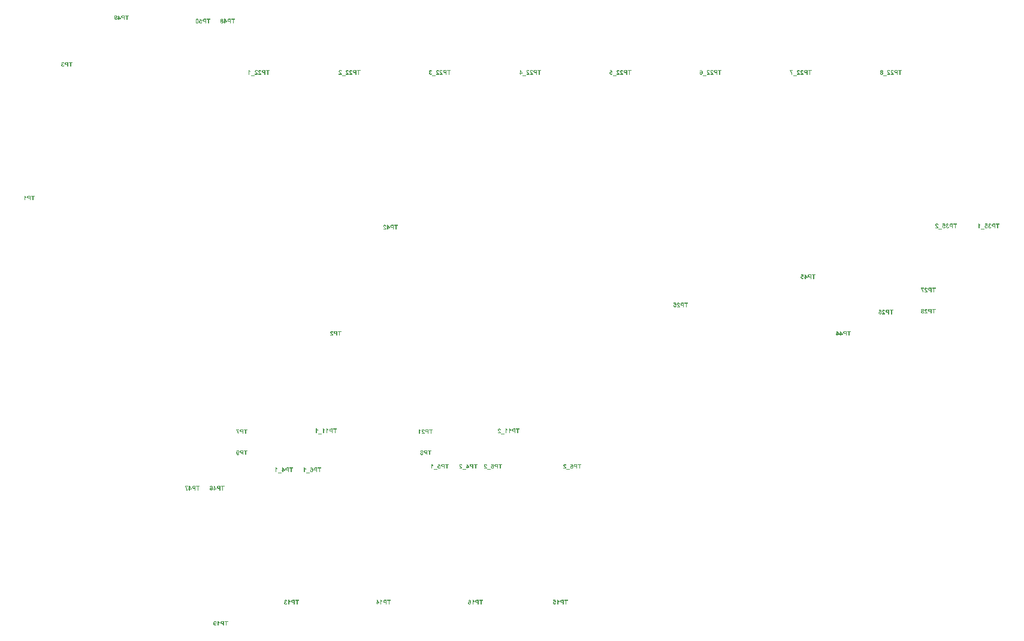
<source format=gbo>
G04*
G04 #@! TF.GenerationSoftware,Altium Limited,Altium Designer,22.1.2 (22)*
G04*
G04 Layer_Color=32896*
%FSLAX44Y44*%
%MOMM*%
G71*
G04*
G04 #@! TF.SameCoordinates,29E8C143-3DC4-495F-BF5F-5F13AAE0725B*
G04*
G04*
G04 #@! TF.FilePolarity,Positive*
G04*
G01*
G75*
G36*
X540381Y1032167D02*
X538480D01*
Y1026848D01*
X537191D01*
Y1032167D01*
X535305D01*
Y1033249D01*
X540381D01*
Y1032167D01*
D02*
G37*
G36*
X534473Y1026848D02*
X533183D01*
Y1029261D01*
X532184D01*
X532032Y1029268D01*
X531893D01*
X531761Y1029275D01*
X531643Y1029282D01*
X531533Y1029289D01*
X531428Y1029296D01*
X531338Y1029310D01*
X531262Y1029317D01*
X531193Y1029324D01*
X531130Y1029331D01*
X531082Y1029338D01*
X531047Y1029345D01*
X531019D01*
X531006Y1029352D01*
X530998D01*
X530874Y1029386D01*
X530749Y1029428D01*
X530638Y1029476D01*
X530541Y1029525D01*
X530451Y1029574D01*
X530388Y1029615D01*
X530347Y1029643D01*
X530340Y1029650D01*
X530333D01*
X530215Y1029747D01*
X530104Y1029851D01*
X530014Y1029955D01*
X529931Y1030052D01*
X529868Y1030142D01*
X529827Y1030218D01*
X529806Y1030246D01*
X529792Y1030267D01*
X529785Y1030274D01*
Y1030281D01*
X529716Y1030440D01*
X529660Y1030607D01*
X529626Y1030773D01*
X529598Y1030926D01*
X529591Y1031002D01*
X529584Y1031064D01*
X529577Y1031127D01*
X529570Y1031175D01*
Y1031217D01*
Y1031245D01*
Y1031265D01*
Y1031272D01*
X529577Y1031411D01*
X529584Y1031550D01*
X529605Y1031675D01*
X529626Y1031793D01*
X529653Y1031903D01*
X529688Y1032008D01*
X529723Y1032098D01*
X529757Y1032188D01*
X529792Y1032264D01*
X529827Y1032326D01*
X529854Y1032389D01*
X529889Y1032437D01*
X529910Y1032472D01*
X529931Y1032500D01*
X529938Y1032514D01*
X529944Y1032521D01*
X530014Y1032611D01*
X530090Y1032687D01*
X530166Y1032756D01*
X530250Y1032826D01*
X530402Y1032937D01*
X530548Y1033020D01*
X530673Y1033082D01*
X530728Y1033103D01*
X530777Y1033124D01*
X530811Y1033138D01*
X530839Y1033145D01*
X530860Y1033152D01*
X530867D01*
X530943Y1033166D01*
X531033Y1033186D01*
X531137Y1033200D01*
X531255Y1033207D01*
X531380Y1033214D01*
X531505Y1033228D01*
X531768Y1033235D01*
X531893Y1033242D01*
X532004D01*
X532115Y1033249D01*
X534473D01*
Y1026848D01*
D02*
G37*
G36*
X528994Y1029206D02*
Y1028138D01*
X526380D01*
Y1026848D01*
X525195D01*
Y1028138D01*
X524397D01*
Y1029213D01*
X525195D01*
Y1033270D01*
X526228D01*
X528994Y1029206D01*
D02*
G37*
G36*
X521915Y1033263D02*
X522074Y1033249D01*
X522220Y1033228D01*
X522359Y1033193D01*
X522483Y1033158D01*
X522601Y1033124D01*
X522712Y1033075D01*
X522802Y1033034D01*
X522892Y1032992D01*
X522962Y1032951D01*
X523024Y1032909D01*
X523080Y1032874D01*
X523114Y1032840D01*
X523149Y1032819D01*
X523163Y1032805D01*
X523170Y1032798D01*
X523260Y1032708D01*
X523336Y1032611D01*
X523399Y1032514D01*
X523461Y1032417D01*
X523510Y1032319D01*
X523544Y1032222D01*
X523579Y1032125D01*
X523607Y1032035D01*
X523628Y1031952D01*
X523641Y1031869D01*
X523655Y1031799D01*
X523662Y1031737D01*
Y1031689D01*
X523669Y1031654D01*
Y1031626D01*
Y1031619D01*
X523662Y1031467D01*
X523634Y1031321D01*
X523600Y1031189D01*
X523558Y1031071D01*
X523523Y1030974D01*
X523489Y1030905D01*
X523475Y1030877D01*
X523461Y1030856D01*
X523454Y1030849D01*
Y1030843D01*
X523364Y1030718D01*
X523253Y1030614D01*
X523142Y1030517D01*
X523031Y1030440D01*
X522927Y1030378D01*
X522844Y1030329D01*
X522809Y1030315D01*
X522788Y1030302D01*
X522775Y1030295D01*
X522768D01*
X522962Y1030198D01*
X523121Y1030094D01*
X523260Y1029976D01*
X523378Y1029872D01*
X523461Y1029775D01*
X523523Y1029691D01*
X523544Y1029664D01*
X523558Y1029643D01*
X523572Y1029629D01*
Y1029622D01*
X523655Y1029456D01*
X523718Y1029289D01*
X523766Y1029130D01*
X523794Y1028984D01*
X523815Y1028859D01*
X523822Y1028804D01*
Y1028762D01*
X523829Y1028721D01*
Y1028693D01*
Y1028679D01*
Y1028672D01*
X523822Y1028499D01*
X523801Y1028339D01*
X523766Y1028187D01*
X523725Y1028041D01*
X523669Y1027909D01*
X523614Y1027792D01*
X523551Y1027681D01*
X523489Y1027577D01*
X523426Y1027486D01*
X523364Y1027410D01*
X523308Y1027341D01*
X523253Y1027285D01*
X523211Y1027244D01*
X523177Y1027216D01*
X523156Y1027195D01*
X523149Y1027188D01*
X523038Y1027105D01*
X522920Y1027036D01*
X522795Y1026973D01*
X522677Y1026925D01*
X522553Y1026876D01*
X522435Y1026842D01*
X522199Y1026786D01*
X522095Y1026772D01*
X521998Y1026758D01*
X521915Y1026744D01*
X521838Y1026738D01*
X521776Y1026730D01*
X521693D01*
X521520Y1026738D01*
X521360Y1026751D01*
X521207Y1026779D01*
X521062Y1026821D01*
X520930Y1026862D01*
X520805Y1026904D01*
X520694Y1026959D01*
X520590Y1027008D01*
X520500Y1027056D01*
X520417Y1027112D01*
X520348Y1027153D01*
X520292Y1027202D01*
X520244Y1027237D01*
X520216Y1027264D01*
X520195Y1027278D01*
X520188Y1027285D01*
X520091Y1027396D01*
X520001Y1027507D01*
X519925Y1027625D01*
X519862Y1027743D01*
X519807Y1027861D01*
X519758Y1027986D01*
X519724Y1028097D01*
X519689Y1028214D01*
X519668Y1028318D01*
X519647Y1028416D01*
X519633Y1028499D01*
X519626Y1028575D01*
Y1028637D01*
X519619Y1028679D01*
Y1028714D01*
Y1028721D01*
X519633Y1028915D01*
X519661Y1029095D01*
X519710Y1029261D01*
X519758Y1029400D01*
X519786Y1029463D01*
X519807Y1029511D01*
X519835Y1029560D01*
X519855Y1029601D01*
X519869Y1029629D01*
X519883Y1029650D01*
X519897Y1029664D01*
Y1029671D01*
X520008Y1029816D01*
X520140Y1029941D01*
X520278Y1030045D01*
X520403Y1030135D01*
X520521Y1030205D01*
X520576Y1030232D01*
X520618Y1030253D01*
X520660Y1030274D01*
X520687Y1030288D01*
X520701Y1030295D01*
X520708D01*
X520563Y1030371D01*
X520431Y1030454D01*
X520320Y1030544D01*
X520230Y1030635D01*
X520160Y1030711D01*
X520105Y1030773D01*
X520077Y1030815D01*
X520063Y1030822D01*
Y1030829D01*
X519987Y1030960D01*
X519925Y1031099D01*
X519883Y1031231D01*
X519855Y1031356D01*
X519841Y1031460D01*
X519835Y1031508D01*
X519827Y1031543D01*
Y1031578D01*
Y1031598D01*
Y1031612D01*
Y1031619D01*
X519835Y1031751D01*
X519848Y1031876D01*
X519876Y1031994D01*
X519904Y1032104D01*
X519945Y1032209D01*
X519987Y1032306D01*
X520036Y1032396D01*
X520077Y1032479D01*
X520126Y1032548D01*
X520174Y1032611D01*
X520216Y1032666D01*
X520257Y1032715D01*
X520285Y1032749D01*
X520313Y1032777D01*
X520327Y1032791D01*
X520334Y1032798D01*
X520431Y1032881D01*
X520542Y1032951D01*
X520653Y1033020D01*
X520771Y1033068D01*
X520888Y1033117D01*
X521006Y1033152D01*
X521228Y1033214D01*
X521339Y1033228D01*
X521436Y1033242D01*
X521520Y1033256D01*
X521596Y1033263D01*
X521658Y1033270D01*
X521748D01*
X521915Y1033263D01*
D02*
G37*
G36*
X372019Y1038262D02*
X372171Y1038242D01*
X372317Y1038214D01*
X372463Y1038179D01*
X372587Y1038131D01*
X372712Y1038082D01*
X372823Y1038027D01*
X372920Y1037971D01*
X373010Y1037916D01*
X373093Y1037860D01*
X373163Y1037812D01*
X373218Y1037763D01*
X373260Y1037729D01*
X373295Y1037701D01*
X373315Y1037680D01*
X373322Y1037673D01*
X373426Y1037555D01*
X373510Y1037437D01*
X373586Y1037306D01*
X373655Y1037174D01*
X373711Y1037049D01*
X373759Y1036917D01*
X373794Y1036786D01*
X373829Y1036668D01*
X373849Y1036550D01*
X373870Y1036446D01*
X373877Y1036349D01*
X373891Y1036265D01*
Y1036203D01*
X373898Y1036148D01*
Y1036120D01*
Y1036106D01*
X373891Y1035933D01*
X373877Y1035773D01*
X373849Y1035621D01*
X373815Y1035475D01*
X373773Y1035336D01*
X373725Y1035211D01*
X373676Y1035100D01*
X373620Y1034996D01*
X373572Y1034906D01*
X373523Y1034823D01*
X373475Y1034754D01*
X373433Y1034691D01*
X373399Y1034650D01*
X373371Y1034615D01*
X373357Y1034594D01*
X373350Y1034587D01*
X373246Y1034483D01*
X373135Y1034400D01*
X373024Y1034324D01*
X372913Y1034255D01*
X372809Y1034199D01*
X372698Y1034151D01*
X372594Y1034116D01*
X372497Y1034081D01*
X372407Y1034060D01*
X372317Y1034040D01*
X372241Y1034033D01*
X372178Y1034019D01*
X372123D01*
X372088Y1034012D01*
X372053D01*
X371922Y1034019D01*
X371804Y1034033D01*
X371686Y1034060D01*
X371575Y1034095D01*
X371471Y1034137D01*
X371381Y1034178D01*
X371291Y1034227D01*
X371214Y1034282D01*
X371138Y1034331D01*
X371076Y1034379D01*
X371020Y1034421D01*
X370979Y1034463D01*
X370944Y1034497D01*
X370916Y1034525D01*
X370902Y1034539D01*
X370895Y1034546D01*
X370909Y1034345D01*
X370930Y1034164D01*
X370951Y1034005D01*
X370979Y1033852D01*
X371006Y1033721D01*
X371034Y1033603D01*
X371062Y1033499D01*
X371090Y1033409D01*
X371117Y1033332D01*
X371145Y1033263D01*
X371173Y1033207D01*
X371194Y1033166D01*
X371207Y1033138D01*
X371221Y1033110D01*
X371235Y1033103D01*
Y1033097D01*
X371284Y1033034D01*
X371339Y1032986D01*
X371395Y1032937D01*
X371443Y1032896D01*
X371554Y1032833D01*
X371651Y1032792D01*
X371741Y1032771D01*
X371811Y1032757D01*
X371838Y1032750D01*
X371873D01*
X371984Y1032757D01*
X372074Y1032778D01*
X372157Y1032805D01*
X372227Y1032840D01*
X372282Y1032868D01*
X372324Y1032896D01*
X372352Y1032916D01*
X372359Y1032923D01*
X372421Y1032999D01*
X372469Y1033083D01*
X372511Y1033173D01*
X372539Y1033256D01*
X372560Y1033339D01*
X372574Y1033402D01*
Y1033429D01*
X372580Y1033450D01*
Y1033457D01*
Y1033464D01*
X373766Y1033332D01*
X373738Y1033187D01*
X373704Y1033048D01*
X373669Y1032923D01*
X373620Y1032805D01*
X373579Y1032694D01*
X373523Y1032597D01*
X373475Y1032507D01*
X373426Y1032431D01*
X373378Y1032355D01*
X373336Y1032299D01*
X373295Y1032244D01*
X373260Y1032202D01*
X373225Y1032167D01*
X373204Y1032147D01*
X373191Y1032133D01*
X373184Y1032126D01*
X373093Y1032056D01*
X372996Y1031994D01*
X372899Y1031945D01*
X372795Y1031897D01*
X372698Y1031862D01*
X372594Y1031828D01*
X372400Y1031779D01*
X372317Y1031765D01*
X372234Y1031751D01*
X372157Y1031744D01*
X372095Y1031738D01*
X372039Y1031730D01*
X371970D01*
X371783Y1031738D01*
X371596Y1031765D01*
X371429Y1031800D01*
X371270Y1031855D01*
X371117Y1031911D01*
X370979Y1031973D01*
X370847Y1032049D01*
X370736Y1032119D01*
X370632Y1032188D01*
X370542Y1032264D01*
X370458Y1032327D01*
X370396Y1032389D01*
X370348Y1032438D01*
X370306Y1032473D01*
X370285Y1032500D01*
X370278Y1032507D01*
X370160Y1032667D01*
X370063Y1032840D01*
X369973Y1033027D01*
X369904Y1033228D01*
X369841Y1033436D01*
X369786Y1033651D01*
X369744Y1033859D01*
X369710Y1034067D01*
X369682Y1034261D01*
X369661Y1034442D01*
X369647Y1034608D01*
X369633Y1034754D01*
Y1034816D01*
Y1034872D01*
X369626Y1034920D01*
Y1034962D01*
Y1034996D01*
Y1035017D01*
Y1035031D01*
Y1035038D01*
X369633Y1035350D01*
X369654Y1035641D01*
X369682Y1035905D01*
X369724Y1036148D01*
X369772Y1036376D01*
X369821Y1036578D01*
X369883Y1036758D01*
X369939Y1036924D01*
X369994Y1037063D01*
X370049Y1037181D01*
X370105Y1037285D01*
X370153Y1037368D01*
X370195Y1037430D01*
X370223Y1037479D01*
X370244Y1037507D01*
X370251Y1037514D01*
X370368Y1037645D01*
X370500Y1037763D01*
X370632Y1037867D01*
X370764Y1037951D01*
X370895Y1038027D01*
X371034Y1038082D01*
X371159Y1038138D01*
X371284Y1038172D01*
X371402Y1038207D01*
X371512Y1038228D01*
X371610Y1038249D01*
X371693Y1038256D01*
X371755Y1038262D01*
X371811Y1038270D01*
X371852D01*
X372019Y1038262D01*
D02*
G37*
G36*
X390374Y1037167D02*
X388474D01*
Y1031848D01*
X387184D01*
Y1037167D01*
X385298D01*
Y1038249D01*
X390374D01*
Y1037167D01*
D02*
G37*
G36*
X384466Y1031848D02*
X383176D01*
Y1034261D01*
X382177D01*
X382025Y1034268D01*
X381886D01*
X381754Y1034275D01*
X381637Y1034282D01*
X381525Y1034289D01*
X381422Y1034296D01*
X381331Y1034310D01*
X381255Y1034317D01*
X381186Y1034324D01*
X381123Y1034331D01*
X381075Y1034338D01*
X381040Y1034345D01*
X381012D01*
X380998Y1034352D01*
X380992D01*
X380867Y1034386D01*
X380742Y1034428D01*
X380631Y1034476D01*
X380534Y1034525D01*
X380444Y1034574D01*
X380381Y1034615D01*
X380340Y1034643D01*
X380333Y1034650D01*
X380326D01*
X380208Y1034747D01*
X380097Y1034851D01*
X380007Y1034955D01*
X379924Y1035052D01*
X379861Y1035142D01*
X379820Y1035218D01*
X379799Y1035246D01*
X379785Y1035267D01*
X379778Y1035274D01*
Y1035281D01*
X379709Y1035440D01*
X379653Y1035607D01*
X379619Y1035773D01*
X379591Y1035926D01*
X379584Y1036002D01*
X379577Y1036064D01*
X379570Y1036127D01*
X379563Y1036175D01*
Y1036217D01*
Y1036245D01*
Y1036265D01*
Y1036272D01*
X379570Y1036411D01*
X379577Y1036550D01*
X379598Y1036675D01*
X379619Y1036793D01*
X379646Y1036903D01*
X379681Y1037008D01*
X379716Y1037098D01*
X379750Y1037188D01*
X379785Y1037264D01*
X379820Y1037326D01*
X379847Y1037389D01*
X379882Y1037437D01*
X379903Y1037472D01*
X379924Y1037500D01*
X379931Y1037514D01*
X379938Y1037521D01*
X380007Y1037611D01*
X380083Y1037687D01*
X380159Y1037756D01*
X380243Y1037826D01*
X380395Y1037937D01*
X380541Y1038020D01*
X380666Y1038082D01*
X380721Y1038103D01*
X380770Y1038124D01*
X380804Y1038138D01*
X380832Y1038145D01*
X380853Y1038152D01*
X380860D01*
X380936Y1038166D01*
X381026Y1038186D01*
X381130Y1038200D01*
X381248Y1038207D01*
X381373Y1038214D01*
X381498Y1038228D01*
X381761Y1038235D01*
X381886Y1038242D01*
X381997D01*
X382108Y1038249D01*
X384466D01*
Y1031848D01*
D02*
G37*
G36*
X378988Y1034206D02*
Y1033138D01*
X376373D01*
Y1031848D01*
X375188D01*
Y1033138D01*
X374390D01*
Y1034213D01*
X375188D01*
Y1038270D01*
X376221D01*
X378988Y1034206D01*
D02*
G37*
G36*
X806304Y453204D02*
X806457Y453190D01*
X806602Y453169D01*
X806734Y453141D01*
X806866Y453106D01*
X806984Y453072D01*
X807088Y453030D01*
X807192Y452989D01*
X807282Y452947D01*
X807358Y452905D01*
X807427Y452871D01*
X807483Y452836D01*
X807524Y452808D01*
X807559Y452788D01*
X807580Y452774D01*
X807587Y452767D01*
X807691Y452677D01*
X807781Y452579D01*
X807864Y452469D01*
X807934Y452351D01*
X807996Y452233D01*
X808052Y452108D01*
X808100Y451990D01*
X808142Y451872D01*
X808176Y451761D01*
X808204Y451657D01*
X808225Y451560D01*
X808239Y451477D01*
X808253Y451408D01*
X808260Y451352D01*
X808266Y451324D01*
Y451311D01*
X807046Y451193D01*
X807039Y451290D01*
X807025Y451380D01*
X806991Y451539D01*
X806949Y451671D01*
X806907Y451775D01*
X806859Y451858D01*
X806824Y451914D01*
X806796Y451942D01*
X806789Y451955D01*
X806699Y452032D01*
X806595Y452094D01*
X806491Y452136D01*
X806394Y452164D01*
X806304Y452177D01*
X806235Y452191D01*
X806172D01*
X806034Y452184D01*
X805916Y452156D01*
X805812Y452122D01*
X805722Y452080D01*
X805652Y452039D01*
X805604Y452004D01*
X805569Y451976D01*
X805562Y451969D01*
X805486Y451879D01*
X805430Y451775D01*
X805396Y451671D01*
X805368Y451574D01*
X805354Y451477D01*
X805340Y451408D01*
Y451380D01*
Y451359D01*
Y451345D01*
Y451338D01*
X805354Y451200D01*
X805382Y451061D01*
X805423Y450936D01*
X805465Y450825D01*
X805514Y450728D01*
X805555Y450652D01*
X805576Y450624D01*
X805583Y450603D01*
X805597Y450596D01*
Y450589D01*
X805638Y450534D01*
X805694Y450465D01*
X805763Y450388D01*
X805833Y450312D01*
X805999Y450139D01*
X806179Y449965D01*
X806262Y449882D01*
X806346Y449799D01*
X806415Y449730D01*
X806484Y449667D01*
X806540Y449619D01*
X806581Y449577D01*
X806609Y449549D01*
X806616Y449542D01*
X806803Y449369D01*
X806970Y449203D01*
X807129Y449043D01*
X807268Y448898D01*
X807393Y448766D01*
X807504Y448634D01*
X807608Y448523D01*
X807691Y448419D01*
X807767Y448322D01*
X807830Y448246D01*
X807885Y448169D01*
X807927Y448114D01*
X807954Y448072D01*
X807982Y448038D01*
X807989Y448017D01*
X807996Y448010D01*
X808114Y447795D01*
X808204Y447580D01*
X808280Y447372D01*
X808336Y447185D01*
X808357Y447102D01*
X808370Y447025D01*
X808384Y446956D01*
X808398Y446900D01*
X808405Y446852D01*
Y446817D01*
X808412Y446796D01*
Y446790D01*
X804113D01*
Y447927D01*
X806554D01*
X806470Y448045D01*
X806429Y448100D01*
X806394Y448156D01*
X806359Y448197D01*
X806332Y448232D01*
X806311Y448253D01*
X806304Y448260D01*
X806269Y448294D01*
X806228Y448343D01*
X806179Y448391D01*
X806124Y448447D01*
X806006Y448565D01*
X805881Y448683D01*
X805763Y448793D01*
X805708Y448842D01*
X805659Y448884D01*
X805624Y448918D01*
X805597Y448946D01*
X805576Y448960D01*
X805569Y448967D01*
X805465Y449064D01*
X805368Y449154D01*
X805278Y449244D01*
X805195Y449320D01*
X805125Y449397D01*
X805056Y449459D01*
X805000Y449521D01*
X804945Y449577D01*
X804869Y449667D01*
X804806Y449730D01*
X804779Y449771D01*
X804765Y449785D01*
X804647Y449944D01*
X804543Y450097D01*
X804460Y450236D01*
X804390Y450354D01*
X804342Y450458D01*
X804321Y450499D01*
X804300Y450534D01*
X804286Y450562D01*
X804279Y450589D01*
X804272Y450596D01*
Y450603D01*
X804217Y450749D01*
X804182Y450895D01*
X804154Y451033D01*
X804134Y451165D01*
X804120Y451269D01*
Y451317D01*
X804113Y451352D01*
Y451387D01*
Y451408D01*
Y451422D01*
Y451428D01*
X804120Y451567D01*
X804134Y451699D01*
X804161Y451824D01*
X804196Y451949D01*
X804238Y452059D01*
X804286Y452164D01*
X804335Y452261D01*
X804383Y452344D01*
X804439Y452427D01*
X804487Y452496D01*
X804536Y452559D01*
X804577Y452607D01*
X804612Y452642D01*
X804640Y452677D01*
X804654Y452691D01*
X804661Y452697D01*
X804765Y452788D01*
X804883Y452864D01*
X805000Y452933D01*
X805118Y452996D01*
X805243Y453044D01*
X805368Y453086D01*
X805486Y453120D01*
X805604Y453148D01*
X805715Y453169D01*
X805819Y453183D01*
X805909Y453197D01*
X805985Y453204D01*
X806054Y453210D01*
X806145D01*
X806304Y453204D01*
D02*
G37*
G36*
X801187Y453100D02*
X801235Y452996D01*
X801353Y452801D01*
X801478Y452628D01*
X801610Y452476D01*
X801672Y452406D01*
X801728Y452351D01*
X801776Y452295D01*
X801825Y452254D01*
X801859Y452219D01*
X801887Y452198D01*
X801908Y452184D01*
X801915Y452177D01*
X802123Y452025D01*
X802317Y451900D01*
X802490Y451796D01*
X802643Y451720D01*
X802712Y451685D01*
X802775Y451657D01*
X802823Y451637D01*
X802872Y451616D01*
X802906Y451602D01*
X802934Y451595D01*
X802948Y451588D01*
X802955D01*
Y450471D01*
X802788Y450534D01*
X802629Y450596D01*
X802469Y450666D01*
X802324Y450742D01*
X802185Y450818D01*
X802053Y450895D01*
X801936Y450971D01*
X801825Y451047D01*
X801721Y451116D01*
X801637Y451186D01*
X801554Y451248D01*
X801492Y451297D01*
X801443Y451338D01*
X801402Y451373D01*
X801381Y451394D01*
X801374Y451401D01*
Y446790D01*
X800146D01*
Y453210D01*
X801145D01*
X801187Y453100D01*
D02*
G37*
G36*
X819854Y452108D02*
X817953D01*
Y446790D01*
X816664D01*
Y452108D01*
X814778D01*
Y453190D01*
X819854D01*
Y452108D01*
D02*
G37*
G36*
X813945Y446790D02*
X812656D01*
Y449203D01*
X811657D01*
X811505Y449210D01*
X811366D01*
X811234Y449216D01*
X811116Y449223D01*
X811005Y449230D01*
X810901Y449237D01*
X810811Y449251D01*
X810735Y449258D01*
X810666Y449265D01*
X810603Y449272D01*
X810555Y449279D01*
X810520Y449286D01*
X810492D01*
X810478Y449293D01*
X810471D01*
X810347Y449327D01*
X810222Y449369D01*
X810111Y449417D01*
X810014Y449466D01*
X809924Y449515D01*
X809861Y449556D01*
X809820Y449584D01*
X809813Y449591D01*
X809806D01*
X809688Y449688D01*
X809577Y449792D01*
X809487Y449896D01*
X809404Y449993D01*
X809341Y450083D01*
X809300Y450159D01*
X809279Y450187D01*
X809265Y450208D01*
X809258Y450215D01*
Y450222D01*
X809189Y450381D01*
X809133Y450548D01*
X809099Y450714D01*
X809071Y450867D01*
X809064Y450943D01*
X809057Y451005D01*
X809050Y451068D01*
X809043Y451116D01*
Y451158D01*
Y451186D01*
Y451207D01*
Y451213D01*
X809050Y451352D01*
X809057Y451491D01*
X809078Y451616D01*
X809099Y451734D01*
X809126Y451844D01*
X809161Y451949D01*
X809196Y452039D01*
X809230Y452129D01*
X809265Y452205D01*
X809300Y452267D01*
X809327Y452330D01*
X809362Y452378D01*
X809383Y452413D01*
X809404Y452441D01*
X809411Y452455D01*
X809417Y452462D01*
X809487Y452552D01*
X809563Y452628D01*
X809639Y452697D01*
X809723Y452767D01*
X809875Y452878D01*
X810021Y452961D01*
X810146Y453023D01*
X810201Y453044D01*
X810250Y453065D01*
X810284Y453079D01*
X810312Y453086D01*
X810333Y453093D01*
X810340D01*
X810416Y453106D01*
X810506Y453127D01*
X810610Y453141D01*
X810728Y453148D01*
X810853Y453155D01*
X810978Y453169D01*
X811241Y453176D01*
X811366Y453183D01*
X811477D01*
X811588Y453190D01*
X813945D01*
Y446790D01*
D02*
G37*
G36*
X243673Y783100D02*
X243721Y782996D01*
X243839Y782801D01*
X243964Y782628D01*
X244095Y782476D01*
X244158Y782406D01*
X244213Y782351D01*
X244262Y782295D01*
X244310Y782254D01*
X244345Y782219D01*
X244373Y782198D01*
X244394Y782184D01*
X244401Y782177D01*
X244609Y782025D01*
X244803Y781900D01*
X244976Y781796D01*
X245129Y781720D01*
X245198Y781685D01*
X245261Y781657D01*
X245309Y781637D01*
X245357Y781616D01*
X245392Y781602D01*
X245420Y781595D01*
X245434Y781588D01*
X245441D01*
Y780471D01*
X245274Y780534D01*
X245115Y780596D01*
X244955Y780666D01*
X244810Y780742D01*
X244671Y780818D01*
X244539Y780894D01*
X244421Y780971D01*
X244310Y781047D01*
X244207Y781116D01*
X244123Y781186D01*
X244040Y781248D01*
X243978Y781297D01*
X243929Y781338D01*
X243888Y781373D01*
X243867Y781394D01*
X243860Y781401D01*
Y776789D01*
X242632D01*
Y783211D01*
X243631D01*
X243673Y783100D01*
D02*
G37*
G36*
X257368Y782108D02*
X255468D01*
Y776789D01*
X254178D01*
Y782108D01*
X252292D01*
Y783190D01*
X257368D01*
Y782108D01*
D02*
G37*
G36*
X251460Y776789D02*
X250170D01*
Y779203D01*
X249171D01*
X249019Y779210D01*
X248880D01*
X248748Y779216D01*
X248631Y779223D01*
X248519Y779230D01*
X248416Y779237D01*
X248325Y779251D01*
X248249Y779258D01*
X248180Y779265D01*
X248117Y779272D01*
X248069Y779279D01*
X248034Y779286D01*
X248006D01*
X247992Y779293D01*
X247986D01*
X247861Y779327D01*
X247736Y779369D01*
X247625Y779417D01*
X247528Y779466D01*
X247438Y779515D01*
X247375Y779556D01*
X247334Y779584D01*
X247327Y779591D01*
X247320D01*
X247202Y779688D01*
X247091Y779792D01*
X247001Y779896D01*
X246918Y779993D01*
X246855Y780083D01*
X246814Y780160D01*
X246793Y780187D01*
X246779Y780208D01*
X246772Y780215D01*
Y780222D01*
X246703Y780381D01*
X246647Y780548D01*
X246613Y780714D01*
X246585Y780867D01*
X246578Y780943D01*
X246571Y781005D01*
X246564Y781068D01*
X246557Y781116D01*
Y781158D01*
Y781186D01*
Y781207D01*
Y781214D01*
X246564Y781352D01*
X246571Y781491D01*
X246592Y781616D01*
X246613Y781733D01*
X246640Y781844D01*
X246675Y781948D01*
X246710Y782039D01*
X246744Y782129D01*
X246779Y782205D01*
X246814Y782268D01*
X246842Y782330D01*
X246876Y782378D01*
X246897Y782413D01*
X246918Y782441D01*
X246925Y782455D01*
X246932Y782462D01*
X247001Y782552D01*
X247077Y782628D01*
X247153Y782697D01*
X247237Y782767D01*
X247389Y782878D01*
X247535Y782961D01*
X247660Y783023D01*
X247715Y783044D01*
X247764Y783065D01*
X247798Y783079D01*
X247826Y783086D01*
X247847Y783093D01*
X247854D01*
X247930Y783107D01*
X248020Y783127D01*
X248124Y783141D01*
X248242Y783148D01*
X248367Y783155D01*
X248492Y783169D01*
X248755Y783176D01*
X248880Y783183D01*
X248991D01*
X249102Y783190D01*
X251460D01*
Y776789D01*
D02*
G37*
G36*
X676992Y592035D02*
X677144Y592021D01*
X677290Y592001D01*
X677421Y591973D01*
X677553Y591938D01*
X677671Y591903D01*
X677775Y591862D01*
X677879Y591820D01*
X677969Y591779D01*
X678046Y591737D01*
X678115Y591702D01*
X678170Y591668D01*
X678212Y591640D01*
X678247Y591619D01*
X678268Y591605D01*
X678274Y591598D01*
X678378Y591508D01*
X678469Y591411D01*
X678552Y591300D01*
X678621Y591182D01*
X678683Y591064D01*
X678739Y590939D01*
X678788Y590822D01*
X678829Y590704D01*
X678864Y590593D01*
X678892Y590489D01*
X678912Y590392D01*
X678926Y590308D01*
X678940Y590239D01*
X678947Y590184D01*
X678954Y590156D01*
Y590142D01*
X677734Y590024D01*
X677727Y590121D01*
X677713Y590211D01*
X677678Y590371D01*
X677636Y590503D01*
X677595Y590607D01*
X677546Y590690D01*
X677512Y590745D01*
X677484Y590773D01*
X677477Y590787D01*
X677387Y590863D01*
X677283Y590926D01*
X677179Y590967D01*
X677082Y590995D01*
X676992Y591009D01*
X676922Y591023D01*
X676860D01*
X676721Y591016D01*
X676603Y590988D01*
X676499Y590953D01*
X676409Y590912D01*
X676340Y590870D01*
X676291Y590835D01*
X676257Y590808D01*
X676250Y590801D01*
X676173Y590711D01*
X676118Y590607D01*
X676083Y590503D01*
X676056Y590406D01*
X676042Y590308D01*
X676028Y590239D01*
Y590211D01*
Y590191D01*
Y590177D01*
Y590170D01*
X676042Y590031D01*
X676069Y589893D01*
X676111Y589768D01*
X676152Y589657D01*
X676201Y589560D01*
X676243Y589483D01*
X676264Y589456D01*
X676270Y589435D01*
X676284Y589428D01*
Y589421D01*
X676326Y589366D01*
X676381Y589296D01*
X676451Y589220D01*
X676520Y589144D01*
X676686Y588970D01*
X676867Y588797D01*
X676950Y588714D01*
X677033Y588630D01*
X677103Y588561D01*
X677172Y588499D01*
X677227Y588450D01*
X677269Y588409D01*
X677297Y588381D01*
X677304Y588374D01*
X677491Y588200D01*
X677657Y588034D01*
X677817Y587875D01*
X677955Y587729D01*
X678080Y587597D01*
X678191Y587466D01*
X678295Y587355D01*
X678378Y587251D01*
X678455Y587154D01*
X678517Y587077D01*
X678573Y587001D01*
X678614Y586945D01*
X678642Y586904D01*
X678670Y586869D01*
X678677Y586848D01*
X678683Y586841D01*
X678801Y586627D01*
X678892Y586412D01*
X678968Y586203D01*
X679023Y586016D01*
X679044Y585933D01*
X679058Y585857D01*
X679072Y585787D01*
X679086Y585732D01*
X679093Y585683D01*
Y585649D01*
X679100Y585628D01*
Y585621D01*
X674800D01*
Y586758D01*
X677241D01*
X677158Y586876D01*
X677116Y586932D01*
X677082Y586987D01*
X677047Y587029D01*
X677019Y587063D01*
X676999Y587084D01*
X676992Y587091D01*
X676957Y587126D01*
X676915Y587174D01*
X676867Y587223D01*
X676811Y587278D01*
X676693Y587396D01*
X676569Y587514D01*
X676451Y587625D01*
X676395Y587673D01*
X676347Y587715D01*
X676312Y587750D01*
X676284Y587777D01*
X676264Y587791D01*
X676257Y587798D01*
X676152Y587895D01*
X676056Y587986D01*
X675965Y588076D01*
X675882Y588152D01*
X675813Y588228D01*
X675743Y588291D01*
X675688Y588353D01*
X675632Y588409D01*
X675556Y588499D01*
X675494Y588561D01*
X675466Y588603D01*
X675452Y588617D01*
X675334Y588776D01*
X675230Y588929D01*
X675147Y589067D01*
X675078Y589185D01*
X675029Y589289D01*
X675008Y589331D01*
X674988Y589366D01*
X674974Y589393D01*
X674967Y589421D01*
X674960Y589428D01*
Y589435D01*
X674904Y589580D01*
X674870Y589726D01*
X674842Y589865D01*
X674821Y589996D01*
X674807Y590101D01*
Y590149D01*
X674800Y590184D01*
Y590218D01*
Y590239D01*
Y590253D01*
Y590260D01*
X674807Y590399D01*
X674821Y590530D01*
X674849Y590655D01*
X674884Y590780D01*
X674925Y590891D01*
X674974Y590995D01*
X675022Y591092D01*
X675071Y591175D01*
X675126Y591259D01*
X675175Y591328D01*
X675223Y591390D01*
X675265Y591439D01*
X675300Y591474D01*
X675327Y591508D01*
X675341Y591522D01*
X675348Y591529D01*
X675452Y591619D01*
X675570Y591695D01*
X675688Y591765D01*
X675806Y591827D01*
X675931Y591876D01*
X676056Y591917D01*
X676173Y591952D01*
X676291Y591980D01*
X676402Y592001D01*
X676506Y592014D01*
X676596Y592028D01*
X676673Y592035D01*
X676742Y592042D01*
X676832D01*
X676992Y592035D01*
D02*
G37*
G36*
X690541Y590939D02*
X688641D01*
Y585621D01*
X687351D01*
Y590939D01*
X685465D01*
Y592021D01*
X690541D01*
Y590939D01*
D02*
G37*
G36*
X684633Y585621D02*
X683343D01*
Y588034D01*
X682345D01*
X682192Y588041D01*
X682054D01*
X681922Y588048D01*
X681804Y588055D01*
X681693Y588062D01*
X681589Y588069D01*
X681499Y588083D01*
X681423Y588090D01*
X681353Y588097D01*
X681291Y588103D01*
X681242Y588110D01*
X681208Y588117D01*
X681180D01*
X681166Y588124D01*
X681159D01*
X681034Y588159D01*
X680909Y588200D01*
X680798Y588249D01*
X680701Y588298D01*
X680611Y588346D01*
X680549Y588388D01*
X680507Y588415D01*
X680500Y588422D01*
X680493D01*
X680376Y588520D01*
X680265Y588624D01*
X680174Y588727D01*
X680091Y588825D01*
X680029Y588915D01*
X679987Y588991D01*
X679966Y589019D01*
X679952Y589040D01*
X679946Y589047D01*
Y589053D01*
X679876Y589213D01*
X679821Y589379D01*
X679786Y589546D01*
X679758Y589698D01*
X679751Y589775D01*
X679744Y589837D01*
X679737Y589899D01*
X679731Y589948D01*
Y589990D01*
Y590017D01*
Y590038D01*
Y590045D01*
X679737Y590184D01*
X679744Y590322D01*
X679765Y590447D01*
X679786Y590565D01*
X679814Y590676D01*
X679848Y590780D01*
X679883Y590870D01*
X679918Y590960D01*
X679952Y591037D01*
X679987Y591099D01*
X680015Y591161D01*
X680050Y591210D01*
X680070Y591245D01*
X680091Y591272D01*
X680098Y591286D01*
X680105Y591293D01*
X680174Y591383D01*
X680251Y591460D01*
X680327Y591529D01*
X680410Y591598D01*
X680563Y591709D01*
X680708Y591792D01*
X680833Y591855D01*
X680889Y591876D01*
X680937Y591897D01*
X680972Y591910D01*
X681000Y591917D01*
X681020Y591924D01*
X681027D01*
X681104Y591938D01*
X681194Y591959D01*
X681298Y591973D01*
X681416Y591980D01*
X681540Y591987D01*
X681665Y592001D01*
X681929Y592007D01*
X682054Y592014D01*
X682165D01*
X682275Y592021D01*
X684633D01*
Y585621D01*
D02*
G37*
G36*
X297116Y972035D02*
X297297Y972014D01*
X297463Y971980D01*
X297602Y971945D01*
X297664Y971924D01*
X297720Y971903D01*
X297768Y971889D01*
X297810Y971876D01*
X297845Y971862D01*
X297865Y971848D01*
X297879Y971841D01*
X297886D01*
X298039Y971758D01*
X298170Y971668D01*
X298281Y971578D01*
X298372Y971487D01*
X298448Y971411D01*
X298503Y971342D01*
X298531Y971300D01*
X298545Y971293D01*
Y971286D01*
X298628Y971148D01*
X298697Y970995D01*
X298760Y970843D01*
X298808Y970690D01*
X298850Y970558D01*
X298864Y970503D01*
X298878Y970454D01*
X298885Y970413D01*
X298892Y970385D01*
X298899Y970364D01*
Y970357D01*
X297768Y970170D01*
X297740Y970315D01*
X297706Y970447D01*
X297664Y970551D01*
X297616Y970641D01*
X297567Y970711D01*
X297533Y970759D01*
X297505Y970794D01*
X297498Y970801D01*
X297408Y970877D01*
X297318Y970933D01*
X297227Y970967D01*
X297144Y970995D01*
X297068Y971009D01*
X297012Y971023D01*
X296957D01*
X296839Y971016D01*
X296735Y970995D01*
X296652Y970960D01*
X296576Y970926D01*
X296513Y970891D01*
X296472Y970856D01*
X296444Y970835D01*
X296437Y970829D01*
X296374Y970752D01*
X296326Y970669D01*
X296291Y970579D01*
X296264Y970503D01*
X296250Y970426D01*
X296243Y970371D01*
Y970329D01*
Y970322D01*
Y970315D01*
X296257Y970177D01*
X296284Y970059D01*
X296326Y969955D01*
X296374Y969865D01*
X296430Y969795D01*
X296472Y969747D01*
X296499Y969719D01*
X296513Y969705D01*
X296624Y969636D01*
X296742Y969580D01*
X296867Y969539D01*
X296992Y969518D01*
X297103Y969504D01*
X297151D01*
X297193Y969497D01*
X297276D01*
X297408Y968499D01*
X297290Y968533D01*
X297179Y968554D01*
X297089Y968575D01*
X297006Y968582D01*
X296936Y968589D01*
X296888Y968596D01*
X296846D01*
X296714Y968582D01*
X296596Y968554D01*
X296492Y968506D01*
X296402Y968457D01*
X296333Y968409D01*
X296277Y968360D01*
X296250Y968332D01*
X296236Y968318D01*
X296152Y968207D01*
X296090Y968090D01*
X296049Y967965D01*
X296014Y967847D01*
X296000Y967743D01*
X295993Y967701D01*
Y967660D01*
X295986Y967625D01*
Y967604D01*
Y967590D01*
Y967583D01*
X296000Y967410D01*
X296028Y967258D01*
X296069Y967126D01*
X296118Y967015D01*
X296166Y966925D01*
X296208Y966862D01*
X296236Y966821D01*
X296250Y966807D01*
X296354Y966710D01*
X296465Y966640D01*
X296569Y966592D01*
X296673Y966557D01*
X296763Y966536D01*
X296832Y966529D01*
X296860Y966523D01*
X296894D01*
X297019Y966529D01*
X297137Y966557D01*
X297241Y966599D01*
X297331Y966640D01*
X297401Y966682D01*
X297456Y966723D01*
X297484Y966751D01*
X297498Y966758D01*
X297581Y966855D01*
X297650Y966973D01*
X297706Y967084D01*
X297740Y967202D01*
X297775Y967299D01*
X297789Y967382D01*
X297796Y967417D01*
X297803Y967438D01*
Y967452D01*
Y967459D01*
X298989Y967313D01*
X298968Y967167D01*
X298933Y967022D01*
X298892Y966890D01*
X298850Y966765D01*
X298794Y966647D01*
X298739Y966543D01*
X298683Y966446D01*
X298628Y966356D01*
X298566Y966273D01*
X298517Y966204D01*
X298462Y966141D01*
X298420Y966093D01*
X298385Y966051D01*
X298358Y966023D01*
X298337Y966009D01*
X298330Y966002D01*
X298219Y965912D01*
X298101Y965836D01*
X297983Y965774D01*
X297858Y965711D01*
X297740Y965663D01*
X297623Y965628D01*
X297505Y965593D01*
X297394Y965565D01*
X297290Y965545D01*
X297193Y965531D01*
X297103Y965517D01*
X297033Y965510D01*
X296971D01*
X296929Y965503D01*
X296888D01*
X296721Y965510D01*
X296555Y965531D01*
X296402Y965559D01*
X296257Y965593D01*
X296125Y965642D01*
X295993Y965690D01*
X295875Y965746D01*
X295771Y965801D01*
X295674Y965850D01*
X295591Y965905D01*
X295522Y965954D01*
X295459Y966002D01*
X295411Y966037D01*
X295376Y966065D01*
X295355Y966086D01*
X295348Y966093D01*
X295237Y966210D01*
X295147Y966328D01*
X295064Y966446D01*
X294995Y966571D01*
X294932Y966689D01*
X294884Y966807D01*
X294842Y966925D01*
X294807Y967036D01*
X294780Y967140D01*
X294766Y967230D01*
X294752Y967313D01*
X294738Y967389D01*
Y967445D01*
X294731Y967493D01*
Y967521D01*
Y967528D01*
X294738Y967632D01*
X294745Y967736D01*
X294780Y967930D01*
X294835Y968096D01*
X294897Y968242D01*
X294925Y968305D01*
X294960Y968360D01*
X294988Y968409D01*
X295008Y968450D01*
X295036Y968478D01*
X295050Y968499D01*
X295057Y968513D01*
X295064Y968520D01*
X295126Y968596D01*
X295196Y968665D01*
X295334Y968776D01*
X295480Y968873D01*
X295625Y968942D01*
X295743Y968991D01*
X295799Y969012D01*
X295847Y969026D01*
X295882Y969040D01*
X295910Y969046D01*
X295931Y969053D01*
X295938D01*
X295778Y969150D01*
X295632Y969255D01*
X295508Y969365D01*
X295404Y969476D01*
X295313Y969587D01*
X295237Y969698D01*
X295182Y969809D01*
X295133Y969913D01*
X295092Y970010D01*
X295064Y970107D01*
X295043Y970191D01*
X295029Y970260D01*
X295022Y970315D01*
X295015Y970364D01*
Y970392D01*
Y970399D01*
X295022Y970510D01*
X295036Y970614D01*
X295057Y970718D01*
X295085Y970815D01*
X295161Y970995D01*
X295244Y971148D01*
X295286Y971217D01*
X295327Y971279D01*
X295369Y971335D01*
X295404Y971376D01*
X295431Y971411D01*
X295452Y971439D01*
X295466Y971453D01*
X295473Y971460D01*
X295577Y971564D01*
X295688Y971654D01*
X295806Y971730D01*
X295931Y971799D01*
X296049Y971855D01*
X296166Y971903D01*
X296284Y971938D01*
X296402Y971973D01*
X296506Y971993D01*
X296603Y972014D01*
X296693Y972021D01*
X296770Y972035D01*
X296832D01*
X296881Y972042D01*
X296922D01*
X297116Y972035D01*
D02*
G37*
G36*
X310541Y970939D02*
X308641D01*
Y965621D01*
X307351D01*
Y970939D01*
X305465D01*
Y972021D01*
X310541D01*
Y970939D01*
D02*
G37*
G36*
X304633Y965621D02*
X303343D01*
Y968034D01*
X302345D01*
X302192Y968041D01*
X302054D01*
X301922Y968048D01*
X301804Y968055D01*
X301693Y968062D01*
X301589Y968069D01*
X301499Y968083D01*
X301423Y968090D01*
X301353Y968096D01*
X301291Y968103D01*
X301242Y968110D01*
X301208Y968117D01*
X301180D01*
X301166Y968124D01*
X301159D01*
X301034Y968159D01*
X300909Y968201D01*
X300798Y968249D01*
X300701Y968298D01*
X300611Y968346D01*
X300549Y968388D01*
X300507Y968416D01*
X300500Y968422D01*
X300493D01*
X300375Y968520D01*
X300264Y968624D01*
X300174Y968727D01*
X300091Y968825D01*
X300029Y968915D01*
X299987Y968991D01*
X299966Y969019D01*
X299953Y969040D01*
X299946Y969046D01*
Y969053D01*
X299876Y969213D01*
X299821Y969379D01*
X299786Y969546D01*
X299758Y969698D01*
X299751Y969775D01*
X299744Y969837D01*
X299737Y969899D01*
X299731Y969948D01*
Y969990D01*
Y970017D01*
Y970038D01*
Y970045D01*
X299737Y970184D01*
X299744Y970322D01*
X299765Y970447D01*
X299786Y970565D01*
X299814Y970676D01*
X299848Y970780D01*
X299883Y970870D01*
X299918Y970960D01*
X299953Y971037D01*
X299987Y971099D01*
X300015Y971161D01*
X300050Y971210D01*
X300070Y971245D01*
X300091Y971272D01*
X300098Y971286D01*
X300105Y971293D01*
X300174Y971383D01*
X300251Y971460D01*
X300327Y971529D01*
X300410Y971598D01*
X300563Y971709D01*
X300708Y971792D01*
X300833Y971855D01*
X300889Y971876D01*
X300937Y971897D01*
X300972Y971910D01*
X301000Y971917D01*
X301020Y971924D01*
X301027D01*
X301104Y971938D01*
X301194Y971959D01*
X301298Y971973D01*
X301416Y971980D01*
X301540Y971987D01*
X301665Y972001D01*
X301929Y972007D01*
X302054Y972014D01*
X302164D01*
X302275Y972021D01*
X304633D01*
Y965621D01*
D02*
G37*
G36*
X598701Y398984D02*
X598749Y398880D01*
X598867Y398685D01*
X598992Y398512D01*
X599124Y398360D01*
X599186Y398290D01*
X599242Y398235D01*
X599290Y398179D01*
X599339Y398138D01*
X599373Y398103D01*
X599401Y398082D01*
X599422Y398068D01*
X599429Y398061D01*
X599637Y397909D01*
X599831Y397784D01*
X600004Y397680D01*
X600157Y397604D01*
X600226Y397569D01*
X600289Y397541D01*
X600337Y397521D01*
X600386Y397500D01*
X600420Y397486D01*
X600448Y397479D01*
X600462Y397472D01*
X600469D01*
Y396356D01*
X600303Y396418D01*
X600143Y396480D01*
X599983Y396550D01*
X599838Y396626D01*
X599699Y396702D01*
X599567Y396779D01*
X599450Y396855D01*
X599339Y396931D01*
X599235Y397001D01*
X599151Y397070D01*
X599068Y397132D01*
X599006Y397181D01*
X598957Y397222D01*
X598916Y397257D01*
X598895Y397278D01*
X598888Y397285D01*
Y392674D01*
X597661D01*
Y399095D01*
X598659D01*
X598701Y398984D01*
D02*
G37*
G36*
X622339Y397992D02*
X620439D01*
Y392674D01*
X619150D01*
Y397992D01*
X617264D01*
Y399074D01*
X622339D01*
Y397992D01*
D02*
G37*
G36*
X616432Y392674D02*
X615142D01*
Y395087D01*
X614143D01*
X613991Y395094D01*
X613852D01*
X613720Y395101D01*
X613602Y395107D01*
X613491Y395114D01*
X613387Y395121D01*
X613297Y395135D01*
X613221Y395142D01*
X613152Y395149D01*
X613089Y395156D01*
X613041Y395163D01*
X613006Y395170D01*
X612978D01*
X612964Y395177D01*
X612957D01*
X612833Y395211D01*
X612708Y395253D01*
X612597Y395302D01*
X612500Y395350D01*
X612410Y395399D01*
X612347Y395440D01*
X612306Y395468D01*
X612299Y395475D01*
X612292D01*
X612174Y395572D01*
X612063Y395676D01*
X611973Y395780D01*
X611890Y395877D01*
X611827Y395967D01*
X611786Y396044D01*
X611765Y396071D01*
X611751Y396092D01*
X611744Y396099D01*
Y396106D01*
X611675Y396265D01*
X611619Y396432D01*
X611585Y396598D01*
X611557Y396751D01*
X611550Y396827D01*
X611543Y396890D01*
X611536Y396952D01*
X611529Y397001D01*
Y397042D01*
Y397070D01*
Y397091D01*
Y397098D01*
X611536Y397236D01*
X611543Y397375D01*
X611564Y397500D01*
X611585Y397618D01*
X611612Y397729D01*
X611647Y397833D01*
X611682Y397923D01*
X611716Y398013D01*
X611751Y398089D01*
X611786Y398152D01*
X611813Y398214D01*
X611848Y398263D01*
X611869Y398297D01*
X611890Y398325D01*
X611897Y398339D01*
X611903Y398346D01*
X611973Y398436D01*
X612049Y398512D01*
X612125Y398582D01*
X612209Y398651D01*
X612361Y398762D01*
X612507Y398845D01*
X612631Y398907D01*
X612687Y398928D01*
X612735Y398949D01*
X612770Y398963D01*
X612798Y398970D01*
X612819Y398977D01*
X612826D01*
X612902Y398991D01*
X612992Y399011D01*
X613096Y399025D01*
X613214Y399032D01*
X613339Y399039D01*
X613464Y399053D01*
X613727Y399060D01*
X613852Y399067D01*
X613963D01*
X614074Y399074D01*
X616432D01*
Y392674D01*
D02*
G37*
G36*
X610953Y395031D02*
Y393963D01*
X608339D01*
Y392674D01*
X607154D01*
Y393963D01*
X606356D01*
Y395038D01*
X607154D01*
Y399095D01*
X608187D01*
X610953Y395031D01*
D02*
G37*
G36*
X606231Y390905D02*
X601135D01*
Y391703D01*
X606231D01*
Y390905D01*
D02*
G37*
G36*
X859349Y404088D02*
X859502Y404074D01*
X859647Y404053D01*
X859779Y404025D01*
X859911Y403991D01*
X860029Y403956D01*
X860133Y403914D01*
X860237Y403873D01*
X860327Y403831D01*
X860403Y403789D01*
X860472Y403755D01*
X860528Y403720D01*
X860570Y403693D01*
X860604Y403672D01*
X860625Y403658D01*
X860632Y403651D01*
X860736Y403561D01*
X860826Y403464D01*
X860909Y403353D01*
X860979Y403235D01*
X861041Y403117D01*
X861096Y402992D01*
X861145Y402874D01*
X861187Y402756D01*
X861221Y402645D01*
X861249Y402541D01*
X861270Y402444D01*
X861284Y402361D01*
X861298Y402292D01*
X861304Y402236D01*
X861311Y402209D01*
Y402195D01*
X860091Y402077D01*
X860084Y402174D01*
X860070Y402264D01*
X860036Y402424D01*
X859994Y402555D01*
X859952Y402659D01*
X859904Y402743D01*
X859869Y402798D01*
X859841Y402826D01*
X859835Y402840D01*
X859744Y402916D01*
X859640Y402978D01*
X859536Y403020D01*
X859439Y403048D01*
X859349Y403061D01*
X859280Y403075D01*
X859217D01*
X859079Y403068D01*
X858961Y403041D01*
X858857Y403006D01*
X858767Y402964D01*
X858697Y402923D01*
X858649Y402888D01*
X858614Y402860D01*
X858607Y402853D01*
X858531Y402763D01*
X858475Y402659D01*
X858441Y402555D01*
X858413Y402458D01*
X858399Y402361D01*
X858385Y402292D01*
Y402264D01*
Y402243D01*
Y402229D01*
Y402222D01*
X858399Y402084D01*
X858427Y401945D01*
X858468Y401820D01*
X858510Y401709D01*
X858559Y401612D01*
X858600Y401536D01*
X858621Y401508D01*
X858628Y401487D01*
X858642Y401480D01*
Y401474D01*
X858683Y401418D01*
X858739Y401349D01*
X858808Y401272D01*
X858878Y401196D01*
X859044Y401023D01*
X859224Y400849D01*
X859307Y400766D01*
X859391Y400683D01*
X859460Y400614D01*
X859529Y400551D01*
X859585Y400503D01*
X859626Y400461D01*
X859654Y400433D01*
X859661Y400426D01*
X859848Y400253D01*
X860015Y400087D01*
X860174Y399927D01*
X860313Y399782D01*
X860438Y399650D01*
X860549Y399518D01*
X860653Y399407D01*
X860736Y399303D01*
X860812Y399206D01*
X860875Y399130D01*
X860930Y399053D01*
X860972Y398998D01*
X860999Y398956D01*
X861027Y398922D01*
X861034Y398901D01*
X861041Y398894D01*
X861159Y398679D01*
X861249Y398464D01*
X861325Y398256D01*
X861381Y398069D01*
X861402Y397986D01*
X861415Y397909D01*
X861429Y397840D01*
X861443Y397785D01*
X861450Y397736D01*
Y397701D01*
X861457Y397681D01*
Y397674D01*
X857158D01*
Y398811D01*
X859599D01*
X859516Y398929D01*
X859474Y398984D01*
X859439Y399040D01*
X859405Y399081D01*
X859377Y399116D01*
X859356Y399137D01*
X859349Y399144D01*
X859314Y399178D01*
X859273Y399227D01*
X859224Y399275D01*
X859169Y399331D01*
X859051Y399449D01*
X858926Y399567D01*
X858808Y399678D01*
X858753Y399726D01*
X858704Y399768D01*
X858670Y399802D01*
X858642Y399830D01*
X858621Y399844D01*
X858614Y399851D01*
X858510Y399948D01*
X858413Y400038D01*
X858323Y400128D01*
X858240Y400205D01*
X858170Y400281D01*
X858101Y400343D01*
X858046Y400406D01*
X857990Y400461D01*
X857914Y400551D01*
X857851Y400614D01*
X857824Y400655D01*
X857810Y400669D01*
X857692Y400829D01*
X857588Y400981D01*
X857505Y401120D01*
X857435Y401238D01*
X857387Y401342D01*
X857366Y401383D01*
X857345Y401418D01*
X857331Y401446D01*
X857324Y401474D01*
X857317Y401480D01*
Y401487D01*
X857262Y401633D01*
X857227Y401779D01*
X857199Y401917D01*
X857179Y402049D01*
X857165Y402153D01*
Y402202D01*
X857158Y402236D01*
Y402271D01*
Y402292D01*
Y402306D01*
Y402313D01*
X857165Y402451D01*
X857179Y402583D01*
X857206Y402708D01*
X857241Y402833D01*
X857283Y402944D01*
X857331Y403048D01*
X857380Y403145D01*
X857428Y403228D01*
X857484Y403311D01*
X857532Y403380D01*
X857581Y403443D01*
X857623Y403491D01*
X857657Y403526D01*
X857685Y403561D01*
X857699Y403575D01*
X857706Y403582D01*
X857810Y403672D01*
X857928Y403748D01*
X858046Y403817D01*
X858163Y403880D01*
X858288Y403928D01*
X858413Y403970D01*
X858531Y404005D01*
X858649Y404032D01*
X858760Y404053D01*
X858864Y404067D01*
X858954Y404081D01*
X859030Y404088D01*
X859100Y404095D01*
X859190D01*
X859349Y404088D01*
D02*
G37*
G36*
X882842Y402992D02*
X880942D01*
Y397674D01*
X879652D01*
Y402992D01*
X877766D01*
Y404074D01*
X882842D01*
Y402992D01*
D02*
G37*
G36*
X876934Y397674D02*
X875645D01*
Y400087D01*
X874646D01*
X874493Y400094D01*
X874355D01*
X874223Y400101D01*
X874105Y400107D01*
X873994Y400114D01*
X873890Y400121D01*
X873800Y400135D01*
X873724Y400142D01*
X873654Y400149D01*
X873592Y400156D01*
X873543Y400163D01*
X873509Y400170D01*
X873481D01*
X873467Y400177D01*
X873460D01*
X873335Y400211D01*
X873211Y400253D01*
X873100Y400302D01*
X873002Y400350D01*
X872912Y400399D01*
X872850Y400440D01*
X872808Y400468D01*
X872801Y400475D01*
X872794D01*
X872677Y400572D01*
X872566Y400676D01*
X872476Y400780D01*
X872392Y400877D01*
X872330Y400967D01*
X872288Y401044D01*
X872268Y401071D01*
X872254Y401092D01*
X872247Y401099D01*
Y401106D01*
X872177Y401265D01*
X872122Y401432D01*
X872087Y401598D01*
X872059Y401751D01*
X872053Y401827D01*
X872046Y401890D01*
X872039Y401952D01*
X872032Y402001D01*
Y402042D01*
Y402070D01*
Y402091D01*
Y402098D01*
X872039Y402236D01*
X872046Y402375D01*
X872066Y402500D01*
X872087Y402618D01*
X872115Y402729D01*
X872150Y402833D01*
X872184Y402923D01*
X872219Y403013D01*
X872254Y403089D01*
X872288Y403152D01*
X872316Y403214D01*
X872351Y403262D01*
X872372Y403297D01*
X872392Y403325D01*
X872399Y403339D01*
X872406Y403346D01*
X872476Y403436D01*
X872552Y403512D01*
X872628Y403582D01*
X872711Y403651D01*
X872864Y403762D01*
X873009Y403845D01*
X873134Y403907D01*
X873190Y403928D01*
X873238Y403949D01*
X873273Y403963D01*
X873301Y403970D01*
X873322Y403977D01*
X873328D01*
X873405Y403991D01*
X873495Y404011D01*
X873599Y404025D01*
X873717Y404032D01*
X873842Y404039D01*
X873966Y404053D01*
X874230Y404060D01*
X874355Y404067D01*
X874466D01*
X874577Y404074D01*
X876934D01*
Y397674D01*
D02*
G37*
G36*
X871456Y400031D02*
Y398963D01*
X868842D01*
Y397674D01*
X867656D01*
Y398963D01*
X866859D01*
Y400038D01*
X867656D01*
Y404095D01*
X868689D01*
X871456Y400031D01*
D02*
G37*
G36*
X866734Y395905D02*
X861637D01*
Y396703D01*
X866734D01*
Y395905D01*
D02*
G37*
G36*
X830579Y400655D02*
X829587Y400517D01*
X829511Y400600D01*
X829428Y400669D01*
X829345Y400732D01*
X829261Y400787D01*
X829185Y400829D01*
X829102Y400870D01*
X828956Y400926D01*
X828825Y400953D01*
X828776Y400967D01*
X828728Y400974D01*
X828686Y400981D01*
X828561D01*
X828485Y400967D01*
X828353Y400933D01*
X828235Y400884D01*
X828138Y400836D01*
X828055Y400780D01*
X827999Y400732D01*
X827965Y400697D01*
X827951Y400690D01*
Y400683D01*
X827861Y400558D01*
X827791Y400420D01*
X827743Y400274D01*
X827715Y400128D01*
X827694Y399996D01*
X827687Y399941D01*
Y399893D01*
X827681Y399851D01*
Y399823D01*
Y399802D01*
Y399795D01*
Y399684D01*
X827694Y399574D01*
X827708Y399477D01*
X827722Y399379D01*
X827743Y399296D01*
X827764Y399220D01*
X827791Y399151D01*
X827812Y399088D01*
X827840Y399033D01*
X827868Y398984D01*
X827888Y398942D01*
X827909Y398908D01*
X827923Y398887D01*
X827937Y398866D01*
X827951Y398859D01*
Y398852D01*
X827999Y398797D01*
X828055Y398748D01*
X828166Y398672D01*
X828270Y398617D01*
X828374Y398582D01*
X828464Y398554D01*
X828540Y398547D01*
X828568Y398540D01*
X828603D01*
X828728Y398554D01*
X828839Y398582D01*
X828942Y398617D01*
X829026Y398665D01*
X829102Y398707D01*
X829150Y398748D01*
X829185Y398776D01*
X829199Y398783D01*
X829282Y398880D01*
X829352Y398991D01*
X829407Y399095D01*
X829449Y399206D01*
X829476Y399296D01*
X829490Y399372D01*
X829497Y399400D01*
X829504Y399421D01*
Y399435D01*
Y399442D01*
X830725Y399310D01*
X830697Y399164D01*
X830669Y399026D01*
X830628Y398894D01*
X830579Y398769D01*
X830524Y398658D01*
X830468Y398554D01*
X830413Y398457D01*
X830357Y398367D01*
X830302Y398291D01*
X830246Y398221D01*
X830198Y398166D01*
X830156Y398117D01*
X830114Y398076D01*
X830087Y398048D01*
X830073Y398034D01*
X830066Y398027D01*
X829955Y397944D01*
X829844Y397875D01*
X829726Y397812D01*
X829601Y397757D01*
X829483Y397708D01*
X829359Y397674D01*
X829130Y397618D01*
X829026Y397597D01*
X828929Y397583D01*
X828839Y397570D01*
X828762Y397563D01*
X828700Y397556D01*
X828617D01*
X828416Y397563D01*
X828221Y397590D01*
X828041Y397632D01*
X827875Y397687D01*
X827722Y397750D01*
X827583Y397826D01*
X827452Y397902D01*
X827334Y397979D01*
X827230Y398055D01*
X827140Y398131D01*
X827063Y398208D01*
X827001Y398270D01*
X826945Y398325D01*
X826911Y398367D01*
X826890Y398395D01*
X826883Y398402D01*
X826800Y398520D01*
X826730Y398644D01*
X826668Y398762D01*
X826613Y398887D01*
X826571Y399005D01*
X826529Y399123D01*
X826502Y399234D01*
X826474Y399345D01*
X826460Y399442D01*
X826446Y399532D01*
X826432Y399615D01*
X826425Y399684D01*
X826419Y399740D01*
Y399782D01*
Y399809D01*
Y399816D01*
X826425Y399990D01*
X826446Y400156D01*
X826474Y400309D01*
X826509Y400461D01*
X826550Y400593D01*
X826599Y400725D01*
X826654Y400843D01*
X826703Y400947D01*
X826758Y401044D01*
X826814Y401127D01*
X826862Y401196D01*
X826904Y401252D01*
X826938Y401300D01*
X826966Y401335D01*
X826987Y401356D01*
X826994Y401363D01*
X827105Y401467D01*
X827216Y401557D01*
X827334Y401640D01*
X827452Y401709D01*
X827570Y401765D01*
X827681Y401813D01*
X827791Y401855D01*
X827902Y401883D01*
X827999Y401910D01*
X828090Y401924D01*
X828173Y401938D01*
X828242Y401952D01*
X828305D01*
X828346Y401959D01*
X828381D01*
X828540Y401952D01*
X828693Y401924D01*
X828832Y401897D01*
X828963Y401855D01*
X829067Y401820D01*
X829109Y401799D01*
X829150Y401786D01*
X829178Y401772D01*
X829199Y401758D01*
X829213Y401751D01*
X829220D01*
X829026Y402840D01*
X826703D01*
Y403991D01*
X829948D01*
X830579Y400655D01*
D02*
G37*
G36*
X818701Y403984D02*
X818749Y403880D01*
X818867Y403685D01*
X818992Y403512D01*
X819124Y403360D01*
X819186Y403290D01*
X819242Y403235D01*
X819290Y403179D01*
X819339Y403138D01*
X819373Y403103D01*
X819401Y403082D01*
X819422Y403068D01*
X819429Y403061D01*
X819637Y402909D01*
X819831Y402784D01*
X820004Y402680D01*
X820157Y402604D01*
X820226Y402569D01*
X820289Y402541D01*
X820337Y402521D01*
X820386Y402500D01*
X820420Y402486D01*
X820448Y402479D01*
X820462Y402472D01*
X820469D01*
Y401356D01*
X820303Y401418D01*
X820143Y401480D01*
X819984Y401550D01*
X819838Y401626D01*
X819699Y401702D01*
X819567Y401779D01*
X819450Y401855D01*
X819339Y401931D01*
X819235Y402001D01*
X819151Y402070D01*
X819068Y402132D01*
X819006Y402181D01*
X818957Y402222D01*
X818916Y402257D01*
X818895Y402278D01*
X818888Y402285D01*
Y397674D01*
X817661D01*
Y404095D01*
X818659D01*
X818701Y403984D01*
D02*
G37*
G36*
X842339Y402992D02*
X840439D01*
Y397674D01*
X839150D01*
Y402992D01*
X837264D01*
Y404074D01*
X842339D01*
Y402992D01*
D02*
G37*
G36*
X836431Y397674D02*
X835142D01*
Y400087D01*
X834143D01*
X833991Y400094D01*
X833852D01*
X833720Y400101D01*
X833602Y400107D01*
X833491Y400114D01*
X833387Y400121D01*
X833297Y400135D01*
X833221Y400142D01*
X833152Y400149D01*
X833089Y400156D01*
X833041Y400163D01*
X833006Y400170D01*
X832978D01*
X832964Y400177D01*
X832957D01*
X832833Y400211D01*
X832708Y400253D01*
X832597Y400302D01*
X832500Y400350D01*
X832410Y400399D01*
X832347Y400440D01*
X832306Y400468D01*
X832299Y400475D01*
X832292D01*
X832174Y400572D01*
X832063Y400676D01*
X831973Y400780D01*
X831889Y400877D01*
X831827Y400967D01*
X831786Y401044D01*
X831765Y401071D01*
X831751Y401092D01*
X831744Y401099D01*
Y401106D01*
X831675Y401265D01*
X831619Y401432D01*
X831584Y401598D01*
X831557Y401751D01*
X831550Y401827D01*
X831543Y401890D01*
X831536Y401952D01*
X831529Y402001D01*
Y402042D01*
Y402070D01*
Y402091D01*
Y402098D01*
X831536Y402236D01*
X831543Y402375D01*
X831564Y402500D01*
X831584Y402618D01*
X831612Y402729D01*
X831647Y402833D01*
X831682Y402923D01*
X831716Y403013D01*
X831751Y403089D01*
X831786Y403152D01*
X831813Y403214D01*
X831848Y403262D01*
X831869Y403297D01*
X831889Y403325D01*
X831897Y403339D01*
X831903Y403346D01*
X831973Y403436D01*
X832049Y403512D01*
X832125Y403582D01*
X832208Y403651D01*
X832361Y403762D01*
X832507Y403845D01*
X832632Y403907D01*
X832687Y403928D01*
X832736Y403949D01*
X832770Y403963D01*
X832798Y403970D01*
X832819Y403977D01*
X832826D01*
X832902Y403991D01*
X832992Y404011D01*
X833096Y404025D01*
X833214Y404032D01*
X833339Y404039D01*
X833464Y404053D01*
X833727Y404060D01*
X833852Y404067D01*
X833963D01*
X834074Y404074D01*
X836431D01*
Y397674D01*
D02*
G37*
G36*
X826231Y395905D02*
X821135D01*
Y396703D01*
X826231D01*
Y395905D01*
D02*
G37*
G36*
X1006349Y404088D02*
X1006502Y404074D01*
X1006647Y404053D01*
X1006779Y404025D01*
X1006911Y403991D01*
X1007029Y403956D01*
X1007133Y403914D01*
X1007237Y403873D01*
X1007327Y403831D01*
X1007403Y403790D01*
X1007472Y403755D01*
X1007528Y403720D01*
X1007570Y403693D01*
X1007604Y403672D01*
X1007625Y403658D01*
X1007632Y403651D01*
X1007736Y403561D01*
X1007826Y403464D01*
X1007909Y403353D01*
X1007979Y403235D01*
X1008041Y403117D01*
X1008096Y402992D01*
X1008145Y402874D01*
X1008187Y402756D01*
X1008221Y402645D01*
X1008249Y402541D01*
X1008270Y402444D01*
X1008284Y402361D01*
X1008298Y402292D01*
X1008305Y402236D01*
X1008311Y402209D01*
Y402195D01*
X1007091Y402077D01*
X1007084Y402174D01*
X1007070Y402264D01*
X1007036Y402424D01*
X1006994Y402555D01*
X1006952Y402659D01*
X1006904Y402743D01*
X1006869Y402798D01*
X1006841Y402826D01*
X1006834Y402840D01*
X1006744Y402916D01*
X1006640Y402978D01*
X1006536Y403020D01*
X1006439Y403048D01*
X1006349Y403061D01*
X1006280Y403075D01*
X1006217D01*
X1006079Y403068D01*
X1005961Y403041D01*
X1005857Y403006D01*
X1005767Y402964D01*
X1005697Y402923D01*
X1005649Y402888D01*
X1005614Y402860D01*
X1005607Y402853D01*
X1005531Y402763D01*
X1005475Y402659D01*
X1005441Y402555D01*
X1005413Y402458D01*
X1005399Y402361D01*
X1005385Y402292D01*
Y402264D01*
Y402243D01*
Y402229D01*
Y402222D01*
X1005399Y402084D01*
X1005427Y401945D01*
X1005468Y401820D01*
X1005510Y401709D01*
X1005559Y401612D01*
X1005600Y401536D01*
X1005621Y401508D01*
X1005628Y401487D01*
X1005642Y401480D01*
Y401474D01*
X1005683Y401418D01*
X1005739Y401349D01*
X1005808Y401273D01*
X1005878Y401196D01*
X1006044Y401023D01*
X1006224Y400849D01*
X1006308Y400766D01*
X1006391Y400683D01*
X1006460Y400614D01*
X1006529Y400551D01*
X1006585Y400503D01*
X1006626Y400461D01*
X1006654Y400433D01*
X1006661Y400426D01*
X1006848Y400253D01*
X1007015Y400087D01*
X1007174Y399927D01*
X1007313Y399782D01*
X1007438Y399650D01*
X1007549Y399518D01*
X1007653Y399407D01*
X1007736Y399303D01*
X1007812Y399206D01*
X1007875Y399130D01*
X1007930Y399053D01*
X1007972Y398998D01*
X1007999Y398956D01*
X1008027Y398922D01*
X1008034Y398901D01*
X1008041Y398894D01*
X1008159Y398679D01*
X1008249Y398464D01*
X1008325Y398256D01*
X1008381Y398069D01*
X1008402Y397986D01*
X1008416Y397909D01*
X1008429Y397840D01*
X1008443Y397785D01*
X1008450Y397736D01*
Y397701D01*
X1008457Y397681D01*
Y397674D01*
X1004158D01*
Y398811D01*
X1006599D01*
X1006516Y398929D01*
X1006474Y398984D01*
X1006439Y399040D01*
X1006404Y399081D01*
X1006377Y399116D01*
X1006356Y399137D01*
X1006349Y399144D01*
X1006314Y399178D01*
X1006273Y399227D01*
X1006224Y399275D01*
X1006169Y399331D01*
X1006051Y399449D01*
X1005926Y399567D01*
X1005808Y399678D01*
X1005753Y399726D01*
X1005704Y399768D01*
X1005669Y399802D01*
X1005642Y399830D01*
X1005621Y399844D01*
X1005614Y399851D01*
X1005510Y399948D01*
X1005413Y400038D01*
X1005323Y400128D01*
X1005240Y400205D01*
X1005170Y400281D01*
X1005101Y400343D01*
X1005045Y400406D01*
X1004990Y400461D01*
X1004914Y400551D01*
X1004851Y400614D01*
X1004824Y400655D01*
X1004810Y400669D01*
X1004692Y400829D01*
X1004588Y400981D01*
X1004505Y401120D01*
X1004435Y401238D01*
X1004387Y401342D01*
X1004366Y401383D01*
X1004345Y401418D01*
X1004331Y401446D01*
X1004324Y401474D01*
X1004317Y401480D01*
Y401487D01*
X1004262Y401633D01*
X1004227Y401779D01*
X1004200Y401917D01*
X1004179Y402049D01*
X1004165Y402153D01*
Y402202D01*
X1004158Y402236D01*
Y402271D01*
Y402292D01*
Y402306D01*
Y402313D01*
X1004165Y402451D01*
X1004179Y402583D01*
X1004206Y402708D01*
X1004241Y402833D01*
X1004283Y402944D01*
X1004331Y403048D01*
X1004380Y403145D01*
X1004428Y403228D01*
X1004484Y403311D01*
X1004532Y403380D01*
X1004581Y403443D01*
X1004622Y403491D01*
X1004657Y403526D01*
X1004685Y403561D01*
X1004699Y403575D01*
X1004706Y403582D01*
X1004810Y403672D01*
X1004928Y403748D01*
X1005045Y403817D01*
X1005163Y403880D01*
X1005288Y403928D01*
X1005413Y403970D01*
X1005531Y404005D01*
X1005649Y404032D01*
X1005760Y404053D01*
X1005864Y404067D01*
X1005954Y404081D01*
X1006030Y404088D01*
X1006099Y404095D01*
X1006190D01*
X1006349Y404088D01*
D02*
G37*
G36*
X1018082Y400655D02*
X1017090Y400517D01*
X1017014Y400600D01*
X1016931Y400669D01*
X1016847Y400732D01*
X1016764Y400787D01*
X1016688Y400829D01*
X1016605Y400870D01*
X1016459Y400926D01*
X1016327Y400953D01*
X1016279Y400967D01*
X1016230Y400974D01*
X1016189Y400981D01*
X1016064D01*
X1015988Y400967D01*
X1015856Y400933D01*
X1015738Y400884D01*
X1015641Y400836D01*
X1015558Y400780D01*
X1015502Y400732D01*
X1015468Y400697D01*
X1015454Y400690D01*
Y400683D01*
X1015363Y400558D01*
X1015294Y400420D01*
X1015246Y400274D01*
X1015218Y400128D01*
X1015197Y399997D01*
X1015190Y399941D01*
Y399893D01*
X1015183Y399851D01*
Y399823D01*
Y399802D01*
Y399795D01*
Y399684D01*
X1015197Y399574D01*
X1015211Y399477D01*
X1015225Y399379D01*
X1015246Y399296D01*
X1015266Y399220D01*
X1015294Y399151D01*
X1015315Y399088D01*
X1015343Y399033D01*
X1015370Y398984D01*
X1015391Y398943D01*
X1015412Y398908D01*
X1015426Y398887D01*
X1015440Y398866D01*
X1015454Y398859D01*
Y398852D01*
X1015502Y398797D01*
X1015558Y398748D01*
X1015669Y398672D01*
X1015773Y398617D01*
X1015877Y398582D01*
X1015967Y398554D01*
X1016043Y398547D01*
X1016071Y398540D01*
X1016105D01*
X1016230Y398554D01*
X1016341Y398582D01*
X1016445Y398617D01*
X1016528Y398665D01*
X1016605Y398707D01*
X1016653Y398748D01*
X1016688Y398776D01*
X1016702Y398783D01*
X1016785Y398880D01*
X1016854Y398991D01*
X1016910Y399095D01*
X1016952Y399206D01*
X1016979Y399296D01*
X1016993Y399372D01*
X1017000Y399400D01*
X1017007Y399421D01*
Y399435D01*
Y399442D01*
X1018227Y399310D01*
X1018200Y399165D01*
X1018172Y399026D01*
X1018130Y398894D01*
X1018082Y398769D01*
X1018026Y398658D01*
X1017971Y398554D01*
X1017915Y398457D01*
X1017860Y398367D01*
X1017804Y398291D01*
X1017749Y398221D01*
X1017700Y398166D01*
X1017659Y398117D01*
X1017617Y398076D01*
X1017589Y398048D01*
X1017576Y398034D01*
X1017569Y398027D01*
X1017458Y397944D01*
X1017347Y397875D01*
X1017229Y397812D01*
X1017104Y397757D01*
X1016986Y397708D01*
X1016861Y397674D01*
X1016633Y397618D01*
X1016528Y397597D01*
X1016431Y397584D01*
X1016341Y397570D01*
X1016265Y397563D01*
X1016203Y397556D01*
X1016119D01*
X1015918Y397563D01*
X1015724Y397590D01*
X1015544Y397632D01*
X1015377Y397687D01*
X1015225Y397750D01*
X1015086Y397826D01*
X1014954Y397902D01*
X1014837Y397979D01*
X1014733Y398055D01*
X1014642Y398131D01*
X1014566Y398208D01*
X1014504Y398270D01*
X1014448Y398325D01*
X1014414Y398367D01*
X1014393Y398395D01*
X1014386Y398402D01*
X1014303Y398520D01*
X1014233Y398644D01*
X1014171Y398762D01*
X1014115Y398887D01*
X1014074Y399005D01*
X1014032Y399123D01*
X1014004Y399234D01*
X1013977Y399345D01*
X1013963Y399442D01*
X1013949Y399532D01*
X1013935Y399615D01*
X1013928Y399684D01*
X1013921Y399740D01*
Y399782D01*
Y399809D01*
Y399816D01*
X1013928Y399990D01*
X1013949Y400156D01*
X1013977Y400309D01*
X1014011Y400461D01*
X1014053Y400593D01*
X1014101Y400725D01*
X1014157Y400843D01*
X1014205Y400947D01*
X1014261Y401044D01*
X1014316Y401127D01*
X1014365Y401196D01*
X1014407Y401252D01*
X1014441Y401300D01*
X1014469Y401335D01*
X1014490Y401356D01*
X1014497Y401363D01*
X1014608Y401467D01*
X1014719Y401557D01*
X1014837Y401640D01*
X1014954Y401709D01*
X1015072Y401765D01*
X1015183Y401813D01*
X1015294Y401855D01*
X1015405Y401883D01*
X1015502Y401910D01*
X1015592Y401924D01*
X1015676Y401938D01*
X1015745Y401952D01*
X1015807D01*
X1015849Y401959D01*
X1015884D01*
X1016043Y401952D01*
X1016196Y401924D01*
X1016334Y401897D01*
X1016466Y401855D01*
X1016570Y401820D01*
X1016612Y401800D01*
X1016653Y401786D01*
X1016681Y401772D01*
X1016702Y401758D01*
X1016716Y401751D01*
X1016723D01*
X1016528Y402840D01*
X1014205D01*
Y403991D01*
X1017451D01*
X1018082Y400655D01*
D02*
G37*
G36*
X1029842Y402992D02*
X1027942D01*
Y397674D01*
X1026652D01*
Y402992D01*
X1024766D01*
Y404074D01*
X1029842D01*
Y402992D01*
D02*
G37*
G36*
X1023934Y397674D02*
X1022644D01*
Y400087D01*
X1021646D01*
X1021493Y400094D01*
X1021355D01*
X1021223Y400101D01*
X1021105Y400107D01*
X1020994Y400114D01*
X1020890Y400121D01*
X1020800Y400135D01*
X1020724Y400142D01*
X1020654Y400149D01*
X1020592Y400156D01*
X1020543Y400163D01*
X1020509Y400170D01*
X1020481D01*
X1020467Y400177D01*
X1020460D01*
X1020335Y400211D01*
X1020210Y400253D01*
X1020100Y400302D01*
X1020003Y400350D01*
X1019912Y400399D01*
X1019850Y400440D01*
X1019808Y400468D01*
X1019801Y400475D01*
X1019794D01*
X1019677Y400572D01*
X1019566Y400676D01*
X1019475Y400780D01*
X1019392Y400877D01*
X1019330Y400967D01*
X1019288Y401044D01*
X1019268Y401071D01*
X1019254Y401092D01*
X1019247Y401099D01*
Y401106D01*
X1019177Y401265D01*
X1019122Y401432D01*
X1019087Y401598D01*
X1019060Y401751D01*
X1019053Y401827D01*
X1019046Y401890D01*
X1019039Y401952D01*
X1019032Y402001D01*
Y402042D01*
Y402070D01*
Y402091D01*
Y402098D01*
X1019039Y402236D01*
X1019046Y402375D01*
X1019066Y402500D01*
X1019087Y402618D01*
X1019115Y402729D01*
X1019150Y402833D01*
X1019184Y402923D01*
X1019219Y403013D01*
X1019254Y403089D01*
X1019288Y403152D01*
X1019316Y403214D01*
X1019351Y403263D01*
X1019371Y403297D01*
X1019392Y403325D01*
X1019399Y403339D01*
X1019406Y403346D01*
X1019475Y403436D01*
X1019552Y403512D01*
X1019628Y403582D01*
X1019711Y403651D01*
X1019864Y403762D01*
X1020009Y403845D01*
X1020134Y403907D01*
X1020190Y403928D01*
X1020238Y403949D01*
X1020273Y403963D01*
X1020301Y403970D01*
X1020322Y403977D01*
X1020328D01*
X1020405Y403991D01*
X1020495Y404011D01*
X1020599Y404025D01*
X1020717Y404032D01*
X1020842Y404039D01*
X1020966Y404053D01*
X1021230Y404060D01*
X1021355Y404067D01*
X1021466D01*
X1021577Y404074D01*
X1023934D01*
Y397674D01*
D02*
G37*
G36*
X1013734Y395905D02*
X1008637D01*
Y396703D01*
X1013734D01*
Y395905D01*
D02*
G37*
G36*
X638701Y398984D02*
X638749Y398880D01*
X638867Y398685D01*
X638992Y398512D01*
X639124Y398360D01*
X639186Y398290D01*
X639242Y398235D01*
X639290Y398179D01*
X639339Y398138D01*
X639373Y398103D01*
X639401Y398082D01*
X639422Y398068D01*
X639429Y398061D01*
X639637Y397909D01*
X639831Y397784D01*
X640004Y397680D01*
X640157Y397604D01*
X640226Y397569D01*
X640289Y397541D01*
X640337Y397521D01*
X640386Y397500D01*
X640420Y397486D01*
X640448Y397479D01*
X640462Y397472D01*
X640469D01*
Y396356D01*
X640303Y396418D01*
X640143Y396480D01*
X639983Y396550D01*
X639838Y396626D01*
X639699Y396702D01*
X639567Y396779D01*
X639450Y396855D01*
X639339Y396931D01*
X639235Y397001D01*
X639151Y397070D01*
X639068Y397132D01*
X639006Y397181D01*
X638957Y397222D01*
X638916Y397257D01*
X638895Y397278D01*
X638888Y397285D01*
Y392674D01*
X637661D01*
Y399095D01*
X638659D01*
X638701Y398984D01*
D02*
G37*
G36*
X648589Y399088D02*
X648776Y399060D01*
X648942Y399025D01*
X649102Y398970D01*
X649255Y398914D01*
X649393Y398845D01*
X649525Y398776D01*
X649636Y398706D01*
X649740Y398630D01*
X649830Y398561D01*
X649913Y398491D01*
X649976Y398436D01*
X650024Y398380D01*
X650066Y398346D01*
X650087Y398318D01*
X650094Y398311D01*
X650204Y398152D01*
X650309Y397978D01*
X650392Y397791D01*
X650468Y397590D01*
X650530Y397382D01*
X650579Y397167D01*
X650621Y396959D01*
X650655Y396751D01*
X650683Y396557D01*
X650704Y396370D01*
X650718Y396203D01*
X650732Y396058D01*
Y395995D01*
Y395940D01*
X650739Y395891D01*
Y395849D01*
Y395815D01*
Y395794D01*
Y395780D01*
Y395773D01*
X650732Y395461D01*
X650711Y395177D01*
X650683Y394906D01*
X650641Y394664D01*
X650593Y394442D01*
X650544Y394241D01*
X650489Y394060D01*
X650426Y393894D01*
X650371Y393755D01*
X650315Y393637D01*
X650267Y393533D01*
X650218Y393450D01*
X650177Y393388D01*
X650149Y393339D01*
X650128Y393312D01*
X650121Y393305D01*
X650003Y393173D01*
X649872Y393055D01*
X649740Y392958D01*
X649608Y392875D01*
X649476Y392798D01*
X649345Y392736D01*
X649213Y392687D01*
X649088Y392653D01*
X648970Y392618D01*
X648866Y392597D01*
X648769Y392576D01*
X648686Y392570D01*
X648617Y392563D01*
X648568Y392556D01*
X648527D01*
X648360Y392563D01*
X648201Y392583D01*
X648055Y392611D01*
X647916Y392646D01*
X647785Y392694D01*
X647660Y392743D01*
X647549Y392798D01*
X647452Y392854D01*
X647362Y392902D01*
X647278Y392958D01*
X647209Y393006D01*
X647153Y393055D01*
X647105Y393090D01*
X647077Y393117D01*
X647056Y393138D01*
X647049Y393145D01*
X646945Y393263D01*
X646855Y393381D01*
X646779Y393513D01*
X646710Y393637D01*
X646654Y393769D01*
X646606Y393901D01*
X646571Y394033D01*
X646536Y394151D01*
X646516Y394268D01*
X646495Y394379D01*
X646488Y394477D01*
X646474Y394560D01*
Y394622D01*
X646467Y394678D01*
Y394705D01*
Y394719D01*
X646474Y394886D01*
X646488Y395052D01*
X646516Y395198D01*
X646550Y395343D01*
X646592Y395475D01*
X646640Y395600D01*
X646689Y395718D01*
X646737Y395815D01*
X646793Y395912D01*
X646842Y395988D01*
X646890Y396058D01*
X646932Y396120D01*
X646966Y396161D01*
X646994Y396196D01*
X647008Y396217D01*
X647015Y396224D01*
X647119Y396328D01*
X647230Y396418D01*
X647341Y396494D01*
X647452Y396564D01*
X647563Y396619D01*
X647674Y396668D01*
X647778Y396709D01*
X647882Y396737D01*
X647972Y396765D01*
X648062Y396786D01*
X648138Y396792D01*
X648201Y396806D01*
X648256D01*
X648298Y396813D01*
X648332D01*
X648457Y396806D01*
X648575Y396792D01*
X648693Y396765D01*
X648797Y396730D01*
X648901Y396688D01*
X648991Y396640D01*
X649081Y396591D01*
X649157Y396543D01*
X649234Y396487D01*
X649296Y396439D01*
X649345Y396390D01*
X649393Y396349D01*
X649428Y396314D01*
X649456Y396286D01*
X649470Y396272D01*
X649476Y396265D01*
X649463Y396467D01*
X649442Y396647D01*
X649414Y396813D01*
X649393Y396959D01*
X649365Y397098D01*
X649338Y397215D01*
X649303Y397319D01*
X649275Y397410D01*
X649248Y397486D01*
X649227Y397555D01*
X649199Y397611D01*
X649178Y397652D01*
X649164Y397680D01*
X649150Y397708D01*
X649137Y397715D01*
Y397722D01*
X649081Y397784D01*
X649033Y397840D01*
X648977Y397888D01*
X648922Y397930D01*
X648811Y397992D01*
X648707Y398034D01*
X648617Y398055D01*
X648540Y398068D01*
X648513Y398075D01*
X648478D01*
X648374Y398068D01*
X648284Y398048D01*
X648201Y398020D01*
X648131Y397985D01*
X648076Y397951D01*
X648041Y397923D01*
X648013Y397902D01*
X648006Y397895D01*
X647944Y397826D01*
X647888Y397736D01*
X647847Y397652D01*
X647819Y397562D01*
X647798Y397486D01*
X647778Y397424D01*
X647771Y397375D01*
Y397368D01*
Y397361D01*
X646585Y397486D01*
X646613Y397631D01*
X646647Y397763D01*
X646689Y397888D01*
X646737Y398006D01*
X646786Y398110D01*
X646834Y398207D01*
X646890Y398297D01*
X646938Y398373D01*
X646987Y398450D01*
X647036Y398505D01*
X647077Y398561D01*
X647119Y398602D01*
X647147Y398637D01*
X647174Y398658D01*
X647188Y398672D01*
X647195Y398679D01*
X647285Y398755D01*
X647382Y398817D01*
X647486Y398873D01*
X647583Y398921D01*
X647687Y398963D01*
X647785Y398991D01*
X647979Y399046D01*
X648062Y399060D01*
X648145Y399074D01*
X648221Y399081D01*
X648277Y399088D01*
X648332Y399095D01*
X648402D01*
X648589Y399088D01*
D02*
G37*
G36*
X662339Y397992D02*
X660439D01*
Y392674D01*
X659150D01*
Y397992D01*
X657264D01*
Y399074D01*
X662339D01*
Y397992D01*
D02*
G37*
G36*
X656432Y392674D02*
X655142D01*
Y395087D01*
X654143D01*
X653991Y395094D01*
X653852D01*
X653720Y395101D01*
X653602Y395107D01*
X653491Y395114D01*
X653387Y395121D01*
X653297Y395135D01*
X653221Y395142D01*
X653152Y395149D01*
X653089Y395156D01*
X653041Y395163D01*
X653006Y395170D01*
X652978D01*
X652964Y395177D01*
X652957D01*
X652833Y395211D01*
X652708Y395253D01*
X652597Y395302D01*
X652500Y395350D01*
X652410Y395399D01*
X652347Y395440D01*
X652306Y395468D01*
X652299Y395475D01*
X652292D01*
X652174Y395572D01*
X652063Y395676D01*
X651973Y395780D01*
X651890Y395877D01*
X651827Y395967D01*
X651786Y396044D01*
X651765Y396071D01*
X651751Y396092D01*
X651744Y396099D01*
Y396106D01*
X651675Y396265D01*
X651619Y396432D01*
X651584Y396598D01*
X651557Y396751D01*
X651550Y396827D01*
X651543Y396890D01*
X651536Y396952D01*
X651529Y397001D01*
Y397042D01*
Y397070D01*
Y397091D01*
Y397098D01*
X651536Y397236D01*
X651543Y397375D01*
X651564Y397500D01*
X651584Y397618D01*
X651612Y397729D01*
X651647Y397833D01*
X651682Y397923D01*
X651716Y398013D01*
X651751Y398089D01*
X651786Y398152D01*
X651813Y398214D01*
X651848Y398263D01*
X651869Y398297D01*
X651890Y398325D01*
X651897Y398339D01*
X651903Y398346D01*
X651973Y398436D01*
X652049Y398512D01*
X652125Y398582D01*
X652208Y398651D01*
X652361Y398762D01*
X652507Y398845D01*
X652632Y398907D01*
X652687Y398928D01*
X652736Y398949D01*
X652770Y398963D01*
X652798Y398970D01*
X652819Y398977D01*
X652826D01*
X652902Y398991D01*
X652992Y399011D01*
X653096Y399025D01*
X653214Y399032D01*
X653339Y399039D01*
X653464Y399053D01*
X653727Y399060D01*
X653852Y399067D01*
X653963D01*
X654074Y399074D01*
X656432D01*
Y392674D01*
D02*
G37*
G36*
X646231Y390905D02*
X641135D01*
Y391703D01*
X646231D01*
Y390905D01*
D02*
G37*
G36*
X894349Y404088D02*
X894502Y404074D01*
X894647Y404053D01*
X894779Y404025D01*
X894911Y403991D01*
X895029Y403956D01*
X895133Y403914D01*
X895237Y403873D01*
X895327Y403831D01*
X895403Y403789D01*
X895472Y403755D01*
X895528Y403720D01*
X895570Y403693D01*
X895604Y403672D01*
X895625Y403658D01*
X895632Y403651D01*
X895736Y403561D01*
X895826Y403464D01*
X895909Y403353D01*
X895979Y403235D01*
X896041Y403117D01*
X896096Y402992D01*
X896145Y402874D01*
X896187Y402756D01*
X896221Y402645D01*
X896249Y402541D01*
X896270Y402444D01*
X896284Y402361D01*
X896298Y402292D01*
X896304Y402236D01*
X896311Y402209D01*
Y402195D01*
X895091Y402077D01*
X895084Y402174D01*
X895070Y402264D01*
X895035Y402424D01*
X894994Y402555D01*
X894952Y402659D01*
X894904Y402743D01*
X894869Y402798D01*
X894841Y402826D01*
X894835Y402840D01*
X894744Y402916D01*
X894640Y402978D01*
X894536Y403020D01*
X894439Y403048D01*
X894349Y403061D01*
X894280Y403075D01*
X894217D01*
X894079Y403068D01*
X893961Y403041D01*
X893857Y403006D01*
X893767Y402964D01*
X893697Y402923D01*
X893649Y402888D01*
X893614Y402860D01*
X893607Y402853D01*
X893531Y402763D01*
X893475Y402659D01*
X893441Y402555D01*
X893413Y402458D01*
X893399Y402361D01*
X893385Y402292D01*
Y402264D01*
Y402243D01*
Y402229D01*
Y402222D01*
X893399Y402084D01*
X893427Y401945D01*
X893468Y401820D01*
X893510Y401709D01*
X893559Y401612D01*
X893600Y401536D01*
X893621Y401508D01*
X893628Y401487D01*
X893642Y401480D01*
Y401474D01*
X893683Y401418D01*
X893739Y401349D01*
X893808Y401272D01*
X893877Y401196D01*
X894044Y401023D01*
X894224Y400849D01*
X894307Y400766D01*
X894391Y400683D01*
X894460Y400614D01*
X894529Y400551D01*
X894585Y400503D01*
X894626Y400461D01*
X894654Y400433D01*
X894661Y400426D01*
X894848Y400253D01*
X895015Y400087D01*
X895174Y399927D01*
X895313Y399782D01*
X895438Y399650D01*
X895549Y399518D01*
X895653Y399407D01*
X895736Y399303D01*
X895812Y399206D01*
X895875Y399130D01*
X895930Y399053D01*
X895972Y398998D01*
X895999Y398956D01*
X896027Y398922D01*
X896034Y398901D01*
X896041Y398894D01*
X896159Y398679D01*
X896249Y398464D01*
X896325Y398256D01*
X896381Y398069D01*
X896402Y397986D01*
X896415Y397909D01*
X896429Y397840D01*
X896443Y397785D01*
X896450Y397736D01*
Y397701D01*
X896457Y397681D01*
Y397674D01*
X892158D01*
Y398811D01*
X894599D01*
X894516Y398929D01*
X894474Y398984D01*
X894439Y399040D01*
X894405Y399081D01*
X894377Y399116D01*
X894356Y399137D01*
X894349Y399144D01*
X894314Y399178D01*
X894273Y399227D01*
X894224Y399275D01*
X894169Y399331D01*
X894051Y399449D01*
X893926Y399567D01*
X893808Y399678D01*
X893753Y399726D01*
X893704Y399768D01*
X893670Y399802D01*
X893642Y399830D01*
X893621Y399844D01*
X893614Y399851D01*
X893510Y399948D01*
X893413Y400038D01*
X893323Y400128D01*
X893240Y400205D01*
X893170Y400281D01*
X893101Y400343D01*
X893045Y400406D01*
X892990Y400461D01*
X892914Y400551D01*
X892851Y400614D01*
X892823Y400655D01*
X892810Y400669D01*
X892692Y400829D01*
X892588Y400981D01*
X892505Y401120D01*
X892435Y401238D01*
X892387Y401342D01*
X892366Y401383D01*
X892345Y401418D01*
X892331Y401446D01*
X892324Y401474D01*
X892317Y401480D01*
Y401487D01*
X892262Y401633D01*
X892227Y401779D01*
X892199Y401917D01*
X892179Y402049D01*
X892165Y402153D01*
Y402202D01*
X892158Y402236D01*
Y402271D01*
Y402292D01*
Y402306D01*
Y402313D01*
X892165Y402451D01*
X892179Y402583D01*
X892206Y402708D01*
X892241Y402833D01*
X892283Y402944D01*
X892331Y403048D01*
X892380Y403145D01*
X892428Y403228D01*
X892484Y403311D01*
X892532Y403380D01*
X892581Y403443D01*
X892622Y403491D01*
X892657Y403526D01*
X892685Y403561D01*
X892699Y403575D01*
X892706Y403582D01*
X892810Y403672D01*
X892928Y403748D01*
X893045Y403817D01*
X893163Y403880D01*
X893288Y403928D01*
X893413Y403970D01*
X893531Y404005D01*
X893649Y404032D01*
X893760Y404053D01*
X893864Y404067D01*
X893954Y404081D01*
X894030Y404088D01*
X894099Y404095D01*
X894190D01*
X894349Y404088D01*
D02*
G37*
G36*
X904092D02*
X904279Y404060D01*
X904445Y404025D01*
X904605Y403970D01*
X904757Y403914D01*
X904896Y403845D01*
X905028Y403776D01*
X905139Y403706D01*
X905243Y403630D01*
X905333Y403561D01*
X905416Y403491D01*
X905479Y403436D01*
X905527Y403380D01*
X905569Y403346D01*
X905589Y403318D01*
X905596Y403311D01*
X905707Y403152D01*
X905811Y402978D01*
X905894Y402791D01*
X905971Y402590D01*
X906033Y402382D01*
X906082Y402167D01*
X906123Y401959D01*
X906158Y401751D01*
X906186Y401557D01*
X906207Y401370D01*
X906220Y401203D01*
X906234Y401058D01*
Y400995D01*
Y400940D01*
X906241Y400891D01*
Y400849D01*
Y400815D01*
Y400794D01*
Y400780D01*
Y400773D01*
X906234Y400461D01*
X906214Y400177D01*
X906186Y399906D01*
X906144Y399664D01*
X906096Y399442D01*
X906047Y399241D01*
X905992Y399060D01*
X905929Y398894D01*
X905874Y398755D01*
X905818Y398637D01*
X905770Y398533D01*
X905721Y398450D01*
X905679Y398388D01*
X905652Y398339D01*
X905631Y398312D01*
X905624Y398305D01*
X905506Y398173D01*
X905374Y398055D01*
X905243Y397958D01*
X905111Y397875D01*
X904979Y397798D01*
X904847Y397736D01*
X904716Y397687D01*
X904591Y397653D01*
X904473Y397618D01*
X904369Y397597D01*
X904272Y397576D01*
X904189Y397570D01*
X904119Y397563D01*
X904071Y397556D01*
X904029D01*
X903863Y397563D01*
X903703Y397583D01*
X903558Y397611D01*
X903419Y397646D01*
X903287Y397694D01*
X903162Y397743D01*
X903052Y397798D01*
X902954Y397854D01*
X902864Y397902D01*
X902781Y397958D01*
X902712Y398006D01*
X902656Y398055D01*
X902608Y398090D01*
X902580Y398117D01*
X902559Y398138D01*
X902552Y398145D01*
X902448Y398263D01*
X902358Y398381D01*
X902282Y398513D01*
X902212Y398637D01*
X902157Y398769D01*
X902108Y398901D01*
X902074Y399033D01*
X902039Y399151D01*
X902018Y399268D01*
X901998Y399379D01*
X901991Y399477D01*
X901977Y399560D01*
Y399622D01*
X901970Y399678D01*
Y399705D01*
Y399719D01*
X901977Y399886D01*
X901991Y400052D01*
X902018Y400198D01*
X902053Y400343D01*
X902095Y400475D01*
X902143Y400600D01*
X902192Y400718D01*
X902240Y400815D01*
X902296Y400912D01*
X902344Y400988D01*
X902393Y401058D01*
X902434Y401120D01*
X902469Y401161D01*
X902497Y401196D01*
X902511Y401217D01*
X902517Y401224D01*
X902622Y401328D01*
X902732Y401418D01*
X902843Y401494D01*
X902954Y401564D01*
X903065Y401619D01*
X903176Y401668D01*
X903280Y401709D01*
X903384Y401737D01*
X903475Y401765D01*
X903565Y401786D01*
X903641Y401792D01*
X903703Y401806D01*
X903759D01*
X903800Y401813D01*
X903835D01*
X903960Y401806D01*
X904078Y401792D01*
X904196Y401765D01*
X904300Y401730D01*
X904404Y401688D01*
X904494Y401640D01*
X904584Y401591D01*
X904660Y401543D01*
X904736Y401487D01*
X904799Y401439D01*
X904847Y401390D01*
X904896Y401349D01*
X904931Y401314D01*
X904958Y401286D01*
X904972Y401272D01*
X904979Y401265D01*
X904965Y401467D01*
X904945Y401647D01*
X904917Y401813D01*
X904896Y401959D01*
X904868Y402098D01*
X904840Y402215D01*
X904806Y402319D01*
X904778Y402410D01*
X904750Y402486D01*
X904730Y402555D01*
X904702Y402611D01*
X904681Y402652D01*
X904667Y402680D01*
X904653Y402708D01*
X904639Y402715D01*
Y402722D01*
X904584Y402784D01*
X904535Y402840D01*
X904480Y402888D01*
X904425Y402930D01*
X904314Y402992D01*
X904210Y403034D01*
X904119Y403055D01*
X904043Y403068D01*
X904015Y403075D01*
X903981D01*
X903877Y403068D01*
X903786Y403048D01*
X903703Y403020D01*
X903634Y402985D01*
X903578Y402951D01*
X903544Y402923D01*
X903516Y402902D01*
X903509Y402895D01*
X903447Y402826D01*
X903391Y402735D01*
X903350Y402652D01*
X903322Y402562D01*
X903301Y402486D01*
X903280Y402424D01*
X903273Y402375D01*
Y402368D01*
Y402361D01*
X902088Y402486D01*
X902115Y402631D01*
X902150Y402763D01*
X902192Y402888D01*
X902240Y403006D01*
X902289Y403110D01*
X902337Y403207D01*
X902393Y403297D01*
X902441Y403373D01*
X902490Y403450D01*
X902538Y403505D01*
X902580Y403561D01*
X902622Y403602D01*
X902649Y403637D01*
X902677Y403658D01*
X902691Y403672D01*
X902698Y403679D01*
X902788Y403755D01*
X902885Y403817D01*
X902989Y403873D01*
X903086Y403921D01*
X903190Y403963D01*
X903287Y403991D01*
X903481Y404046D01*
X903565Y404060D01*
X903648Y404074D01*
X903724Y404081D01*
X903780Y404088D01*
X903835Y404095D01*
X903904D01*
X904092Y404088D01*
D02*
G37*
G36*
X917842Y402992D02*
X915942D01*
Y397674D01*
X914652D01*
Y402992D01*
X912766D01*
Y404074D01*
X917842D01*
Y402992D01*
D02*
G37*
G36*
X911934Y397674D02*
X910644D01*
Y400087D01*
X909646D01*
X909493Y400094D01*
X909355D01*
X909223Y400101D01*
X909105Y400107D01*
X908994Y400114D01*
X908890Y400121D01*
X908800Y400135D01*
X908724Y400142D01*
X908654Y400149D01*
X908592Y400156D01*
X908543Y400163D01*
X908509Y400170D01*
X908481D01*
X908467Y400177D01*
X908460D01*
X908335Y400211D01*
X908211Y400253D01*
X908100Y400302D01*
X908002Y400350D01*
X907912Y400399D01*
X907850Y400440D01*
X907808Y400468D01*
X907801Y400475D01*
X907794D01*
X907677Y400572D01*
X907566Y400676D01*
X907476Y400780D01*
X907392Y400877D01*
X907330Y400967D01*
X907288Y401044D01*
X907268Y401071D01*
X907254Y401092D01*
X907247Y401099D01*
Y401106D01*
X907177Y401265D01*
X907122Y401432D01*
X907087Y401598D01*
X907059Y401751D01*
X907053Y401827D01*
X907046Y401890D01*
X907039Y401952D01*
X907032Y402001D01*
Y402042D01*
Y402070D01*
Y402091D01*
Y402098D01*
X907039Y402236D01*
X907046Y402375D01*
X907066Y402500D01*
X907087Y402618D01*
X907115Y402729D01*
X907150Y402833D01*
X907184Y402923D01*
X907219Y403013D01*
X907254Y403089D01*
X907288Y403152D01*
X907316Y403214D01*
X907351Y403262D01*
X907372Y403297D01*
X907392Y403325D01*
X907399Y403339D01*
X907406Y403346D01*
X907476Y403436D01*
X907552Y403512D01*
X907628Y403582D01*
X907711Y403651D01*
X907864Y403762D01*
X908009Y403845D01*
X908134Y403907D01*
X908190Y403928D01*
X908238Y403949D01*
X908273Y403963D01*
X908301Y403970D01*
X908322Y403977D01*
X908328D01*
X908405Y403991D01*
X908495Y404011D01*
X908599Y404025D01*
X908717Y404032D01*
X908841Y404039D01*
X908966Y404053D01*
X909230Y404060D01*
X909355Y404067D01*
X909466D01*
X909577Y404074D01*
X911934D01*
Y397674D01*
D02*
G37*
G36*
X901734Y395905D02*
X896637D01*
Y396703D01*
X901734D01*
Y395905D01*
D02*
G37*
G36*
X670628Y453984D02*
X670676Y453880D01*
X670794Y453685D01*
X670919Y453512D01*
X671050Y453360D01*
X671113Y453290D01*
X671168Y453235D01*
X671217Y453179D01*
X671265Y453138D01*
X671300Y453103D01*
X671328Y453082D01*
X671349Y453068D01*
X671356Y453061D01*
X671564Y452909D01*
X671758Y452784D01*
X671931Y452680D01*
X672084Y452604D01*
X672153Y452569D01*
X672215Y452541D01*
X672264Y452521D01*
X672312Y452500D01*
X672347Y452486D01*
X672375Y452479D01*
X672389Y452472D01*
X672396D01*
Y451356D01*
X672229Y451418D01*
X672070Y451480D01*
X671910Y451550D01*
X671765Y451626D01*
X671626Y451702D01*
X671494Y451779D01*
X671376Y451855D01*
X671265Y451931D01*
X671161Y452001D01*
X671078Y452070D01*
X670995Y452132D01*
X670933Y452181D01*
X670884Y452222D01*
X670843Y452257D01*
X670822Y452278D01*
X670815Y452285D01*
Y447674D01*
X669587D01*
Y454095D01*
X670586D01*
X670628Y453984D01*
D02*
G37*
G36*
X665656D02*
X665704Y453880D01*
X665822Y453685D01*
X665947Y453512D01*
X666079Y453360D01*
X666141Y453290D01*
X666197Y453235D01*
X666245Y453179D01*
X666294Y453138D01*
X666328Y453103D01*
X666356Y453082D01*
X666377Y453068D01*
X666384Y453061D01*
X666592Y452909D01*
X666786Y452784D01*
X666959Y452680D01*
X667112Y452604D01*
X667181Y452569D01*
X667244Y452541D01*
X667292Y452521D01*
X667341Y452500D01*
X667375Y452486D01*
X667403Y452479D01*
X667417Y452472D01*
X667424D01*
Y451356D01*
X667258Y451418D01*
X667098Y451480D01*
X666938Y451550D01*
X666793Y451626D01*
X666654Y451702D01*
X666523Y451779D01*
X666405Y451855D01*
X666294Y451931D01*
X666190Y452001D01*
X666106Y452070D01*
X666023Y452132D01*
X665961Y452181D01*
X665912Y452222D01*
X665871Y452257D01*
X665850Y452278D01*
X665843Y452285D01*
Y447674D01*
X664616D01*
Y454095D01*
X665614D01*
X665656Y453984D01*
D02*
G37*
G36*
X655712D02*
X655761Y453880D01*
X655879Y453685D01*
X656003Y453512D01*
X656135Y453360D01*
X656197Y453290D01*
X656253Y453235D01*
X656301Y453179D01*
X656350Y453138D01*
X656385Y453103D01*
X656412Y453082D01*
X656433Y453068D01*
X656440Y453061D01*
X656648Y452909D01*
X656842Y452784D01*
X657016Y452680D01*
X657168Y452604D01*
X657238Y452569D01*
X657300Y452541D01*
X657348Y452521D01*
X657397Y452500D01*
X657432Y452486D01*
X657459Y452479D01*
X657473Y452472D01*
X657480D01*
Y451356D01*
X657314Y451418D01*
X657154Y451480D01*
X656995Y451550D01*
X656849Y451626D01*
X656711Y451702D01*
X656579Y451779D01*
X656461Y451855D01*
X656350Y451931D01*
X656246Y452001D01*
X656163Y452070D01*
X656080Y452132D01*
X656017Y452181D01*
X655969Y452222D01*
X655927Y452257D01*
X655906Y452278D01*
X655899Y452285D01*
Y447674D01*
X654672D01*
Y454095D01*
X655670D01*
X655712Y453984D01*
D02*
G37*
G36*
X684323Y452992D02*
X682423D01*
Y447674D01*
X681133D01*
Y452992D01*
X679247D01*
Y454074D01*
X684323D01*
Y452992D01*
D02*
G37*
G36*
X678415Y447674D02*
X677125D01*
Y450087D01*
X676126D01*
X675974Y450094D01*
X675835D01*
X675703Y450101D01*
X675585Y450107D01*
X675474Y450114D01*
X675370Y450121D01*
X675280Y450135D01*
X675204Y450142D01*
X675135Y450149D01*
X675072Y450156D01*
X675024Y450163D01*
X674989Y450170D01*
X674961D01*
X674948Y450177D01*
X674941D01*
X674816Y450211D01*
X674691Y450253D01*
X674580Y450302D01*
X674483Y450350D01*
X674393Y450399D01*
X674330Y450440D01*
X674289Y450468D01*
X674282Y450475D01*
X674275D01*
X674157Y450572D01*
X674046Y450676D01*
X673956Y450780D01*
X673873Y450877D01*
X673810Y450967D01*
X673769Y451044D01*
X673748Y451071D01*
X673734Y451092D01*
X673727Y451099D01*
Y451106D01*
X673658Y451265D01*
X673602Y451432D01*
X673568Y451598D01*
X673540Y451751D01*
X673533Y451827D01*
X673526Y451890D01*
X673519Y451952D01*
X673512Y452001D01*
Y452042D01*
Y452070D01*
Y452091D01*
Y452098D01*
X673519Y452236D01*
X673526Y452375D01*
X673547Y452500D01*
X673568Y452618D01*
X673595Y452729D01*
X673630Y452833D01*
X673665Y452923D01*
X673699Y453013D01*
X673734Y453089D01*
X673769Y453152D01*
X673796Y453214D01*
X673831Y453262D01*
X673852Y453297D01*
X673873Y453325D01*
X673880Y453339D01*
X673887Y453346D01*
X673956Y453436D01*
X674032Y453512D01*
X674109Y453582D01*
X674192Y453651D01*
X674344Y453762D01*
X674490Y453845D01*
X674615Y453907D01*
X674670Y453928D01*
X674719Y453949D01*
X674753Y453963D01*
X674781Y453970D01*
X674802Y453977D01*
X674809D01*
X674885Y453991D01*
X674975Y454011D01*
X675079Y454025D01*
X675197Y454032D01*
X675322Y454039D01*
X675447Y454053D01*
X675710Y454060D01*
X675835Y454067D01*
X675946D01*
X676057Y454074D01*
X678415D01*
Y447674D01*
D02*
G37*
G36*
X663243Y445905D02*
X658146D01*
Y446703D01*
X663243D01*
Y445905D01*
D02*
G37*
G36*
X913863Y454088D02*
X914016Y454074D01*
X914161Y454053D01*
X914293Y454025D01*
X914425Y453991D01*
X914543Y453956D01*
X914647Y453914D01*
X914751Y453873D01*
X914841Y453831D01*
X914917Y453789D01*
X914986Y453755D01*
X915042Y453720D01*
X915083Y453693D01*
X915118Y453672D01*
X915139Y453658D01*
X915146Y453651D01*
X915250Y453561D01*
X915340Y453464D01*
X915423Y453353D01*
X915493Y453235D01*
X915555Y453117D01*
X915611Y452992D01*
X915659Y452874D01*
X915701Y452756D01*
X915735Y452645D01*
X915763Y452541D01*
X915784Y452444D01*
X915798Y452361D01*
X915812Y452292D01*
X915819Y452236D01*
X915826Y452209D01*
Y452195D01*
X914605Y452077D01*
X914598Y452174D01*
X914584Y452264D01*
X914550Y452424D01*
X914508Y452555D01*
X914466Y452659D01*
X914418Y452743D01*
X914383Y452798D01*
X914355Y452826D01*
X914349Y452840D01*
X914258Y452916D01*
X914154Y452978D01*
X914050Y453020D01*
X913953Y453048D01*
X913863Y453061D01*
X913794Y453075D01*
X913731D01*
X913593Y453068D01*
X913475Y453041D01*
X913371Y453006D01*
X913281Y452964D01*
X913211Y452923D01*
X913163Y452888D01*
X913128Y452860D01*
X913121Y452853D01*
X913045Y452763D01*
X912989Y452659D01*
X912955Y452555D01*
X912927Y452458D01*
X912913Y452361D01*
X912899Y452292D01*
Y452264D01*
Y452243D01*
Y452229D01*
Y452222D01*
X912913Y452084D01*
X912941Y451945D01*
X912982Y451820D01*
X913024Y451709D01*
X913073Y451612D01*
X913114Y451536D01*
X913135Y451508D01*
X913142Y451487D01*
X913156Y451480D01*
Y451474D01*
X913197Y451418D01*
X913253Y451349D01*
X913322Y451272D01*
X913392Y451196D01*
X913558Y451023D01*
X913738Y450849D01*
X913821Y450766D01*
X913905Y450683D01*
X913974Y450614D01*
X914043Y450551D01*
X914099Y450503D01*
X914140Y450461D01*
X914168Y450433D01*
X914175Y450426D01*
X914362Y450253D01*
X914529Y450087D01*
X914688Y449927D01*
X914827Y449782D01*
X914952Y449650D01*
X915063Y449518D01*
X915167Y449407D01*
X915250Y449303D01*
X915326Y449206D01*
X915389Y449130D01*
X915444Y449053D01*
X915486Y448998D01*
X915514Y448956D01*
X915541Y448922D01*
X915548Y448901D01*
X915555Y448894D01*
X915673Y448679D01*
X915763Y448464D01*
X915839Y448256D01*
X915895Y448069D01*
X915916Y447986D01*
X915929Y447909D01*
X915943Y447840D01*
X915957Y447785D01*
X915964Y447736D01*
Y447701D01*
X915971Y447681D01*
Y447674D01*
X911672D01*
Y448811D01*
X914113D01*
X914029Y448929D01*
X913988Y448984D01*
X913953Y449040D01*
X913919Y449081D01*
X913891Y449116D01*
X913870Y449137D01*
X913863Y449144D01*
X913828Y449178D01*
X913787Y449227D01*
X913738Y449275D01*
X913683Y449331D01*
X913565Y449449D01*
X913440Y449567D01*
X913322Y449678D01*
X913267Y449726D01*
X913218Y449768D01*
X913184Y449802D01*
X913156Y449830D01*
X913135Y449844D01*
X913128Y449851D01*
X913024Y449948D01*
X912927Y450038D01*
X912837Y450128D01*
X912754Y450205D01*
X912684Y450281D01*
X912615Y450343D01*
X912560Y450406D01*
X912504Y450461D01*
X912428Y450551D01*
X912365Y450614D01*
X912338Y450655D01*
X912324Y450669D01*
X912206Y450829D01*
X912102Y450981D01*
X912019Y451120D01*
X911949Y451238D01*
X911901Y451342D01*
X911880Y451383D01*
X911859Y451418D01*
X911845Y451446D01*
X911838Y451474D01*
X911831Y451480D01*
Y451487D01*
X911776Y451633D01*
X911741Y451779D01*
X911713Y451917D01*
X911693Y452049D01*
X911679Y452153D01*
Y452202D01*
X911672Y452236D01*
Y452271D01*
Y452292D01*
Y452306D01*
Y452313D01*
X911679Y452451D01*
X911693Y452583D01*
X911721Y452708D01*
X911755Y452833D01*
X911797Y452944D01*
X911845Y453048D01*
X911894Y453145D01*
X911942Y453228D01*
X911998Y453311D01*
X912046Y453380D01*
X912095Y453443D01*
X912137Y453491D01*
X912171Y453526D01*
X912199Y453561D01*
X912213Y453575D01*
X912220Y453582D01*
X912324Y453672D01*
X912442Y453748D01*
X912560Y453817D01*
X912677Y453880D01*
X912802Y453928D01*
X912927Y453970D01*
X913045Y454005D01*
X913163Y454032D01*
X913274Y454053D01*
X913378Y454067D01*
X913468Y454081D01*
X913544Y454088D01*
X913614Y454095D01*
X913704D01*
X913863Y454088D01*
D02*
G37*
G36*
X928633Y453984D02*
X928681Y453880D01*
X928799Y453685D01*
X928924Y453512D01*
X929056Y453360D01*
X929118Y453290D01*
X929174Y453235D01*
X929222Y453179D01*
X929271Y453138D01*
X929306Y453103D01*
X929333Y453082D01*
X929354Y453068D01*
X929361Y453061D01*
X929569Y452909D01*
X929763Y452784D01*
X929937Y452680D01*
X930089Y452604D01*
X930158Y452569D01*
X930221Y452541D01*
X930269Y452521D01*
X930318Y452500D01*
X930353Y452486D01*
X930380Y452479D01*
X930394Y452472D01*
X930401D01*
Y451356D01*
X930235Y451418D01*
X930075Y451480D01*
X929916Y451550D01*
X929770Y451626D01*
X929632Y451702D01*
X929500Y451779D01*
X929382Y451855D01*
X929271Y451931D01*
X929167Y452001D01*
X929084Y452070D01*
X929000Y452132D01*
X928938Y452181D01*
X928889Y452222D01*
X928848Y452257D01*
X928827Y452278D01*
X928820Y452285D01*
Y447674D01*
X927593D01*
Y454095D01*
X928591D01*
X928633Y453984D01*
D02*
G37*
G36*
X923661D02*
X923710Y453880D01*
X923828Y453685D01*
X923952Y453512D01*
X924084Y453360D01*
X924146Y453290D01*
X924202Y453235D01*
X924251Y453179D01*
X924299Y453138D01*
X924334Y453103D01*
X924361Y453082D01*
X924382Y453068D01*
X924389Y453061D01*
X924597Y452909D01*
X924791Y452784D01*
X924965Y452680D01*
X925117Y452604D01*
X925187Y452569D01*
X925249Y452541D01*
X925298Y452521D01*
X925346Y452500D01*
X925381Y452486D01*
X925409Y452479D01*
X925422Y452472D01*
X925429D01*
Y451356D01*
X925263Y451418D01*
X925104Y451480D01*
X924944Y451550D01*
X924798Y451626D01*
X924660Y451702D01*
X924528Y451779D01*
X924410Y451855D01*
X924299Y451931D01*
X924195Y452001D01*
X924112Y452070D01*
X924029Y452132D01*
X923966Y452181D01*
X923918Y452222D01*
X923876Y452257D01*
X923855Y452278D01*
X923848Y452285D01*
Y447674D01*
X922621D01*
Y454095D01*
X923620D01*
X923661Y453984D01*
D02*
G37*
G36*
X942328Y452992D02*
X940428D01*
Y447674D01*
X939138D01*
Y452992D01*
X937252D01*
Y454074D01*
X942328D01*
Y452992D01*
D02*
G37*
G36*
X936420Y447674D02*
X935130D01*
Y450087D01*
X934132D01*
X933979Y450094D01*
X933841D01*
X933709Y450101D01*
X933591Y450107D01*
X933480Y450114D01*
X933376Y450121D01*
X933286Y450135D01*
X933210Y450142D01*
X933140Y450149D01*
X933078Y450156D01*
X933029Y450163D01*
X932995Y450170D01*
X932967D01*
X932953Y450177D01*
X932946D01*
X932821Y450211D01*
X932696Y450253D01*
X932586Y450302D01*
X932488Y450350D01*
X932398Y450399D01*
X932336Y450440D01*
X932294Y450468D01*
X932287Y450475D01*
X932280D01*
X932162Y450572D01*
X932051Y450676D01*
X931961Y450780D01*
X931878Y450877D01*
X931816Y450967D01*
X931774Y451044D01*
X931753Y451071D01*
X931740Y451092D01*
X931733Y451099D01*
Y451106D01*
X931663Y451265D01*
X931608Y451432D01*
X931573Y451598D01*
X931545Y451751D01*
X931538Y451827D01*
X931532Y451890D01*
X931525Y451952D01*
X931518Y452001D01*
Y452042D01*
Y452070D01*
Y452091D01*
Y452098D01*
X931525Y452236D01*
X931532Y452375D01*
X931552Y452500D01*
X931573Y452618D01*
X931601Y452729D01*
X931636Y452833D01*
X931670Y452923D01*
X931705Y453013D01*
X931740Y453089D01*
X931774Y453152D01*
X931802Y453214D01*
X931837Y453262D01*
X931857Y453297D01*
X931878Y453325D01*
X931885Y453339D01*
X931892Y453346D01*
X931961Y453436D01*
X932038Y453512D01*
X932114Y453582D01*
X932197Y453651D01*
X932350Y453762D01*
X932495Y453845D01*
X932620Y453907D01*
X932676Y453928D01*
X932724Y453949D01*
X932759Y453963D01*
X932787Y453970D01*
X932807Y453977D01*
X932814D01*
X932891Y453991D01*
X932981Y454011D01*
X933085Y454025D01*
X933203Y454032D01*
X933327Y454039D01*
X933452Y454053D01*
X933716Y454060D01*
X933841Y454067D01*
X933951D01*
X934062Y454074D01*
X936420D01*
Y447674D01*
D02*
G37*
G36*
X921248Y445905D02*
X916151D01*
Y446703D01*
X921248D01*
Y445905D01*
D02*
G37*
G36*
X612145Y212035D02*
X612325Y212014D01*
X612491Y211980D01*
X612630Y211945D01*
X612692Y211924D01*
X612748Y211903D01*
X612796Y211889D01*
X612838Y211876D01*
X612873Y211862D01*
X612893Y211848D01*
X612907Y211841D01*
X612914D01*
X613067Y211758D01*
X613199Y211668D01*
X613310Y211577D01*
X613400Y211487D01*
X613476Y211411D01*
X613531Y211342D01*
X613559Y211300D01*
X613573Y211293D01*
Y211286D01*
X613656Y211148D01*
X613726Y210995D01*
X613788Y210842D01*
X613837Y210690D01*
X613878Y210558D01*
X613892Y210503D01*
X613906Y210454D01*
X613913Y210413D01*
X613920Y210385D01*
X613927Y210364D01*
Y210357D01*
X612796Y210170D01*
X612769Y210315D01*
X612734Y210447D01*
X612692Y210551D01*
X612644Y210641D01*
X612595Y210711D01*
X612561Y210759D01*
X612533Y210794D01*
X612526Y210801D01*
X612436Y210877D01*
X612346Y210933D01*
X612256Y210967D01*
X612172Y210995D01*
X612096Y211009D01*
X612041Y211023D01*
X611985D01*
X611867Y211016D01*
X611763Y210995D01*
X611680Y210960D01*
X611604Y210926D01*
X611541Y210891D01*
X611500Y210856D01*
X611472Y210835D01*
X611465Y210829D01*
X611403Y210752D01*
X611354Y210669D01*
X611319Y210579D01*
X611292Y210503D01*
X611278Y210426D01*
X611271Y210371D01*
Y210329D01*
Y210322D01*
Y210315D01*
X611285Y210177D01*
X611312Y210059D01*
X611354Y209955D01*
X611403Y209865D01*
X611458Y209795D01*
X611500Y209747D01*
X611527Y209719D01*
X611541Y209705D01*
X611652Y209636D01*
X611770Y209580D01*
X611895Y209539D01*
X612020Y209518D01*
X612131Y209504D01*
X612179D01*
X612221Y209497D01*
X612304D01*
X612436Y208499D01*
X612318Y208533D01*
X612207Y208554D01*
X612117Y208575D01*
X612034Y208582D01*
X611964Y208589D01*
X611916Y208596D01*
X611874D01*
X611742Y208582D01*
X611624Y208554D01*
X611521Y208506D01*
X611430Y208457D01*
X611361Y208409D01*
X611306Y208360D01*
X611278Y208332D01*
X611264Y208318D01*
X611181Y208207D01*
X611118Y208090D01*
X611077Y207965D01*
X611042Y207847D01*
X611028Y207743D01*
X611021Y207701D01*
Y207660D01*
X611014Y207625D01*
Y207604D01*
Y207590D01*
Y207583D01*
X611028Y207410D01*
X611056Y207257D01*
X611097Y207126D01*
X611146Y207015D01*
X611195Y206925D01*
X611236Y206862D01*
X611264Y206821D01*
X611278Y206807D01*
X611382Y206710D01*
X611493Y206640D01*
X611597Y206592D01*
X611701Y206557D01*
X611791Y206536D01*
X611860Y206529D01*
X611888Y206522D01*
X611923D01*
X612048Y206529D01*
X612165Y206557D01*
X612269Y206599D01*
X612360Y206640D01*
X612429Y206682D01*
X612484Y206723D01*
X612512Y206751D01*
X612526Y206758D01*
X612609Y206855D01*
X612678Y206973D01*
X612734Y207084D01*
X612769Y207202D01*
X612803Y207299D01*
X612817Y207382D01*
X612824Y207417D01*
X612831Y207438D01*
Y207452D01*
Y207459D01*
X614017Y207313D01*
X613996Y207167D01*
X613961Y207022D01*
X613920Y206890D01*
X613878Y206765D01*
X613823Y206647D01*
X613767Y206543D01*
X613712Y206446D01*
X613656Y206356D01*
X613594Y206273D01*
X613545Y206203D01*
X613490Y206141D01*
X613448Y206092D01*
X613414Y206051D01*
X613386Y206023D01*
X613365Y206009D01*
X613358Y206002D01*
X613247Y205912D01*
X613129Y205836D01*
X613011Y205774D01*
X612887Y205711D01*
X612769Y205663D01*
X612651Y205628D01*
X612533Y205593D01*
X612422Y205565D01*
X612318Y205545D01*
X612221Y205531D01*
X612131Y205517D01*
X612061Y205510D01*
X611999D01*
X611957Y205503D01*
X611916D01*
X611749Y205510D01*
X611583Y205531D01*
X611430Y205559D01*
X611285Y205593D01*
X611153Y205642D01*
X611021Y205690D01*
X610903Y205746D01*
X610799Y205801D01*
X610702Y205850D01*
X610619Y205905D01*
X610550Y205954D01*
X610487Y206002D01*
X610439Y206037D01*
X610404Y206065D01*
X610383Y206086D01*
X610376Y206092D01*
X610265Y206210D01*
X610175Y206328D01*
X610092Y206446D01*
X610023Y206571D01*
X609960Y206689D01*
X609912Y206807D01*
X609870Y206925D01*
X609836Y207036D01*
X609808Y207140D01*
X609794Y207230D01*
X609780Y207313D01*
X609766Y207389D01*
Y207445D01*
X609759Y207493D01*
Y207521D01*
Y207528D01*
X609766Y207632D01*
X609773Y207736D01*
X609808Y207930D01*
X609863Y208097D01*
X609926Y208242D01*
X609953Y208305D01*
X609988Y208360D01*
X610016Y208409D01*
X610037Y208450D01*
X610064Y208478D01*
X610078Y208499D01*
X610085Y208513D01*
X610092Y208519D01*
X610154Y208596D01*
X610224Y208665D01*
X610363Y208776D01*
X610508Y208873D01*
X610654Y208943D01*
X610772Y208991D01*
X610827Y209012D01*
X610876Y209026D01*
X610910Y209040D01*
X610938Y209046D01*
X610959Y209053D01*
X610966D01*
X610806Y209151D01*
X610661Y209254D01*
X610536Y209366D01*
X610432Y209476D01*
X610342Y209587D01*
X610265Y209698D01*
X610210Y209809D01*
X610161Y209913D01*
X610120Y210010D01*
X610092Y210107D01*
X610071Y210191D01*
X610057Y210260D01*
X610050Y210315D01*
X610043Y210364D01*
Y210392D01*
Y210399D01*
X610050Y210510D01*
X610064Y210614D01*
X610085Y210718D01*
X610113Y210815D01*
X610189Y210995D01*
X610272Y211148D01*
X610314Y211217D01*
X610355Y211279D01*
X610397Y211335D01*
X610432Y211376D01*
X610460Y211411D01*
X610480Y211439D01*
X610494Y211453D01*
X610501Y211460D01*
X610605Y211564D01*
X610716Y211654D01*
X610834Y211730D01*
X610959Y211799D01*
X611077Y211855D01*
X611195Y211903D01*
X611312Y211938D01*
X611430Y211973D01*
X611534Y211994D01*
X611631Y212014D01*
X611722Y212021D01*
X611798Y212035D01*
X611860D01*
X611909Y212042D01*
X611950D01*
X612145Y212035D01*
D02*
G37*
G36*
X616846Y211931D02*
X616894Y211827D01*
X617012Y211633D01*
X617137Y211460D01*
X617269Y211307D01*
X617331Y211238D01*
X617387Y211182D01*
X617435Y211127D01*
X617484Y211085D01*
X617519Y211050D01*
X617546Y211030D01*
X617567Y211016D01*
X617574Y211009D01*
X617782Y210856D01*
X617976Y210732D01*
X618150Y210627D01*
X618302Y210551D01*
X618372Y210516D01*
X618434Y210489D01*
X618482Y210468D01*
X618531Y210447D01*
X618566Y210433D01*
X618593Y210426D01*
X618607Y210420D01*
X618614D01*
Y209303D01*
X618448Y209366D01*
X618288Y209428D01*
X618129Y209497D01*
X617983Y209573D01*
X617845Y209650D01*
X617713Y209726D01*
X617595Y209802D01*
X617484Y209879D01*
X617380Y209948D01*
X617297Y210017D01*
X617214Y210080D01*
X617151Y210128D01*
X617103Y210170D01*
X617061Y210205D01*
X617040Y210225D01*
X617033Y210232D01*
Y205621D01*
X615806D01*
Y212042D01*
X616804D01*
X616846Y211931D01*
D02*
G37*
G36*
X630541Y210940D02*
X628641D01*
Y205621D01*
X627351D01*
Y210940D01*
X625465D01*
Y212021D01*
X630541D01*
Y210940D01*
D02*
G37*
G36*
X624633Y205621D02*
X623343D01*
Y208034D01*
X622345D01*
X622192Y208041D01*
X622053D01*
X621922Y208048D01*
X621804Y208055D01*
X621693Y208062D01*
X621589Y208069D01*
X621499Y208083D01*
X621423Y208090D01*
X621353Y208097D01*
X621291Y208103D01*
X621242Y208110D01*
X621208Y208117D01*
X621180D01*
X621166Y208124D01*
X621159D01*
X621034Y208159D01*
X620909Y208200D01*
X620798Y208249D01*
X620701Y208298D01*
X620611Y208346D01*
X620549Y208388D01*
X620507Y208416D01*
X620500Y208422D01*
X620493D01*
X620376Y208519D01*
X620265Y208624D01*
X620174Y208727D01*
X620091Y208825D01*
X620029Y208915D01*
X619987Y208991D01*
X619966Y209019D01*
X619953Y209040D01*
X619945Y209046D01*
Y209053D01*
X619876Y209213D01*
X619821Y209379D01*
X619786Y209546D01*
X619758Y209698D01*
X619751Y209775D01*
X619744Y209837D01*
X619738Y209899D01*
X619731Y209948D01*
Y209989D01*
Y210017D01*
Y210038D01*
Y210045D01*
X619738Y210184D01*
X619744Y210322D01*
X619765Y210447D01*
X619786Y210565D01*
X619814Y210676D01*
X619849Y210780D01*
X619883Y210870D01*
X619918Y210960D01*
X619953Y211037D01*
X619987Y211099D01*
X620015Y211161D01*
X620050Y211210D01*
X620070Y211245D01*
X620091Y211272D01*
X620098Y211286D01*
X620105Y211293D01*
X620174Y211383D01*
X620251Y211460D01*
X620327Y211529D01*
X620410Y211598D01*
X620563Y211709D01*
X620708Y211792D01*
X620833Y211855D01*
X620889Y211876D01*
X620937Y211896D01*
X620972Y211910D01*
X620999Y211917D01*
X621020Y211924D01*
X621027D01*
X621104Y211938D01*
X621194Y211959D01*
X621298Y211973D01*
X621416Y211980D01*
X621540Y211987D01*
X621665Y212001D01*
X621929Y212007D01*
X622053Y212014D01*
X622164D01*
X622275Y212021D01*
X624633D01*
Y205621D01*
D02*
G37*
G36*
X746846Y211931D02*
X746895Y211827D01*
X747012Y211633D01*
X747137Y211460D01*
X747269Y211307D01*
X747331Y211238D01*
X747387Y211182D01*
X747435Y211127D01*
X747484Y211085D01*
X747519Y211050D01*
X747546Y211030D01*
X747567Y211016D01*
X747574Y211009D01*
X747782Y210856D01*
X747976Y210732D01*
X748150Y210627D01*
X748302Y210551D01*
X748372Y210516D01*
X748434Y210489D01*
X748482Y210468D01*
X748531Y210447D01*
X748566Y210433D01*
X748593Y210426D01*
X748607Y210420D01*
X748614D01*
Y209303D01*
X748448Y209366D01*
X748288Y209428D01*
X748129Y209497D01*
X747983Y209573D01*
X747844Y209650D01*
X747713Y209726D01*
X747595Y209802D01*
X747484Y209879D01*
X747380Y209948D01*
X747297Y210017D01*
X747214Y210080D01*
X747151Y210128D01*
X747103Y210170D01*
X747061Y210205D01*
X747040Y210225D01*
X747033Y210232D01*
Y205621D01*
X745806D01*
Y212042D01*
X746804D01*
X746846Y211931D01*
D02*
G37*
G36*
X760541Y210940D02*
X758641D01*
Y205621D01*
X757351D01*
Y210940D01*
X755465D01*
Y212021D01*
X760541D01*
Y210940D01*
D02*
G37*
G36*
X754633Y205621D02*
X753343D01*
Y208034D01*
X752345D01*
X752192Y208041D01*
X752054D01*
X751922Y208048D01*
X751804Y208055D01*
X751693Y208062D01*
X751589Y208069D01*
X751499Y208083D01*
X751423Y208090D01*
X751353Y208097D01*
X751291Y208103D01*
X751242Y208110D01*
X751208Y208117D01*
X751180D01*
X751166Y208124D01*
X751159D01*
X751034Y208159D01*
X750909Y208200D01*
X750798Y208249D01*
X750701Y208298D01*
X750611Y208346D01*
X750549Y208388D01*
X750507Y208416D01*
X750500Y208422D01*
X750493D01*
X750376Y208519D01*
X750265Y208624D01*
X750174Y208727D01*
X750091Y208825D01*
X750029Y208915D01*
X749987Y208991D01*
X749966Y209019D01*
X749952Y209040D01*
X749946Y209046D01*
Y209053D01*
X749876Y209213D01*
X749821Y209379D01*
X749786Y209546D01*
X749758Y209698D01*
X749751Y209775D01*
X749744Y209837D01*
X749737Y209899D01*
X749731Y209948D01*
Y209989D01*
Y210017D01*
Y210038D01*
Y210045D01*
X749737Y210184D01*
X749744Y210322D01*
X749765Y210447D01*
X749786Y210565D01*
X749814Y210676D01*
X749848Y210780D01*
X749883Y210870D01*
X749918Y210960D01*
X749952Y211037D01*
X749987Y211099D01*
X750015Y211161D01*
X750050Y211210D01*
X750070Y211245D01*
X750091Y211272D01*
X750098Y211286D01*
X750105Y211293D01*
X750174Y211383D01*
X750251Y211460D01*
X750327Y211529D01*
X750410Y211598D01*
X750563Y211709D01*
X750708Y211792D01*
X750833Y211855D01*
X750889Y211876D01*
X750937Y211896D01*
X750972Y211910D01*
X751000Y211917D01*
X751020Y211924D01*
X751027D01*
X751104Y211938D01*
X751194Y211959D01*
X751298Y211973D01*
X751416Y211980D01*
X751540Y211987D01*
X751665Y212001D01*
X751929Y212007D01*
X752054Y212014D01*
X752165D01*
X752275Y212021D01*
X754633D01*
Y205621D01*
D02*
G37*
G36*
X744183Y207979D02*
Y206911D01*
X741569D01*
Y205621D01*
X740383D01*
Y206911D01*
X739586D01*
Y207986D01*
X740383D01*
Y212042D01*
X741416D01*
X744183Y207979D01*
D02*
G37*
G36*
X993809Y208603D02*
X992817Y208464D01*
X992741Y208547D01*
X992658Y208617D01*
X992574Y208679D01*
X992491Y208734D01*
X992415Y208776D01*
X992332Y208818D01*
X992186Y208873D01*
X992054Y208901D01*
X992006Y208915D01*
X991957Y208922D01*
X991916Y208929D01*
X991791D01*
X991715Y208915D01*
X991583Y208880D01*
X991465Y208832D01*
X991368Y208783D01*
X991285Y208727D01*
X991229Y208679D01*
X991195Y208644D01*
X991181Y208637D01*
Y208630D01*
X991091Y208506D01*
X991021Y208367D01*
X990973Y208221D01*
X990945Y208076D01*
X990924Y207944D01*
X990917Y207889D01*
Y207840D01*
X990910Y207798D01*
Y207771D01*
Y207750D01*
Y207743D01*
Y207632D01*
X990924Y207521D01*
X990938Y207424D01*
X990952Y207327D01*
X990973Y207244D01*
X990993Y207167D01*
X991021Y207098D01*
X991042Y207036D01*
X991070Y206980D01*
X991097Y206932D01*
X991118Y206890D01*
X991139Y206855D01*
X991153Y206835D01*
X991167Y206814D01*
X991181Y206807D01*
Y206800D01*
X991229Y206744D01*
X991285Y206696D01*
X991396Y206619D01*
X991500Y206564D01*
X991604Y206529D01*
X991694Y206502D01*
X991770Y206495D01*
X991798Y206488D01*
X991833D01*
X991957Y206502D01*
X992068Y206529D01*
X992172Y206564D01*
X992255Y206613D01*
X992332Y206654D01*
X992380Y206696D01*
X992415Y206723D01*
X992429Y206730D01*
X992512Y206828D01*
X992581Y206938D01*
X992637Y207043D01*
X992679Y207153D01*
X992706Y207244D01*
X992720Y207320D01*
X992727Y207348D01*
X992734Y207368D01*
Y207382D01*
Y207389D01*
X993954Y207257D01*
X993927Y207112D01*
X993899Y206973D01*
X993857Y206841D01*
X993809Y206717D01*
X993753Y206606D01*
X993698Y206502D01*
X993642Y206405D01*
X993587Y206314D01*
X993531Y206238D01*
X993476Y206169D01*
X993427Y206113D01*
X993386Y206065D01*
X993344Y206023D01*
X993316Y205995D01*
X993303Y205982D01*
X993296Y205975D01*
X993185Y205891D01*
X993074Y205822D01*
X992956Y205760D01*
X992831Y205704D01*
X992713Y205656D01*
X992588Y205621D01*
X992359Y205565D01*
X992255Y205545D01*
X992158Y205531D01*
X992068Y205517D01*
X991992Y205510D01*
X991930Y205503D01*
X991846D01*
X991645Y205510D01*
X991451Y205538D01*
X991271Y205579D01*
X991104Y205635D01*
X990952Y205697D01*
X990813Y205774D01*
X990682Y205850D01*
X990564Y205926D01*
X990460Y206002D01*
X990369Y206079D01*
X990293Y206155D01*
X990231Y206217D01*
X990175Y206273D01*
X990141Y206314D01*
X990120Y206342D01*
X990113Y206349D01*
X990030Y206467D01*
X989960Y206592D01*
X989898Y206710D01*
X989842Y206835D01*
X989801Y206952D01*
X989759Y207070D01*
X989732Y207181D01*
X989704Y207292D01*
X989690Y207389D01*
X989676Y207479D01*
X989662Y207563D01*
X989655Y207632D01*
X989648Y207687D01*
Y207729D01*
Y207757D01*
Y207764D01*
X989655Y207937D01*
X989676Y208103D01*
X989704Y208256D01*
X989738Y208409D01*
X989780Y208540D01*
X989829Y208672D01*
X989884Y208790D01*
X989933Y208894D01*
X989988Y208991D01*
X990043Y209074D01*
X990092Y209144D01*
X990134Y209199D01*
X990168Y209248D01*
X990196Y209282D01*
X990217Y209303D01*
X990224Y209310D01*
X990335Y209414D01*
X990446Y209504D01*
X990564Y209587D01*
X990682Y209657D01*
X990799Y209712D01*
X990910Y209761D01*
X991021Y209802D01*
X991132Y209830D01*
X991229Y209858D01*
X991319Y209872D01*
X991403Y209886D01*
X991472Y209899D01*
X991534D01*
X991576Y209906D01*
X991611D01*
X991770Y209899D01*
X991923Y209872D01*
X992061Y209844D01*
X992193Y209802D01*
X992297Y209768D01*
X992339Y209747D01*
X992380Y209733D01*
X992408Y209719D01*
X992429Y209705D01*
X992443Y209698D01*
X992450D01*
X992255Y210787D01*
X989933D01*
Y211938D01*
X993178D01*
X993809Y208603D01*
D02*
G37*
G36*
X996846Y211931D02*
X996895Y211827D01*
X997012Y211633D01*
X997137Y211460D01*
X997269Y211307D01*
X997331Y211238D01*
X997387Y211182D01*
X997435Y211127D01*
X997484Y211085D01*
X997519Y211050D01*
X997546Y211030D01*
X997567Y211016D01*
X997574Y211009D01*
X997782Y210856D01*
X997976Y210732D01*
X998150Y210627D01*
X998302Y210551D01*
X998372Y210516D01*
X998434Y210489D01*
X998482Y210468D01*
X998531Y210447D01*
X998566Y210433D01*
X998593Y210426D01*
X998607Y210420D01*
X998614D01*
Y209303D01*
X998448Y209366D01*
X998288Y209428D01*
X998129Y209497D01*
X997983Y209573D01*
X997844Y209650D01*
X997713Y209726D01*
X997595Y209802D01*
X997484Y209879D01*
X997380Y209948D01*
X997297Y210017D01*
X997214Y210080D01*
X997151Y210128D01*
X997103Y210170D01*
X997061Y210205D01*
X997040Y210225D01*
X997033Y210232D01*
Y205621D01*
X995806D01*
Y212042D01*
X996804D01*
X996846Y211931D01*
D02*
G37*
G36*
X1010541Y210940D02*
X1008641D01*
Y205621D01*
X1007351D01*
Y210940D01*
X1005465D01*
Y212021D01*
X1010541D01*
Y210940D01*
D02*
G37*
G36*
X1004633Y205621D02*
X1003343D01*
Y208034D01*
X1002345D01*
X1002192Y208041D01*
X1002054D01*
X1001922Y208048D01*
X1001804Y208055D01*
X1001693Y208062D01*
X1001589Y208069D01*
X1001499Y208083D01*
X1001423Y208090D01*
X1001353Y208097D01*
X1001291Y208103D01*
X1001242Y208110D01*
X1001208Y208117D01*
X1001180D01*
X1001166Y208124D01*
X1001159D01*
X1001034Y208159D01*
X1000909Y208200D01*
X1000798Y208249D01*
X1000701Y208298D01*
X1000611Y208346D01*
X1000549Y208388D01*
X1000507Y208416D01*
X1000500Y208422D01*
X1000493D01*
X1000376Y208519D01*
X1000265Y208624D01*
X1000174Y208727D01*
X1000091Y208825D01*
X1000029Y208915D01*
X999987Y208991D01*
X999966Y209019D01*
X999952Y209040D01*
X999946Y209046D01*
Y209053D01*
X999876Y209213D01*
X999821Y209379D01*
X999786Y209546D01*
X999758Y209698D01*
X999751Y209775D01*
X999744Y209837D01*
X999737Y209899D01*
X999731Y209948D01*
Y209989D01*
Y210017D01*
Y210038D01*
Y210045D01*
X999737Y210184D01*
X999744Y210322D01*
X999765Y210447D01*
X999786Y210565D01*
X999814Y210676D01*
X999848Y210780D01*
X999883Y210870D01*
X999918Y210960D01*
X999952Y211037D01*
X999987Y211099D01*
X1000015Y211161D01*
X1000050Y211210D01*
X1000070Y211245D01*
X1000091Y211272D01*
X1000098Y211286D01*
X1000105Y211293D01*
X1000174Y211383D01*
X1000251Y211460D01*
X1000327Y211529D01*
X1000410Y211598D01*
X1000563Y211709D01*
X1000708Y211792D01*
X1000833Y211855D01*
X1000889Y211876D01*
X1000937Y211896D01*
X1000972Y211910D01*
X1001000Y211917D01*
X1001020Y211924D01*
X1001027D01*
X1001104Y211938D01*
X1001194Y211959D01*
X1001298Y211973D01*
X1001416Y211980D01*
X1001540Y211987D01*
X1001665Y212001D01*
X1001929Y212007D01*
X1002054Y212014D01*
X1002165D01*
X1002275Y212021D01*
X1004633D01*
Y205621D01*
D02*
G37*
G36*
X876846Y211931D02*
X876895Y211827D01*
X877012Y211633D01*
X877137Y211460D01*
X877269Y211307D01*
X877331Y211238D01*
X877387Y211182D01*
X877435Y211127D01*
X877484Y211085D01*
X877519Y211050D01*
X877546Y211030D01*
X877567Y211016D01*
X877574Y211009D01*
X877782Y210856D01*
X877976Y210732D01*
X878150Y210627D01*
X878302Y210551D01*
X878372Y210516D01*
X878434Y210489D01*
X878482Y210468D01*
X878531Y210447D01*
X878566Y210433D01*
X878593Y210426D01*
X878607Y210420D01*
X878614D01*
Y209303D01*
X878448Y209366D01*
X878288Y209428D01*
X878129Y209497D01*
X877983Y209573D01*
X877844Y209650D01*
X877713Y209726D01*
X877595Y209802D01*
X877484Y209879D01*
X877380Y209948D01*
X877297Y210017D01*
X877214Y210080D01*
X877151Y210128D01*
X877103Y210170D01*
X877061Y210205D01*
X877040Y210225D01*
X877033Y210232D01*
Y205621D01*
X875806D01*
Y212042D01*
X876804D01*
X876846Y211931D01*
D02*
G37*
G36*
X871819Y212035D02*
X872006Y212007D01*
X872172Y211973D01*
X872332Y211917D01*
X872484Y211862D01*
X872623Y211792D01*
X872755Y211723D01*
X872866Y211654D01*
X872970Y211577D01*
X873060Y211508D01*
X873143Y211439D01*
X873205Y211383D01*
X873254Y211328D01*
X873296Y211293D01*
X873316Y211265D01*
X873323Y211259D01*
X873434Y211099D01*
X873538Y210926D01*
X873622Y210738D01*
X873698Y210537D01*
X873760Y210329D01*
X873809Y210114D01*
X873850Y209906D01*
X873885Y209698D01*
X873913Y209504D01*
X873934Y209317D01*
X873948Y209151D01*
X873961Y209005D01*
Y208943D01*
Y208887D01*
X873968Y208839D01*
Y208797D01*
Y208762D01*
Y208741D01*
Y208727D01*
Y208721D01*
X873961Y208409D01*
X873941Y208124D01*
X873913Y207854D01*
X873871Y207611D01*
X873823Y207389D01*
X873774Y207188D01*
X873719Y207008D01*
X873656Y206841D01*
X873601Y206703D01*
X873545Y206585D01*
X873497Y206481D01*
X873448Y206398D01*
X873407Y206335D01*
X873379Y206287D01*
X873358Y206259D01*
X873351Y206252D01*
X873233Y206120D01*
X873102Y206002D01*
X872970Y205905D01*
X872838Y205822D01*
X872706Y205746D01*
X872574Y205683D01*
X872443Y205635D01*
X872318Y205600D01*
X872200Y205565D01*
X872096Y205545D01*
X871999Y205524D01*
X871916Y205517D01*
X871846Y205510D01*
X871798Y205503D01*
X871756D01*
X871590Y205510D01*
X871430Y205531D01*
X871285Y205559D01*
X871146Y205593D01*
X871014Y205642D01*
X870890Y205690D01*
X870779Y205746D01*
X870681Y205801D01*
X870591Y205850D01*
X870508Y205905D01*
X870439Y205954D01*
X870383Y206002D01*
X870335Y206037D01*
X870307Y206065D01*
X870286Y206086D01*
X870279Y206092D01*
X870175Y206210D01*
X870085Y206328D01*
X870009Y206460D01*
X869939Y206585D01*
X869884Y206717D01*
X869836Y206848D01*
X869801Y206980D01*
X869766Y207098D01*
X869745Y207216D01*
X869725Y207327D01*
X869718Y207424D01*
X869704Y207507D01*
Y207570D01*
X869697Y207625D01*
Y207653D01*
Y207667D01*
X869704Y207833D01*
X869718Y207999D01*
X869745Y208145D01*
X869780Y208291D01*
X869822Y208422D01*
X869870Y208547D01*
X869919Y208665D01*
X869967Y208762D01*
X870023Y208859D01*
X870071Y208936D01*
X870120Y209005D01*
X870161Y209067D01*
X870196Y209109D01*
X870224Y209144D01*
X870238Y209164D01*
X870245Y209171D01*
X870349Y209275D01*
X870460Y209366D01*
X870571Y209442D01*
X870681Y209511D01*
X870792Y209567D01*
X870903Y209615D01*
X871007Y209657D01*
X871111Y209684D01*
X871201Y209712D01*
X871292Y209733D01*
X871368Y209740D01*
X871430Y209754D01*
X871486D01*
X871527Y209761D01*
X871562D01*
X871687Y209754D01*
X871805Y209740D01*
X871923Y209712D01*
X872027Y209678D01*
X872131Y209636D01*
X872221Y209587D01*
X872311Y209539D01*
X872387Y209490D01*
X872464Y209435D01*
X872526Y209386D01*
X872574Y209338D01*
X872623Y209296D01*
X872658Y209261D01*
X872685Y209234D01*
X872699Y209220D01*
X872706Y209213D01*
X872692Y209414D01*
X872672Y209594D01*
X872644Y209761D01*
X872623Y209906D01*
X872595Y210045D01*
X872568Y210163D01*
X872533Y210267D01*
X872505Y210357D01*
X872477Y210433D01*
X872457Y210503D01*
X872429Y210558D01*
X872408Y210600D01*
X872394Y210627D01*
X872380Y210655D01*
X872366Y210662D01*
Y210669D01*
X872311Y210732D01*
X872262Y210787D01*
X872207Y210835D01*
X872151Y210877D01*
X872040Y210940D01*
X871936Y210981D01*
X871846Y211002D01*
X871770Y211016D01*
X871742Y211023D01*
X871708D01*
X871604Y211016D01*
X871514Y210995D01*
X871430Y210967D01*
X871361Y210933D01*
X871305Y210898D01*
X871271Y210870D01*
X871243Y210849D01*
X871236Y210842D01*
X871174Y210773D01*
X871118Y210683D01*
X871077Y210600D01*
X871049Y210510D01*
X871028Y210433D01*
X871007Y210371D01*
X871000Y210322D01*
Y210315D01*
Y210308D01*
X869815Y210433D01*
X869842Y210579D01*
X869877Y210711D01*
X869919Y210835D01*
X869967Y210953D01*
X870016Y211057D01*
X870064Y211154D01*
X870120Y211245D01*
X870168Y211321D01*
X870217Y211397D01*
X870265Y211453D01*
X870307Y211508D01*
X870349Y211550D01*
X870376Y211584D01*
X870404Y211605D01*
X870418Y211619D01*
X870425Y211626D01*
X870515Y211702D01*
X870612Y211765D01*
X870716Y211820D01*
X870813Y211869D01*
X870917Y211910D01*
X871014Y211938D01*
X871208Y211994D01*
X871292Y212007D01*
X871375Y212021D01*
X871451Y212028D01*
X871507Y212035D01*
X871562Y212042D01*
X871631D01*
X871819Y212035D01*
D02*
G37*
G36*
X890541Y210940D02*
X888641D01*
Y205621D01*
X887351D01*
Y210940D01*
X885465D01*
Y212021D01*
X890541D01*
Y210940D01*
D02*
G37*
G36*
X884633Y205621D02*
X883343D01*
Y208034D01*
X882345D01*
X882192Y208041D01*
X882054D01*
X881922Y208048D01*
X881804Y208055D01*
X881693Y208062D01*
X881589Y208069D01*
X881499Y208083D01*
X881423Y208090D01*
X881353Y208097D01*
X881291Y208103D01*
X881242Y208110D01*
X881208Y208117D01*
X881180D01*
X881166Y208124D01*
X881159D01*
X881034Y208159D01*
X880909Y208200D01*
X880798Y208249D01*
X880701Y208298D01*
X880611Y208346D01*
X880549Y208388D01*
X880507Y208416D01*
X880500Y208422D01*
X880493D01*
X880376Y208519D01*
X880265Y208624D01*
X880174Y208727D01*
X880091Y208825D01*
X880029Y208915D01*
X879987Y208991D01*
X879966Y209019D01*
X879952Y209040D01*
X879946Y209046D01*
Y209053D01*
X879876Y209213D01*
X879821Y209379D01*
X879786Y209546D01*
X879758Y209698D01*
X879751Y209775D01*
X879744Y209837D01*
X879737Y209899D01*
X879731Y209948D01*
Y209989D01*
Y210017D01*
Y210038D01*
Y210045D01*
X879737Y210184D01*
X879744Y210322D01*
X879765Y210447D01*
X879786Y210565D01*
X879814Y210676D01*
X879848Y210780D01*
X879883Y210870D01*
X879918Y210960D01*
X879952Y211037D01*
X879987Y211099D01*
X880015Y211161D01*
X880050Y211210D01*
X880070Y211245D01*
X880091Y211272D01*
X880098Y211286D01*
X880105Y211293D01*
X880174Y211383D01*
X880251Y211460D01*
X880327Y211529D01*
X880410Y211598D01*
X880563Y211709D01*
X880708Y211792D01*
X880833Y211855D01*
X880889Y211876D01*
X880937Y211896D01*
X880972Y211910D01*
X881000Y211917D01*
X881020Y211924D01*
X881027D01*
X881104Y211938D01*
X881194Y211959D01*
X881298Y211973D01*
X881416Y211980D01*
X881540Y211987D01*
X881665Y212001D01*
X881929Y212007D01*
X882054Y212014D01*
X882165D01*
X882275Y212021D01*
X884633D01*
Y205621D01*
D02*
G37*
G36*
X516846Y181931D02*
X516894Y181827D01*
X517012Y181633D01*
X517137Y181460D01*
X517269Y181307D01*
X517331Y181238D01*
X517387Y181182D01*
X517435Y181127D01*
X517484Y181085D01*
X517519Y181050D01*
X517546Y181030D01*
X517567Y181016D01*
X517574Y181009D01*
X517782Y180856D01*
X517976Y180732D01*
X518150Y180627D01*
X518302Y180551D01*
X518372Y180517D01*
X518434Y180489D01*
X518482Y180468D01*
X518531Y180447D01*
X518566Y180433D01*
X518593Y180426D01*
X518607Y180420D01*
X518614D01*
Y179303D01*
X518448Y179366D01*
X518288Y179428D01*
X518129Y179497D01*
X517983Y179573D01*
X517845Y179650D01*
X517713Y179726D01*
X517595Y179802D01*
X517484Y179879D01*
X517380Y179948D01*
X517297Y180017D01*
X517214Y180080D01*
X517151Y180128D01*
X517103Y180170D01*
X517061Y180205D01*
X517040Y180225D01*
X517033Y180232D01*
Y175621D01*
X515806D01*
Y182042D01*
X516804D01*
X516846Y181931D01*
D02*
G37*
G36*
X512186Y182035D02*
X512339Y182014D01*
X512484Y181987D01*
X512630Y181952D01*
X512755Y181903D01*
X512880Y181855D01*
X512990Y181799D01*
X513088Y181744D01*
X513178Y181688D01*
X513261Y181633D01*
X513330Y181584D01*
X513386Y181536D01*
X513427Y181501D01*
X513462Y181474D01*
X513483Y181453D01*
X513490Y181446D01*
X513594Y181328D01*
X513677Y181210D01*
X513753Y181078D01*
X513823Y180947D01*
X513878Y180822D01*
X513927Y180690D01*
X513961Y180558D01*
X513996Y180440D01*
X514017Y180322D01*
X514038Y180218D01*
X514044Y180121D01*
X514058Y180038D01*
Y179976D01*
X514065Y179920D01*
Y179893D01*
Y179879D01*
X514058Y179705D01*
X514044Y179546D01*
X514017Y179393D01*
X513982Y179248D01*
X513941Y179109D01*
X513892Y178984D01*
X513843Y178873D01*
X513788Y178769D01*
X513739Y178679D01*
X513691Y178596D01*
X513642Y178526D01*
X513601Y178464D01*
X513566Y178422D01*
X513538Y178388D01*
X513525Y178367D01*
X513517Y178360D01*
X513414Y178256D01*
X513303Y178173D01*
X513192Y178097D01*
X513081Y178027D01*
X512977Y177972D01*
X512866Y177923D01*
X512762Y177889D01*
X512665Y177854D01*
X512575Y177833D01*
X512484Y177812D01*
X512408Y177805D01*
X512346Y177791D01*
X512290D01*
X512256Y177785D01*
X512221D01*
X512089Y177791D01*
X511971Y177805D01*
X511853Y177833D01*
X511742Y177868D01*
X511638Y177909D01*
X511548Y177951D01*
X511458Y177999D01*
X511382Y178055D01*
X511306Y178104D01*
X511243Y178152D01*
X511188Y178194D01*
X511146Y178235D01*
X511111Y178270D01*
X511084Y178298D01*
X511070Y178312D01*
X511063Y178318D01*
X511077Y178117D01*
X511097Y177937D01*
X511118Y177778D01*
X511146Y177625D01*
X511174Y177493D01*
X511202Y177375D01*
X511229Y177271D01*
X511257Y177181D01*
X511285Y177105D01*
X511312Y177036D01*
X511340Y176980D01*
X511361Y176938D01*
X511375Y176911D01*
X511389Y176883D01*
X511403Y176876D01*
Y176869D01*
X511451Y176807D01*
X511507Y176758D01*
X511562Y176710D01*
X511611Y176668D01*
X511722Y176606D01*
X511819Y176564D01*
X511909Y176543D01*
X511978Y176529D01*
X512006Y176523D01*
X512041D01*
X512151Y176529D01*
X512242Y176550D01*
X512325Y176578D01*
X512394Y176613D01*
X512450Y176640D01*
X512491Y176668D01*
X512519Y176689D01*
X512526Y176696D01*
X512588Y176772D01*
X512637Y176855D01*
X512678Y176945D01*
X512706Y177029D01*
X512727Y177112D01*
X512741Y177174D01*
Y177202D01*
X512748Y177223D01*
Y177230D01*
Y177237D01*
X513934Y177105D01*
X513906Y176959D01*
X513871Y176821D01*
X513837Y176696D01*
X513788Y176578D01*
X513746Y176467D01*
X513691Y176370D01*
X513642Y176280D01*
X513594Y176203D01*
X513545Y176127D01*
X513504Y176072D01*
X513462Y176016D01*
X513427Y175975D01*
X513393Y175940D01*
X513372Y175919D01*
X513358Y175905D01*
X513351Y175898D01*
X513261Y175829D01*
X513164Y175767D01*
X513067Y175718D01*
X512963Y175669D01*
X512866Y175635D01*
X512762Y175600D01*
X512568Y175552D01*
X512484Y175538D01*
X512401Y175524D01*
X512325Y175517D01*
X512262Y175510D01*
X512207Y175503D01*
X512138D01*
X511950Y175510D01*
X511763Y175538D01*
X511597Y175572D01*
X511437Y175628D01*
X511285Y175683D01*
X511146Y175746D01*
X511014Y175822D01*
X510903Y175891D01*
X510799Y175961D01*
X510709Y176037D01*
X510626Y176099D01*
X510564Y176162D01*
X510515Y176210D01*
X510473Y176245D01*
X510453Y176273D01*
X510446Y176280D01*
X510328Y176439D01*
X510231Y176613D01*
X510141Y176800D01*
X510071Y177001D01*
X510009Y177209D01*
X509953Y177424D01*
X509912Y177632D01*
X509877Y177840D01*
X509849Y178034D01*
X509828Y178214D01*
X509815Y178381D01*
X509801Y178526D01*
Y178589D01*
Y178644D01*
X509794Y178693D01*
Y178734D01*
Y178769D01*
Y178790D01*
Y178804D01*
Y178811D01*
X509801Y179123D01*
X509822Y179414D01*
X509849Y179678D01*
X509891Y179920D01*
X509939Y180149D01*
X509988Y180350D01*
X510050Y180530D01*
X510106Y180697D01*
X510161Y180835D01*
X510217Y180953D01*
X510272Y181057D01*
X510321Y181141D01*
X510363Y181203D01*
X510390Y181252D01*
X510411Y181279D01*
X510418Y181286D01*
X510536Y181418D01*
X510668Y181536D01*
X510799Y181640D01*
X510931Y181723D01*
X511063Y181799D01*
X511202Y181855D01*
X511326Y181910D01*
X511451Y181945D01*
X511569Y181980D01*
X511680Y182001D01*
X511777Y182021D01*
X511860Y182028D01*
X511923Y182035D01*
X511978Y182042D01*
X512020D01*
X512186Y182035D01*
D02*
G37*
G36*
X530541Y180940D02*
X528641D01*
Y175621D01*
X527351D01*
Y180940D01*
X525465D01*
Y182021D01*
X530541D01*
Y180940D01*
D02*
G37*
G36*
X524633Y175621D02*
X523343D01*
Y178034D01*
X522345D01*
X522192Y178041D01*
X522053D01*
X521922Y178048D01*
X521804Y178055D01*
X521693Y178062D01*
X521589Y178069D01*
X521499Y178083D01*
X521423Y178090D01*
X521353Y178097D01*
X521291Y178104D01*
X521242Y178110D01*
X521208Y178117D01*
X521180D01*
X521166Y178124D01*
X521159D01*
X521034Y178159D01*
X520909Y178200D01*
X520798Y178249D01*
X520701Y178298D01*
X520611Y178346D01*
X520549Y178388D01*
X520507Y178416D01*
X520500Y178422D01*
X520493D01*
X520376Y178519D01*
X520265Y178624D01*
X520174Y178727D01*
X520091Y178825D01*
X520029Y178915D01*
X519987Y178991D01*
X519966Y179019D01*
X519953Y179040D01*
X519945Y179046D01*
Y179053D01*
X519876Y179213D01*
X519821Y179379D01*
X519786Y179546D01*
X519758Y179698D01*
X519751Y179775D01*
X519744Y179837D01*
X519738Y179899D01*
X519731Y179948D01*
Y179990D01*
Y180017D01*
Y180038D01*
Y180045D01*
X519738Y180184D01*
X519744Y180322D01*
X519765Y180447D01*
X519786Y180565D01*
X519814Y180676D01*
X519849Y180780D01*
X519883Y180870D01*
X519918Y180960D01*
X519953Y181037D01*
X519987Y181099D01*
X520015Y181161D01*
X520050Y181210D01*
X520070Y181245D01*
X520091Y181272D01*
X520098Y181286D01*
X520105Y181293D01*
X520174Y181383D01*
X520251Y181460D01*
X520327Y181529D01*
X520410Y181598D01*
X520563Y181709D01*
X520708Y181792D01*
X520833Y181855D01*
X520889Y181876D01*
X520937Y181896D01*
X520972Y181910D01*
X520999Y181917D01*
X521020Y181924D01*
X521027D01*
X521104Y181938D01*
X521194Y181959D01*
X521298Y181973D01*
X521416Y181980D01*
X521540Y181987D01*
X521665Y182001D01*
X521929Y182007D01*
X522053Y182014D01*
X522164D01*
X522275Y182021D01*
X524633D01*
Y175621D01*
D02*
G37*
G36*
X575528Y960833D02*
X575680Y960819D01*
X575826Y960798D01*
X575957Y960771D01*
X576089Y960736D01*
X576207Y960701D01*
X576311Y960660D01*
X576415Y960618D01*
X576505Y960577D01*
X576582Y960535D01*
X576651Y960500D01*
X576706Y960466D01*
X576748Y960438D01*
X576783Y960417D01*
X576804Y960403D01*
X576810Y960396D01*
X576914Y960306D01*
X577005Y960209D01*
X577088Y960098D01*
X577157Y959980D01*
X577220Y959862D01*
X577275Y959737D01*
X577324Y959620D01*
X577365Y959502D01*
X577400Y959391D01*
X577428Y959287D01*
X577448Y959190D01*
X577462Y959107D01*
X577476Y959037D01*
X577483Y958982D01*
X577490Y958954D01*
Y958940D01*
X576270Y958822D01*
X576263Y958919D01*
X576249Y959009D01*
X576214Y959169D01*
X576172Y959301D01*
X576131Y959405D01*
X576082Y959488D01*
X576048Y959543D01*
X576020Y959571D01*
X576013Y959585D01*
X575923Y959661D01*
X575819Y959724D01*
X575715Y959765D01*
X575618Y959793D01*
X575528Y959807D01*
X575458Y959821D01*
X575396D01*
X575257Y959814D01*
X575139Y959786D01*
X575035Y959751D01*
X574945Y959710D01*
X574876Y959668D01*
X574827Y959633D01*
X574793Y959606D01*
X574786Y959599D01*
X574709Y959509D01*
X574654Y959405D01*
X574619Y959301D01*
X574591Y959204D01*
X574578Y959107D01*
X574564Y959037D01*
Y959009D01*
Y958989D01*
Y958975D01*
Y958968D01*
X574578Y958829D01*
X574605Y958690D01*
X574647Y958566D01*
X574689Y958455D01*
X574737Y958358D01*
X574779Y958281D01*
X574799Y958254D01*
X574807Y958233D01*
X574820Y958226D01*
Y958219D01*
X574862Y958164D01*
X574917Y958094D01*
X574987Y958018D01*
X575056Y957942D01*
X575223Y957768D01*
X575403Y957595D01*
X575486Y957512D01*
X575569Y957428D01*
X575639Y957359D01*
X575708Y957297D01*
X575763Y957248D01*
X575805Y957206D01*
X575833Y957179D01*
X575840Y957172D01*
X576027Y956999D01*
X576193Y956832D01*
X576353Y956673D01*
X576492Y956527D01*
X576616Y956395D01*
X576727Y956264D01*
X576831Y956152D01*
X576914Y956049D01*
X576991Y955952D01*
X577053Y955875D01*
X577109Y955799D01*
X577150Y955743D01*
X577178Y955702D01*
X577206Y955667D01*
X577213Y955646D01*
X577220Y955639D01*
X577337Y955424D01*
X577428Y955210D01*
X577504Y955002D01*
X577559Y954814D01*
X577580Y954731D01*
X577594Y954655D01*
X577608Y954585D01*
X577622Y954530D01*
X577629Y954481D01*
Y954447D01*
X577636Y954426D01*
Y954419D01*
X573336D01*
Y955556D01*
X575777D01*
X575694Y955674D01*
X575652Y955730D01*
X575618Y955785D01*
X575583Y955827D01*
X575555Y955861D01*
X575535Y955882D01*
X575528Y955889D01*
X575493Y955924D01*
X575451Y955972D01*
X575403Y956021D01*
X575347Y956076D01*
X575229Y956194D01*
X575105Y956312D01*
X574987Y956423D01*
X574931Y956471D01*
X574883Y956513D01*
X574848Y956548D01*
X574820Y956575D01*
X574799Y956589D01*
X574793Y956596D01*
X574689Y956693D01*
X574591Y956784D01*
X574501Y956874D01*
X574418Y956950D01*
X574349Y957026D01*
X574280Y957089D01*
X574224Y957151D01*
X574169Y957206D01*
X574092Y957297D01*
X574030Y957359D01*
X574002Y957401D01*
X573988Y957415D01*
X573870Y957574D01*
X573766Y957727D01*
X573683Y957865D01*
X573614Y957983D01*
X573565Y958087D01*
X573544Y958129D01*
X573524Y958164D01*
X573510Y958191D01*
X573503Y958219D01*
X573496Y958226D01*
Y958233D01*
X573440Y958378D01*
X573406Y958524D01*
X573378Y958663D01*
X573357Y958794D01*
X573343Y958898D01*
Y958947D01*
X573336Y958982D01*
Y959016D01*
Y959037D01*
Y959051D01*
Y959058D01*
X573343Y959197D01*
X573357Y959328D01*
X573385Y959453D01*
X573420Y959578D01*
X573461Y959689D01*
X573510Y959793D01*
X573558Y959890D01*
X573607Y959973D01*
X573662Y960057D01*
X573711Y960126D01*
X573759Y960188D01*
X573801Y960237D01*
X573836Y960272D01*
X573863Y960306D01*
X573877Y960320D01*
X573884Y960327D01*
X573988Y960417D01*
X574106Y960493D01*
X574224Y960563D01*
X574342Y960625D01*
X574467Y960674D01*
X574591Y960715D01*
X574709Y960750D01*
X574827Y960778D01*
X574938Y960798D01*
X575042Y960812D01*
X575132Y960826D01*
X575209Y960833D01*
X575278Y960840D01*
X575368D01*
X575528Y960833D01*
D02*
G37*
G36*
X570556D02*
X570708Y960819D01*
X570854Y960798D01*
X570986Y960771D01*
X571118Y960736D01*
X571235Y960701D01*
X571339Y960660D01*
X571443Y960618D01*
X571534Y960577D01*
X571610Y960535D01*
X571679Y960500D01*
X571735Y960466D01*
X571776Y960438D01*
X571811Y960417D01*
X571832Y960403D01*
X571839Y960396D01*
X571943Y960306D01*
X572033Y960209D01*
X572116Y960098D01*
X572185Y959980D01*
X572248Y959862D01*
X572303Y959737D01*
X572352Y959620D01*
X572393Y959502D01*
X572428Y959391D01*
X572456Y959287D01*
X572477Y959190D01*
X572490Y959107D01*
X572504Y959037D01*
X572511Y958982D01*
X572518Y958954D01*
Y958940D01*
X571298Y958822D01*
X571291Y958919D01*
X571277Y959009D01*
X571242Y959169D01*
X571201Y959301D01*
X571159Y959405D01*
X571110Y959488D01*
X571076Y959543D01*
X571048Y959571D01*
X571041Y959585D01*
X570951Y959661D01*
X570847Y959724D01*
X570743Y959765D01*
X570646Y959793D01*
X570556Y959807D01*
X570486Y959821D01*
X570424D01*
X570285Y959814D01*
X570168Y959786D01*
X570064Y959751D01*
X569973Y959710D01*
X569904Y959668D01*
X569855Y959633D01*
X569821Y959606D01*
X569814Y959599D01*
X569738Y959509D01*
X569682Y959405D01*
X569647Y959301D01*
X569620Y959204D01*
X569606Y959107D01*
X569592Y959037D01*
Y959009D01*
Y958989D01*
Y958975D01*
Y958968D01*
X569606Y958829D01*
X569634Y958690D01*
X569675Y958566D01*
X569717Y958455D01*
X569765Y958358D01*
X569807Y958281D01*
X569828Y958254D01*
X569835Y958233D01*
X569849Y958226D01*
Y958219D01*
X569890Y958164D01*
X569946Y958094D01*
X570015Y958018D01*
X570084Y957942D01*
X570251Y957768D01*
X570431Y957595D01*
X570514Y957512D01*
X570597Y957428D01*
X570667Y957359D01*
X570736Y957297D01*
X570792Y957248D01*
X570833Y957206D01*
X570861Y957179D01*
X570868Y957172D01*
X571055Y956999D01*
X571222Y956832D01*
X571381Y956673D01*
X571520Y956527D01*
X571645Y956395D01*
X571755Y956264D01*
X571859Y956152D01*
X571943Y956049D01*
X572019Y955952D01*
X572081Y955875D01*
X572137Y955799D01*
X572178Y955743D01*
X572206Y955702D01*
X572234Y955667D01*
X572241Y955646D01*
X572248Y955639D01*
X572366Y955424D01*
X572456Y955210D01*
X572532Y955002D01*
X572588Y954814D01*
X572608Y954731D01*
X572622Y954655D01*
X572636Y954585D01*
X572650Y954530D01*
X572657Y954481D01*
Y954447D01*
X572664Y954426D01*
Y954419D01*
X568365D01*
Y955556D01*
X570805D01*
X570722Y955674D01*
X570681Y955730D01*
X570646Y955785D01*
X570611Y955827D01*
X570583Y955861D01*
X570563Y955882D01*
X570556Y955889D01*
X570521Y955924D01*
X570480Y955972D01*
X570431Y956021D01*
X570376Y956076D01*
X570258Y956194D01*
X570133Y956312D01*
X570015Y956423D01*
X569959Y956471D01*
X569911Y956513D01*
X569876Y956548D01*
X569849Y956575D01*
X569828Y956589D01*
X569821Y956596D01*
X569717Y956693D01*
X569620Y956784D01*
X569529Y956874D01*
X569446Y956950D01*
X569377Y957026D01*
X569308Y957089D01*
X569252Y957151D01*
X569197Y957206D01*
X569120Y957297D01*
X569058Y957359D01*
X569030Y957401D01*
X569016Y957415D01*
X568899Y957574D01*
X568795Y957727D01*
X568711Y957865D01*
X568642Y957983D01*
X568593Y958087D01*
X568573Y958129D01*
X568552Y958164D01*
X568538Y958191D01*
X568531Y958219D01*
X568524Y958226D01*
Y958233D01*
X568469Y958378D01*
X568434Y958524D01*
X568406Y958663D01*
X568385Y958794D01*
X568372Y958898D01*
Y958947D01*
X568365Y958982D01*
Y959016D01*
Y959037D01*
Y959051D01*
Y959058D01*
X568372Y959197D01*
X568385Y959328D01*
X568413Y959453D01*
X568448Y959578D01*
X568489Y959689D01*
X568538Y959793D01*
X568587Y959890D01*
X568635Y959973D01*
X568690Y960057D01*
X568739Y960126D01*
X568788Y960188D01*
X568829Y960237D01*
X568864Y960272D01*
X568892Y960306D01*
X568905Y960320D01*
X568912Y960327D01*
X569016Y960417D01*
X569134Y960493D01*
X569252Y960563D01*
X569370Y960625D01*
X569495Y960674D01*
X569620Y960715D01*
X569738Y960750D01*
X569855Y960778D01*
X569966Y960798D01*
X570070Y960812D01*
X570161Y960826D01*
X570237Y960833D01*
X570306Y960840D01*
X570396D01*
X570556Y960833D01*
D02*
G37*
G36*
X560466Y960729D02*
X560515Y960625D01*
X560633Y960431D01*
X560758Y960258D01*
X560890Y960105D01*
X560952Y960036D01*
X561007Y959980D01*
X561056Y959925D01*
X561105Y959883D01*
X561139Y959848D01*
X561167Y959828D01*
X561188Y959814D01*
X561195Y959807D01*
X561403Y959654D01*
X561597Y959529D01*
X561770Y959426D01*
X561923Y959349D01*
X561992Y959314D01*
X562054Y959287D01*
X562103Y959266D01*
X562152Y959245D01*
X562186Y959231D01*
X562214Y959224D01*
X562228Y959218D01*
X562235D01*
Y958101D01*
X562068Y958164D01*
X561909Y958226D01*
X561749Y958295D01*
X561604Y958372D01*
X561465Y958448D01*
X561333Y958524D01*
X561215Y958600D01*
X561105Y958677D01*
X561001Y958746D01*
X560917Y958815D01*
X560834Y958878D01*
X560772Y958926D01*
X560723Y958968D01*
X560681Y959003D01*
X560661Y959023D01*
X560654Y959030D01*
Y954419D01*
X559426D01*
Y960840D01*
X560425D01*
X560466Y960729D01*
D02*
G37*
G36*
X589077Y959737D02*
X587177D01*
Y954419D01*
X585887D01*
Y959737D01*
X584001D01*
Y960819D01*
X589077D01*
Y959737D01*
D02*
G37*
G36*
X583169Y954419D02*
X581879D01*
Y956832D01*
X580881D01*
X580728Y956839D01*
X580590D01*
X580458Y956846D01*
X580340Y956853D01*
X580229Y956860D01*
X580125Y956867D01*
X580035Y956881D01*
X579959Y956888D01*
X579889Y956895D01*
X579827Y956901D01*
X579778Y956908D01*
X579744Y956915D01*
X579716D01*
X579702Y956922D01*
X579695D01*
X579570Y956957D01*
X579445Y956999D01*
X579334Y957047D01*
X579237Y957096D01*
X579147Y957144D01*
X579085Y957186D01*
X579043Y957214D01*
X579036Y957220D01*
X579029D01*
X578912Y957318D01*
X578801Y957421D01*
X578710Y957525D01*
X578627Y957623D01*
X578565Y957713D01*
X578523Y957789D01*
X578502Y957817D01*
X578489Y957838D01*
X578482Y957844D01*
Y957851D01*
X578412Y958011D01*
X578357Y958177D01*
X578322Y958344D01*
X578294Y958496D01*
X578287Y958573D01*
X578280Y958635D01*
X578274Y958697D01*
X578267Y958746D01*
Y958788D01*
Y958815D01*
Y958836D01*
Y958843D01*
X578274Y958982D01*
X578280Y959120D01*
X578301Y959245D01*
X578322Y959363D01*
X578350Y959474D01*
X578385Y959578D01*
X578419Y959668D01*
X578454Y959758D01*
X578489Y959835D01*
X578523Y959897D01*
X578551Y959959D01*
X578586Y960008D01*
X578606Y960043D01*
X578627Y960070D01*
X578634Y960084D01*
X578641Y960091D01*
X578710Y960181D01*
X578787Y960258D01*
X578863Y960327D01*
X578946Y960396D01*
X579099Y960507D01*
X579244Y960590D01*
X579369Y960653D01*
X579425Y960674D01*
X579473Y960694D01*
X579508Y960708D01*
X579536Y960715D01*
X579556Y960722D01*
X579563D01*
X579640Y960736D01*
X579730Y960757D01*
X579834Y960771D01*
X579952Y960778D01*
X580076Y960785D01*
X580201Y960798D01*
X580465Y960805D01*
X580590Y960812D01*
X580700D01*
X580812Y960819D01*
X583169D01*
Y954419D01*
D02*
G37*
G36*
X567997Y952651D02*
X562900D01*
Y953448D01*
X567997D01*
Y952651D01*
D02*
G37*
G36*
X704023Y960833D02*
X704176Y960819D01*
X704321Y960798D01*
X704453Y960771D01*
X704585Y960736D01*
X704703Y960701D01*
X704807Y960660D01*
X704911Y960618D01*
X705001Y960577D01*
X705077Y960535D01*
X705146Y960500D01*
X705202Y960466D01*
X705244Y960438D01*
X705278Y960417D01*
X705299Y960403D01*
X705306Y960396D01*
X705410Y960306D01*
X705500Y960209D01*
X705583Y960098D01*
X705653Y959980D01*
X705715Y959862D01*
X705770Y959737D01*
X705819Y959620D01*
X705861Y959502D01*
X705895Y959391D01*
X705923Y959287D01*
X705944Y959190D01*
X705958Y959107D01*
X705972Y959037D01*
X705978Y958982D01*
X705985Y958954D01*
Y958940D01*
X704765Y958822D01*
X704758Y958919D01*
X704744Y959009D01*
X704710Y959169D01*
X704668Y959301D01*
X704626Y959405D01*
X704578Y959488D01*
X704543Y959543D01*
X704515Y959571D01*
X704509Y959585D01*
X704418Y959661D01*
X704314Y959724D01*
X704210Y959765D01*
X704113Y959793D01*
X704023Y959807D01*
X703954Y959821D01*
X703891D01*
X703753Y959814D01*
X703635Y959786D01*
X703531Y959751D01*
X703441Y959710D01*
X703371Y959668D01*
X703323Y959633D01*
X703288Y959606D01*
X703281Y959599D01*
X703205Y959509D01*
X703149Y959405D01*
X703115Y959301D01*
X703087Y959204D01*
X703073Y959107D01*
X703059Y959037D01*
Y959009D01*
Y958989D01*
Y958975D01*
Y958968D01*
X703073Y958829D01*
X703101Y958690D01*
X703142Y958566D01*
X703184Y958455D01*
X703233Y958358D01*
X703274Y958281D01*
X703295Y958254D01*
X703302Y958233D01*
X703316Y958226D01*
Y958219D01*
X703357Y958164D01*
X703413Y958094D01*
X703482Y958018D01*
X703552Y957942D01*
X703718Y957768D01*
X703898Y957595D01*
X703981Y957512D01*
X704065Y957428D01*
X704134Y957359D01*
X704203Y957297D01*
X704259Y957248D01*
X704300Y957206D01*
X704328Y957179D01*
X704335Y957172D01*
X704522Y956999D01*
X704689Y956832D01*
X704848Y956673D01*
X704987Y956527D01*
X705112Y956395D01*
X705223Y956264D01*
X705327Y956152D01*
X705410Y956049D01*
X705486Y955952D01*
X705549Y955875D01*
X705604Y955799D01*
X705646Y955743D01*
X705673Y955702D01*
X705701Y955667D01*
X705708Y955646D01*
X705715Y955639D01*
X705833Y955424D01*
X705923Y955210D01*
X705999Y955002D01*
X706055Y954814D01*
X706076Y954731D01*
X706089Y954655D01*
X706103Y954585D01*
X706117Y954530D01*
X706124Y954481D01*
Y954447D01*
X706131Y954426D01*
Y954419D01*
X701832D01*
Y955556D01*
X704273D01*
X704190Y955674D01*
X704148Y955730D01*
X704113Y955785D01*
X704079Y955827D01*
X704051Y955861D01*
X704030Y955882D01*
X704023Y955889D01*
X703988Y955924D01*
X703947Y955972D01*
X703898Y956021D01*
X703843Y956076D01*
X703725Y956194D01*
X703600Y956312D01*
X703482Y956423D01*
X703427Y956471D01*
X703378Y956513D01*
X703344Y956548D01*
X703316Y956575D01*
X703295Y956589D01*
X703288Y956596D01*
X703184Y956693D01*
X703087Y956784D01*
X702997Y956874D01*
X702914Y956950D01*
X702844Y957026D01*
X702775Y957089D01*
X702719Y957151D01*
X702664Y957206D01*
X702588Y957297D01*
X702525Y957359D01*
X702498Y957401D01*
X702484Y957415D01*
X702366Y957574D01*
X702262Y957727D01*
X702179Y957865D01*
X702109Y957983D01*
X702061Y958087D01*
X702040Y958129D01*
X702019Y958164D01*
X702005Y958191D01*
X701998Y958219D01*
X701991Y958226D01*
Y958233D01*
X701936Y958378D01*
X701901Y958524D01*
X701873Y958663D01*
X701853Y958794D01*
X701839Y958898D01*
Y958947D01*
X701832Y958982D01*
Y959016D01*
Y959037D01*
Y959051D01*
Y959058D01*
X701839Y959197D01*
X701853Y959328D01*
X701880Y959453D01*
X701915Y959578D01*
X701957Y959689D01*
X702005Y959793D01*
X702054Y959890D01*
X702102Y959973D01*
X702158Y960057D01*
X702206Y960126D01*
X702255Y960188D01*
X702297Y960237D01*
X702331Y960272D01*
X702359Y960306D01*
X702373Y960320D01*
X702380Y960327D01*
X702484Y960417D01*
X702602Y960493D01*
X702719Y960563D01*
X702837Y960625D01*
X702962Y960674D01*
X703087Y960715D01*
X703205Y960750D01*
X703323Y960778D01*
X703434Y960798D01*
X703538Y960812D01*
X703628Y960826D01*
X703704Y960833D01*
X703773Y960840D01*
X703864D01*
X704023Y960833D01*
D02*
G37*
G36*
X699051D02*
X699204Y960819D01*
X699349Y960798D01*
X699481Y960771D01*
X699613Y960736D01*
X699731Y960701D01*
X699835Y960660D01*
X699939Y960618D01*
X700029Y960577D01*
X700105Y960535D01*
X700175Y960500D01*
X700230Y960466D01*
X700272Y960438D01*
X700306Y960417D01*
X700327Y960403D01*
X700334Y960396D01*
X700438Y960306D01*
X700528Y960209D01*
X700611Y960098D01*
X700681Y959980D01*
X700743Y959862D01*
X700799Y959737D01*
X700847Y959620D01*
X700889Y959502D01*
X700923Y959391D01*
X700951Y959287D01*
X700972Y959190D01*
X700986Y959107D01*
X701000Y959037D01*
X701007Y958982D01*
X701014Y958954D01*
Y958940D01*
X699793Y958822D01*
X699786Y958919D01*
X699772Y959009D01*
X699738Y959169D01*
X699696Y959301D01*
X699654Y959405D01*
X699606Y959488D01*
X699571Y959543D01*
X699544Y959571D01*
X699537Y959585D01*
X699446Y959661D01*
X699342Y959724D01*
X699239Y959765D01*
X699141Y959793D01*
X699051Y959807D01*
X698982Y959821D01*
X698920D01*
X698781Y959814D01*
X698663Y959786D01*
X698559Y959751D01*
X698469Y959710D01*
X698399Y959668D01*
X698351Y959633D01*
X698316Y959606D01*
X698309Y959599D01*
X698233Y959509D01*
X698177Y959405D01*
X698143Y959301D01*
X698115Y959204D01*
X698101Y959107D01*
X698087Y959037D01*
Y959009D01*
Y958989D01*
Y958975D01*
Y958968D01*
X698101Y958829D01*
X698129Y958690D01*
X698171Y958566D01*
X698212Y958455D01*
X698261Y958358D01*
X698302Y958281D01*
X698323Y958254D01*
X698330Y958233D01*
X698344Y958226D01*
Y958219D01*
X698386Y958164D01*
X698441Y958094D01*
X698510Y958018D01*
X698580Y957942D01*
X698746Y957768D01*
X698926Y957595D01*
X699010Y957512D01*
X699093Y957428D01*
X699162Y957359D01*
X699231Y957297D01*
X699287Y957248D01*
X699329Y957206D01*
X699356Y957179D01*
X699363Y957172D01*
X699550Y956999D01*
X699717Y956832D01*
X699876Y956673D01*
X700015Y956527D01*
X700140Y956395D01*
X700251Y956264D01*
X700355Y956152D01*
X700438Y956049D01*
X700514Y955952D01*
X700577Y955875D01*
X700632Y955799D01*
X700674Y955743D01*
X700702Y955702D01*
X700729Y955667D01*
X700736Y955646D01*
X700743Y955639D01*
X700861Y955424D01*
X700951Y955210D01*
X701028Y955002D01*
X701083Y954814D01*
X701104Y954731D01*
X701118Y954655D01*
X701132Y954585D01*
X701145Y954530D01*
X701152Y954481D01*
Y954447D01*
X701159Y954426D01*
Y954419D01*
X696860D01*
Y955556D01*
X699301D01*
X699218Y955674D01*
X699176Y955730D01*
X699141Y955785D01*
X699107Y955827D01*
X699079Y955861D01*
X699058Y955882D01*
X699051Y955889D01*
X699017Y955924D01*
X698975Y955972D01*
X698926Y956021D01*
X698871Y956076D01*
X698753Y956194D01*
X698628Y956312D01*
X698510Y956423D01*
X698455Y956471D01*
X698406Y956513D01*
X698372Y956548D01*
X698344Y956575D01*
X698323Y956589D01*
X698316Y956596D01*
X698212Y956693D01*
X698115Y956784D01*
X698025Y956874D01*
X697942Y956950D01*
X697872Y957026D01*
X697803Y957089D01*
X697748Y957151D01*
X697692Y957206D01*
X697616Y957297D01*
X697553Y957359D01*
X697526Y957401D01*
X697512Y957415D01*
X697394Y957574D01*
X697290Y957727D01*
X697207Y957865D01*
X697137Y957983D01*
X697089Y958087D01*
X697068Y958129D01*
X697047Y958164D01*
X697033Y958191D01*
X697027Y958219D01*
X697020Y958226D01*
Y958233D01*
X696964Y958378D01*
X696929Y958524D01*
X696902Y958663D01*
X696881Y958794D01*
X696867Y958898D01*
Y958947D01*
X696860Y958982D01*
Y959016D01*
Y959037D01*
Y959051D01*
Y959058D01*
X696867Y959197D01*
X696881Y959328D01*
X696909Y959453D01*
X696943Y959578D01*
X696985Y959689D01*
X697033Y959793D01*
X697082Y959890D01*
X697131Y959973D01*
X697186Y960057D01*
X697234Y960126D01*
X697283Y960188D01*
X697325Y960237D01*
X697359Y960272D01*
X697387Y960306D01*
X697401Y960320D01*
X697408Y960327D01*
X697512Y960417D01*
X697630Y960493D01*
X697748Y960563D01*
X697866Y960625D01*
X697990Y960674D01*
X698115Y960715D01*
X698233Y960750D01*
X698351Y960778D01*
X698462Y960798D01*
X698566Y960812D01*
X698656Y960826D01*
X698732Y960833D01*
X698802Y960840D01*
X698892D01*
X699051Y960833D01*
D02*
G37*
G36*
X689108D02*
X689260Y960819D01*
X689406Y960798D01*
X689538Y960771D01*
X689669Y960736D01*
X689787Y960701D01*
X689891Y960660D01*
X689995Y960618D01*
X690085Y960577D01*
X690162Y960535D01*
X690231Y960500D01*
X690286Y960466D01*
X690328Y960438D01*
X690363Y960417D01*
X690384Y960403D01*
X690390Y960396D01*
X690495Y960306D01*
X690585Y960209D01*
X690668Y960098D01*
X690737Y959980D01*
X690800Y959862D01*
X690855Y959737D01*
X690904Y959620D01*
X690945Y959502D01*
X690980Y959391D01*
X691008Y959287D01*
X691028Y959190D01*
X691042Y959107D01*
X691056Y959037D01*
X691063Y958982D01*
X691070Y958954D01*
Y958940D01*
X689850Y958822D01*
X689843Y958919D01*
X689829Y959009D01*
X689794Y959169D01*
X689753Y959301D01*
X689711Y959405D01*
X689662Y959488D01*
X689628Y959543D01*
X689600Y959571D01*
X689593Y959585D01*
X689503Y959661D01*
X689399Y959724D01*
X689295Y959765D01*
X689198Y959793D01*
X689108Y959807D01*
X689038Y959821D01*
X688976D01*
X688837Y959814D01*
X688719Y959786D01*
X688615Y959751D01*
X688525Y959710D01*
X688456Y959668D01*
X688407Y959633D01*
X688373Y959606D01*
X688366Y959599D01*
X688289Y959509D01*
X688234Y959405D01*
X688199Y959301D01*
X688171Y959204D01*
X688158Y959107D01*
X688144Y959037D01*
Y959009D01*
Y958989D01*
Y958975D01*
Y958968D01*
X688158Y958829D01*
X688185Y958690D01*
X688227Y958566D01*
X688269Y958455D01*
X688317Y958358D01*
X688359Y958281D01*
X688380Y958254D01*
X688387Y958233D01*
X688400Y958226D01*
Y958219D01*
X688442Y958164D01*
X688497Y958094D01*
X688567Y958018D01*
X688636Y957942D01*
X688802Y957768D01*
X688983Y957595D01*
X689066Y957512D01*
X689149Y957428D01*
X689219Y957359D01*
X689288Y957297D01*
X689343Y957248D01*
X689385Y957206D01*
X689413Y957179D01*
X689420Y957172D01*
X689607Y956999D01*
X689773Y956832D01*
X689933Y956673D01*
X690071Y956527D01*
X690196Y956395D01*
X690307Y956264D01*
X690411Y956152D01*
X690495Y956049D01*
X690571Y955952D01*
X690633Y955875D01*
X690689Y955799D01*
X690730Y955743D01*
X690758Y955702D01*
X690786Y955667D01*
X690793Y955646D01*
X690800Y955639D01*
X690917Y955424D01*
X691008Y955210D01*
X691084Y955002D01*
X691139Y954814D01*
X691160Y954731D01*
X691174Y954655D01*
X691188Y954585D01*
X691202Y954530D01*
X691209Y954481D01*
Y954447D01*
X691216Y954426D01*
Y954419D01*
X686916D01*
Y955556D01*
X689357D01*
X689274Y955674D01*
X689232Y955730D01*
X689198Y955785D01*
X689163Y955827D01*
X689135Y955861D01*
X689115Y955882D01*
X689108Y955889D01*
X689073Y955924D01*
X689031Y955972D01*
X688983Y956021D01*
X688927Y956076D01*
X688809Y956194D01*
X688685Y956312D01*
X688567Y956423D01*
X688511Y956471D01*
X688463Y956513D01*
X688428Y956548D01*
X688400Y956575D01*
X688380Y956589D01*
X688373Y956596D01*
X688269Y956693D01*
X688171Y956784D01*
X688081Y956874D01*
X687998Y956950D01*
X687929Y957026D01*
X687859Y957089D01*
X687804Y957151D01*
X687748Y957206D01*
X687672Y957297D01*
X687610Y957359D01*
X687582Y957401D01*
X687568Y957415D01*
X687450Y957574D01*
X687346Y957727D01*
X687263Y957865D01*
X687194Y957983D01*
X687145Y958087D01*
X687124Y958129D01*
X687104Y958164D01*
X687090Y958191D01*
X687083Y958219D01*
X687076Y958226D01*
Y958233D01*
X687020Y958378D01*
X686986Y958524D01*
X686958Y958663D01*
X686937Y958794D01*
X686923Y958898D01*
Y958947D01*
X686916Y958982D01*
Y959016D01*
Y959037D01*
Y959051D01*
Y959058D01*
X686923Y959197D01*
X686937Y959328D01*
X686965Y959453D01*
X687000Y959578D01*
X687041Y959689D01*
X687090Y959793D01*
X687138Y959890D01*
X687187Y959973D01*
X687242Y960057D01*
X687291Y960126D01*
X687339Y960188D01*
X687381Y960237D01*
X687416Y960272D01*
X687443Y960306D01*
X687457Y960320D01*
X687464Y960327D01*
X687568Y960417D01*
X687686Y960493D01*
X687804Y960563D01*
X687922Y960625D01*
X688047Y960674D01*
X688171Y960715D01*
X688289Y960750D01*
X688407Y960778D01*
X688518Y960798D01*
X688622Y960812D01*
X688712Y960826D01*
X688789Y960833D01*
X688858Y960840D01*
X688948D01*
X689108Y960833D01*
D02*
G37*
G36*
X717572Y959737D02*
X715673D01*
Y954419D01*
X714383D01*
Y959737D01*
X712497D01*
Y960819D01*
X717572D01*
Y959737D01*
D02*
G37*
G36*
X711665Y954419D02*
X710375D01*
Y956832D01*
X709376D01*
X709224Y956839D01*
X709085D01*
X708953Y956846D01*
X708835Y956853D01*
X708725Y956860D01*
X708621Y956867D01*
X708530Y956881D01*
X708454Y956888D01*
X708385Y956895D01*
X708322Y956901D01*
X708274Y956908D01*
X708239Y956915D01*
X708211D01*
X708197Y956922D01*
X708191D01*
X708066Y956957D01*
X707941Y956999D01*
X707830Y957047D01*
X707733Y957096D01*
X707643Y957144D01*
X707580Y957186D01*
X707539Y957214D01*
X707532Y957220D01*
X707525D01*
X707407Y957318D01*
X707296Y957421D01*
X707206Y957525D01*
X707123Y957623D01*
X707060Y957713D01*
X707019Y957789D01*
X706998Y957817D01*
X706984Y957838D01*
X706977Y957844D01*
Y957851D01*
X706908Y958011D01*
X706852Y958177D01*
X706818Y958344D01*
X706790Y958496D01*
X706783Y958573D01*
X706776Y958635D01*
X706769Y958697D01*
X706762Y958746D01*
Y958788D01*
Y958815D01*
Y958836D01*
Y958843D01*
X706769Y958982D01*
X706776Y959120D01*
X706797Y959245D01*
X706818Y959363D01*
X706845Y959474D01*
X706880Y959578D01*
X706915Y959668D01*
X706949Y959758D01*
X706984Y959835D01*
X707019Y959897D01*
X707046Y959959D01*
X707081Y960008D01*
X707102Y960043D01*
X707123Y960070D01*
X707130Y960084D01*
X707137Y960091D01*
X707206Y960181D01*
X707282Y960258D01*
X707358Y960327D01*
X707442Y960396D01*
X707594Y960507D01*
X707740Y960590D01*
X707865Y960653D01*
X707920Y960674D01*
X707969Y960694D01*
X708003Y960708D01*
X708031Y960715D01*
X708052Y960722D01*
X708059D01*
X708135Y960736D01*
X708225Y960757D01*
X708329Y960771D01*
X708447Y960778D01*
X708572Y960785D01*
X708697Y960798D01*
X708960Y960805D01*
X709085Y960812D01*
X709196D01*
X709307Y960819D01*
X711665D01*
Y954419D01*
D02*
G37*
G36*
X696492Y952651D02*
X691396D01*
Y953448D01*
X696492D01*
Y952651D01*
D02*
G37*
G36*
X816792Y960833D02*
X816972Y960812D01*
X817139Y960778D01*
X817277Y960743D01*
X817340Y960722D01*
X817395Y960701D01*
X817444Y960687D01*
X817485Y960674D01*
X817520Y960660D01*
X817541Y960646D01*
X817554Y960639D01*
X817561D01*
X817714Y960556D01*
X817846Y960466D01*
X817957Y960376D01*
X818047Y960285D01*
X818123Y960209D01*
X818179Y960140D01*
X818206Y960098D01*
X818220Y960091D01*
Y960084D01*
X818303Y959946D01*
X818373Y959793D01*
X818435Y959640D01*
X818484Y959488D01*
X818525Y959356D01*
X818539Y959301D01*
X818553Y959252D01*
X818560Y959211D01*
X818567Y959183D01*
X818574Y959162D01*
Y959155D01*
X817444Y958968D01*
X817416Y959113D01*
X817381Y959245D01*
X817340Y959349D01*
X817291Y959439D01*
X817243Y959509D01*
X817208Y959557D01*
X817180Y959592D01*
X817173Y959599D01*
X817083Y959675D01*
X816993Y959731D01*
X816903Y959765D01*
X816820Y959793D01*
X816743Y959807D01*
X816688Y959821D01*
X816632D01*
X816514Y959814D01*
X816410Y959793D01*
X816327Y959758D01*
X816251Y959724D01*
X816189Y959689D01*
X816147Y959654D01*
X816119Y959633D01*
X816112Y959627D01*
X816050Y959550D01*
X816001Y959467D01*
X815967Y959377D01*
X815939Y959301D01*
X815925Y959224D01*
X815918Y959169D01*
Y959127D01*
Y959120D01*
Y959113D01*
X815932Y958975D01*
X815960Y958857D01*
X816001Y958753D01*
X816050Y958663D01*
X816105Y958593D01*
X816147Y958545D01*
X816175Y958517D01*
X816189Y958503D01*
X816299Y958434D01*
X816417Y958378D01*
X816542Y958337D01*
X816667Y958316D01*
X816778Y958302D01*
X816826D01*
X816868Y958295D01*
X816951D01*
X817083Y957297D01*
X816965Y957331D01*
X816854Y957352D01*
X816764Y957373D01*
X816681Y957380D01*
X816611Y957387D01*
X816563Y957394D01*
X816521D01*
X816390Y957380D01*
X816272Y957352D01*
X816168Y957304D01*
X816077Y957255D01*
X816008Y957206D01*
X815953Y957158D01*
X815925Y957130D01*
X815911Y957116D01*
X815828Y957005D01*
X815766Y956888D01*
X815724Y956763D01*
X815689Y956645D01*
X815675Y956541D01*
X815668Y956499D01*
Y956458D01*
X815661Y956423D01*
Y956402D01*
Y956388D01*
Y956381D01*
X815675Y956208D01*
X815703Y956056D01*
X815745Y955924D01*
X815793Y955813D01*
X815842Y955723D01*
X815883Y955660D01*
X815911Y955619D01*
X815925Y955605D01*
X816029Y955508D01*
X816140Y955438D01*
X816244Y955390D01*
X816348Y955355D01*
X816438Y955334D01*
X816507Y955327D01*
X816535Y955320D01*
X816570D01*
X816695Y955327D01*
X816813Y955355D01*
X816917Y955397D01*
X817007Y955438D01*
X817076Y955480D01*
X817132Y955521D01*
X817159Y955549D01*
X817173Y955556D01*
X817256Y955653D01*
X817326Y955771D01*
X817381Y955882D01*
X817416Y956000D01*
X817450Y956097D01*
X817464Y956180D01*
X817471Y956215D01*
X817478Y956236D01*
Y956250D01*
Y956257D01*
X818664Y956111D01*
X818643Y955965D01*
X818608Y955820D01*
X818567Y955688D01*
X818525Y955563D01*
X818470Y955445D01*
X818414Y955341D01*
X818359Y955244D01*
X818303Y955154D01*
X818241Y955071D01*
X818193Y955002D01*
X818137Y954939D01*
X818095Y954891D01*
X818061Y954849D01*
X818033Y954821D01*
X818012Y954807D01*
X818005Y954800D01*
X817894Y954710D01*
X817776Y954634D01*
X817658Y954572D01*
X817534Y954509D01*
X817416Y954461D01*
X817298Y954426D01*
X817180Y954391D01*
X817069Y954363D01*
X816965Y954343D01*
X816868Y954329D01*
X816778Y954315D01*
X816709Y954308D01*
X816646D01*
X816605Y954301D01*
X816563D01*
X816396Y954308D01*
X816230Y954329D01*
X816077Y954357D01*
X815932Y954391D01*
X815800Y954440D01*
X815668Y954488D01*
X815551Y954544D01*
X815446Y954599D01*
X815349Y954648D01*
X815266Y954703D01*
X815197Y954752D01*
X815135Y954800D01*
X815086Y954835D01*
X815051Y954863D01*
X815031Y954884D01*
X815023Y954891D01*
X814913Y955008D01*
X814822Y955126D01*
X814739Y955244D01*
X814670Y955369D01*
X814607Y955487D01*
X814559Y955605D01*
X814517Y955723D01*
X814483Y955834D01*
X814455Y955938D01*
X814441Y956028D01*
X814427Y956111D01*
X814413Y956187D01*
Y956243D01*
X814406Y956291D01*
Y956319D01*
Y956326D01*
X814413Y956430D01*
X814420Y956534D01*
X814455Y956728D01*
X814510Y956895D01*
X814573Y957040D01*
X814601Y957103D01*
X814635Y957158D01*
X814663Y957206D01*
X814684Y957248D01*
X814712Y957276D01*
X814725Y957297D01*
X814732Y957311D01*
X814739Y957318D01*
X814802Y957394D01*
X814871Y957463D01*
X815010Y957574D01*
X815155Y957671D01*
X815301Y957740D01*
X815419Y957789D01*
X815474Y957810D01*
X815523Y957824D01*
X815557Y957838D01*
X815585Y957844D01*
X815606Y957851D01*
X815613D01*
X815453Y957949D01*
X815308Y958053D01*
X815183Y958164D01*
X815079Y958274D01*
X814989Y958385D01*
X814913Y958496D01*
X814857Y958607D01*
X814809Y958711D01*
X814767Y958808D01*
X814739Y958905D01*
X814718Y958989D01*
X814705Y959058D01*
X814698Y959113D01*
X814691Y959162D01*
Y959190D01*
Y959197D01*
X814698Y959308D01*
X814712Y959412D01*
X814732Y959516D01*
X814760Y959613D01*
X814836Y959793D01*
X814920Y959946D01*
X814961Y960015D01*
X815003Y960077D01*
X815044Y960133D01*
X815079Y960174D01*
X815107Y960209D01*
X815128Y960237D01*
X815141Y960251D01*
X815148Y960258D01*
X815252Y960362D01*
X815363Y960452D01*
X815481Y960528D01*
X815606Y960597D01*
X815724Y960653D01*
X815842Y960701D01*
X815960Y960736D01*
X816077Y960771D01*
X816182Y960791D01*
X816279Y960812D01*
X816369Y960819D01*
X816445Y960833D01*
X816507D01*
X816556Y960840D01*
X816598D01*
X816792Y960833D01*
D02*
G37*
G36*
X831582D02*
X831735Y960819D01*
X831881Y960798D01*
X832012Y960771D01*
X832144Y960736D01*
X832262Y960701D01*
X832366Y960660D01*
X832470Y960618D01*
X832560Y960577D01*
X832636Y960535D01*
X832706Y960500D01*
X832761Y960466D01*
X832803Y960438D01*
X832838Y960417D01*
X832858Y960403D01*
X832865Y960396D01*
X832969Y960306D01*
X833059Y960209D01*
X833143Y960098D01*
X833212Y959980D01*
X833274Y959862D01*
X833330Y959737D01*
X833378Y959620D01*
X833420Y959502D01*
X833455Y959391D01*
X833482Y959287D01*
X833503Y959190D01*
X833517Y959107D01*
X833531Y959037D01*
X833538Y958982D01*
X833545Y958954D01*
Y958940D01*
X832324Y958822D01*
X832317Y958919D01*
X832304Y959009D01*
X832269Y959169D01*
X832227Y959301D01*
X832186Y959405D01*
X832137Y959488D01*
X832103Y959543D01*
X832075Y959571D01*
X832068Y959585D01*
X831978Y959661D01*
X831874Y959724D01*
X831770Y959765D01*
X831673Y959793D01*
X831582Y959807D01*
X831513Y959821D01*
X831451D01*
X831312Y959814D01*
X831194Y959786D01*
X831090Y959751D01*
X831000Y959710D01*
X830931Y959668D01*
X830882Y959633D01*
X830847Y959606D01*
X830841Y959599D01*
X830764Y959509D01*
X830709Y959405D01*
X830674Y959301D01*
X830646Y959204D01*
X830632Y959107D01*
X830619Y959037D01*
Y959009D01*
Y958989D01*
Y958975D01*
Y958968D01*
X830632Y958829D01*
X830660Y958690D01*
X830702Y958566D01*
X830743Y958455D01*
X830792Y958358D01*
X830834Y958281D01*
X830854Y958254D01*
X830861Y958233D01*
X830875Y958226D01*
Y958219D01*
X830917Y958164D01*
X830972Y958094D01*
X831041Y958018D01*
X831111Y957942D01*
X831277Y957768D01*
X831458Y957595D01*
X831541Y957512D01*
X831624Y957428D01*
X831693Y957359D01*
X831763Y957297D01*
X831818Y957248D01*
X831860Y957206D01*
X831888Y957179D01*
X831894Y957172D01*
X832082Y956999D01*
X832248Y956832D01*
X832408Y956673D01*
X832546Y956527D01*
X832671Y956395D01*
X832782Y956264D01*
X832886Y956152D01*
X832969Y956049D01*
X833046Y955952D01*
X833108Y955875D01*
X833163Y955799D01*
X833205Y955743D01*
X833233Y955702D01*
X833260Y955667D01*
X833267Y955646D01*
X833274Y955639D01*
X833392Y955424D01*
X833482Y955210D01*
X833559Y955002D01*
X833614Y954814D01*
X833635Y954731D01*
X833649Y954655D01*
X833663Y954585D01*
X833677Y954530D01*
X833683Y954481D01*
Y954447D01*
X833690Y954426D01*
Y954419D01*
X829391D01*
Y955556D01*
X831832D01*
X831749Y955674D01*
X831707Y955730D01*
X831673Y955785D01*
X831638Y955827D01*
X831610Y955861D01*
X831589Y955882D01*
X831582Y955889D01*
X831548Y955924D01*
X831506Y955972D01*
X831458Y956021D01*
X831402Y956076D01*
X831284Y956194D01*
X831159Y956312D01*
X831041Y956423D01*
X830986Y956471D01*
X830938Y956513D01*
X830903Y956548D01*
X830875Y956575D01*
X830854Y956589D01*
X830847Y956596D01*
X830743Y956693D01*
X830646Y956784D01*
X830556Y956874D01*
X830473Y956950D01*
X830404Y957026D01*
X830334Y957089D01*
X830279Y957151D01*
X830223Y957206D01*
X830147Y957297D01*
X830085Y957359D01*
X830057Y957401D01*
X830043Y957415D01*
X829925Y957574D01*
X829821Y957727D01*
X829738Y957865D01*
X829669Y957983D01*
X829620Y958087D01*
X829599Y958129D01*
X829578Y958164D01*
X829565Y958191D01*
X829558Y958219D01*
X829551Y958226D01*
Y958233D01*
X829495Y958378D01*
X829461Y958524D01*
X829433Y958663D01*
X829412Y958794D01*
X829398Y958898D01*
Y958947D01*
X829391Y958982D01*
Y959016D01*
Y959037D01*
Y959051D01*
Y959058D01*
X829398Y959197D01*
X829412Y959328D01*
X829440Y959453D01*
X829474Y959578D01*
X829516Y959689D01*
X829565Y959793D01*
X829613Y959890D01*
X829662Y959973D01*
X829717Y960057D01*
X829766Y960126D01*
X829814Y960188D01*
X829856Y960237D01*
X829891Y960272D01*
X829918Y960306D01*
X829932Y960320D01*
X829939Y960327D01*
X830043Y960417D01*
X830161Y960493D01*
X830279Y960563D01*
X830397Y960625D01*
X830521Y960674D01*
X830646Y960715D01*
X830764Y960750D01*
X830882Y960778D01*
X830993Y960798D01*
X831097Y960812D01*
X831187Y960826D01*
X831263Y960833D01*
X831333Y960840D01*
X831423D01*
X831582Y960833D01*
D02*
G37*
G36*
X826611D02*
X826763Y960819D01*
X826909Y960798D01*
X827040Y960771D01*
X827172Y960736D01*
X827290Y960701D01*
X827394Y960660D01*
X827498Y960618D01*
X827588Y960577D01*
X827665Y960535D01*
X827734Y960500D01*
X827789Y960466D01*
X827831Y960438D01*
X827866Y960417D01*
X827887Y960403D01*
X827893Y960396D01*
X827997Y960306D01*
X828088Y960209D01*
X828171Y960098D01*
X828240Y959980D01*
X828303Y959862D01*
X828358Y959737D01*
X828407Y959620D01*
X828448Y959502D01*
X828483Y959391D01*
X828511Y959287D01*
X828531Y959190D01*
X828545Y959107D01*
X828559Y959037D01*
X828566Y958982D01*
X828573Y958954D01*
Y958940D01*
X827353Y958822D01*
X827346Y958919D01*
X827332Y959009D01*
X827297Y959169D01*
X827255Y959301D01*
X827214Y959405D01*
X827165Y959488D01*
X827131Y959543D01*
X827103Y959571D01*
X827096Y959585D01*
X827006Y959661D01*
X826902Y959724D01*
X826798Y959765D01*
X826701Y959793D01*
X826611Y959807D01*
X826541Y959821D01*
X826479D01*
X826340Y959814D01*
X826222Y959786D01*
X826118Y959751D01*
X826028Y959710D01*
X825959Y959668D01*
X825910Y959633D01*
X825876Y959606D01*
X825869Y959599D01*
X825792Y959509D01*
X825737Y959405D01*
X825702Y959301D01*
X825675Y959204D01*
X825661Y959107D01*
X825647Y959037D01*
Y959009D01*
Y958989D01*
Y958975D01*
Y958968D01*
X825661Y958829D01*
X825688Y958690D01*
X825730Y958566D01*
X825772Y958455D01*
X825820Y958358D01*
X825862Y958281D01*
X825882Y958254D01*
X825889Y958233D01*
X825903Y958226D01*
Y958219D01*
X825945Y958164D01*
X826000Y958094D01*
X826070Y958018D01*
X826139Y957942D01*
X826305Y957768D01*
X826486Y957595D01*
X826569Y957512D01*
X826652Y957428D01*
X826721Y957359D01*
X826791Y957297D01*
X826846Y957248D01*
X826888Y957206D01*
X826916Y957179D01*
X826923Y957172D01*
X827110Y956999D01*
X827276Y956832D01*
X827436Y956673D01*
X827574Y956527D01*
X827699Y956395D01*
X827810Y956264D01*
X827914Y956152D01*
X827997Y956049D01*
X828074Y955952D01*
X828136Y955875D01*
X828192Y955799D01*
X828233Y955743D01*
X828261Y955702D01*
X828289Y955667D01*
X828296Y955646D01*
X828303Y955639D01*
X828420Y955424D01*
X828511Y955210D01*
X828587Y955002D01*
X828642Y954814D01*
X828663Y954731D01*
X828677Y954655D01*
X828691Y954585D01*
X828705Y954530D01*
X828712Y954481D01*
Y954447D01*
X828719Y954426D01*
Y954419D01*
X824419D01*
Y955556D01*
X826860D01*
X826777Y955674D01*
X826735Y955730D01*
X826701Y955785D01*
X826666Y955827D01*
X826638Y955861D01*
X826618Y955882D01*
X826611Y955889D01*
X826576Y955924D01*
X826534Y955972D01*
X826486Y956021D01*
X826430Y956076D01*
X826312Y956194D01*
X826188Y956312D01*
X826070Y956423D01*
X826014Y956471D01*
X825966Y956513D01*
X825931Y956548D01*
X825903Y956575D01*
X825882Y956589D01*
X825876Y956596D01*
X825772Y956693D01*
X825675Y956784D01*
X825584Y956874D01*
X825501Y956950D01*
X825432Y957026D01*
X825362Y957089D01*
X825307Y957151D01*
X825251Y957206D01*
X825175Y957297D01*
X825113Y957359D01*
X825085Y957401D01*
X825071Y957415D01*
X824953Y957574D01*
X824849Y957727D01*
X824766Y957865D01*
X824697Y957983D01*
X824648Y958087D01*
X824627Y958129D01*
X824607Y958164D01*
X824593Y958191D01*
X824586Y958219D01*
X824579Y958226D01*
Y958233D01*
X824523Y958378D01*
X824489Y958524D01*
X824461Y958663D01*
X824440Y958794D01*
X824426Y958898D01*
Y958947D01*
X824419Y958982D01*
Y959016D01*
Y959037D01*
Y959051D01*
Y959058D01*
X824426Y959197D01*
X824440Y959328D01*
X824468Y959453D01*
X824503Y959578D01*
X824544Y959689D01*
X824593Y959793D01*
X824641Y959890D01*
X824690Y959973D01*
X824745Y960057D01*
X824794Y960126D01*
X824842Y960188D01*
X824884Y960237D01*
X824919Y960272D01*
X824946Y960306D01*
X824960Y960320D01*
X824967Y960327D01*
X825071Y960417D01*
X825189Y960493D01*
X825307Y960563D01*
X825425Y960625D01*
X825550Y960674D01*
X825675Y960715D01*
X825792Y960750D01*
X825910Y960778D01*
X826021Y960798D01*
X826125Y960812D01*
X826215Y960826D01*
X826292Y960833D01*
X826361Y960840D01*
X826451D01*
X826611Y960833D01*
D02*
G37*
G36*
X845132Y959737D02*
X843232D01*
Y954419D01*
X841942D01*
Y959737D01*
X840056D01*
Y960819D01*
X845132D01*
Y959737D01*
D02*
G37*
G36*
X839224Y954419D02*
X837934D01*
Y956832D01*
X836936D01*
X836783Y956839D01*
X836644D01*
X836513Y956846D01*
X836395Y956853D01*
X836284Y956860D01*
X836180Y956867D01*
X836090Y956881D01*
X836013Y956888D01*
X835944Y956895D01*
X835882Y956901D01*
X835833Y956908D01*
X835798Y956915D01*
X835771D01*
X835757Y956922D01*
X835750D01*
X835625Y956957D01*
X835500Y956999D01*
X835389Y957047D01*
X835292Y957096D01*
X835202Y957144D01*
X835140Y957186D01*
X835098Y957214D01*
X835091Y957220D01*
X835084D01*
X834966Y957318D01*
X834855Y957421D01*
X834765Y957525D01*
X834682Y957623D01*
X834620Y957713D01*
X834578Y957789D01*
X834557Y957817D01*
X834543Y957838D01*
X834536Y957844D01*
Y957851D01*
X834467Y958011D01*
X834412Y958177D01*
X834377Y958344D01*
X834349Y958496D01*
X834342Y958573D01*
X834335Y958635D01*
X834328Y958697D01*
X834321Y958746D01*
Y958788D01*
Y958815D01*
Y958836D01*
Y958843D01*
X834328Y958982D01*
X834335Y959120D01*
X834356Y959245D01*
X834377Y959363D01*
X834405Y959474D01*
X834439Y959578D01*
X834474Y959668D01*
X834509Y959758D01*
X834543Y959835D01*
X834578Y959897D01*
X834606Y959959D01*
X834640Y960008D01*
X834661Y960043D01*
X834682Y960070D01*
X834689Y960084D01*
X834696Y960091D01*
X834765Y960181D01*
X834842Y960258D01*
X834918Y960327D01*
X835001Y960396D01*
X835154Y960507D01*
X835299Y960590D01*
X835424Y960653D01*
X835479Y960674D01*
X835528Y960694D01*
X835563Y960708D01*
X835590Y960715D01*
X835611Y960722D01*
X835618D01*
X835694Y960736D01*
X835785Y960757D01*
X835889Y960771D01*
X836006Y960778D01*
X836131Y960785D01*
X836256Y960798D01*
X836520Y960805D01*
X836644Y960812D01*
X836755D01*
X836866Y960819D01*
X839224D01*
Y954419D01*
D02*
G37*
G36*
X824052Y952651D02*
X818955D01*
Y953448D01*
X824052D01*
Y952651D01*
D02*
G37*
G36*
X959246Y960833D02*
X959398Y960819D01*
X959544Y960798D01*
X959676Y960771D01*
X959807Y960736D01*
X959925Y960701D01*
X960029Y960660D01*
X960133Y960618D01*
X960223Y960577D01*
X960300Y960535D01*
X960369Y960500D01*
X960425Y960466D01*
X960466Y960438D01*
X960501Y960417D01*
X960522Y960403D01*
X960529Y960396D01*
X960633Y960306D01*
X960723Y960209D01*
X960806Y960098D01*
X960875Y959980D01*
X960938Y959862D01*
X960993Y959737D01*
X961042Y959620D01*
X961083Y959502D01*
X961118Y959391D01*
X961146Y959287D01*
X961167Y959190D01*
X961180Y959107D01*
X961194Y959037D01*
X961201Y958982D01*
X961208Y958954D01*
Y958940D01*
X959988Y958822D01*
X959981Y958919D01*
X959967Y959009D01*
X959932Y959169D01*
X959891Y959301D01*
X959849Y959405D01*
X959800Y959488D01*
X959766Y959543D01*
X959738Y959571D01*
X959731Y959585D01*
X959641Y959661D01*
X959537Y959724D01*
X959433Y959765D01*
X959336Y959793D01*
X959246Y959807D01*
X959176Y959821D01*
X959114D01*
X958975Y959814D01*
X958857Y959786D01*
X958753Y959751D01*
X958663Y959710D01*
X958594Y959668D01*
X958545Y959633D01*
X958511Y959606D01*
X958504Y959599D01*
X958428Y959509D01*
X958372Y959405D01*
X958337Y959301D01*
X958310Y959204D01*
X958296Y959107D01*
X958282Y959037D01*
Y959009D01*
Y958989D01*
Y958975D01*
Y958968D01*
X958296Y958829D01*
X958324Y958690D01*
X958365Y958566D01*
X958407Y958455D01*
X958455Y958358D01*
X958497Y958281D01*
X958518Y958254D01*
X958525Y958233D01*
X958539Y958226D01*
Y958219D01*
X958580Y958164D01*
X958635Y958094D01*
X958705Y958018D01*
X958774Y957942D01*
X958941Y957768D01*
X959121Y957595D01*
X959204Y957512D01*
X959287Y957428D01*
X959357Y957359D01*
X959426Y957297D01*
X959482Y957248D01*
X959523Y957206D01*
X959551Y957179D01*
X959558Y957172D01*
X959745Y956999D01*
X959911Y956832D01*
X960071Y956673D01*
X960210Y956527D01*
X960334Y956395D01*
X960445Y956264D01*
X960549Y956152D01*
X960633Y956049D01*
X960709Y955952D01*
X960771Y955875D01*
X960827Y955799D01*
X960868Y955743D01*
X960896Y955702D01*
X960924Y955667D01*
X960931Y955646D01*
X960938Y955639D01*
X961056Y955424D01*
X961146Y955210D01*
X961222Y955002D01*
X961277Y954814D01*
X961298Y954731D01*
X961312Y954655D01*
X961326Y954585D01*
X961340Y954530D01*
X961347Y954481D01*
Y954447D01*
X961354Y954426D01*
Y954419D01*
X957055D01*
Y955556D01*
X959495D01*
X959412Y955674D01*
X959371Y955730D01*
X959336Y955785D01*
X959301Y955827D01*
X959274Y955861D01*
X959253Y955882D01*
X959246Y955889D01*
X959211Y955924D01*
X959169Y955972D01*
X959121Y956021D01*
X959065Y956076D01*
X958948Y956194D01*
X958823Y956312D01*
X958705Y956423D01*
X958649Y956471D01*
X958601Y956513D01*
X958566Y956548D01*
X958539Y956575D01*
X958518Y956589D01*
X958511Y956596D01*
X958407Y956693D01*
X958310Y956784D01*
X958220Y956874D01*
X958136Y956950D01*
X958067Y957026D01*
X957998Y957089D01*
X957942Y957151D01*
X957887Y957206D01*
X957810Y957297D01*
X957748Y957359D01*
X957720Y957401D01*
X957706Y957415D01*
X957589Y957574D01*
X957485Y957727D01*
X957401Y957865D01*
X957332Y957983D01*
X957283Y958087D01*
X957263Y958129D01*
X957242Y958164D01*
X957228Y958191D01*
X957221Y958219D01*
X957214Y958226D01*
Y958233D01*
X957159Y958378D01*
X957124Y958524D01*
X957096Y958663D01*
X957075Y958794D01*
X957061Y958898D01*
Y958947D01*
X957055Y958982D01*
Y959016D01*
Y959037D01*
Y959051D01*
Y959058D01*
X957061Y959197D01*
X957075Y959328D01*
X957103Y959453D01*
X957138Y959578D01*
X957179Y959689D01*
X957228Y959793D01*
X957276Y959890D01*
X957325Y959973D01*
X957381Y960057D01*
X957429Y960126D01*
X957477Y960188D01*
X957519Y960237D01*
X957554Y960272D01*
X957581Y960306D01*
X957595Y960320D01*
X957602Y960327D01*
X957706Y960417D01*
X957824Y960493D01*
X957942Y960563D01*
X958060Y960625D01*
X958185Y960674D01*
X958310Y960715D01*
X958428Y960750D01*
X958545Y960778D01*
X958656Y960798D01*
X958760Y960812D01*
X958850Y960826D01*
X958927Y960833D01*
X958996Y960840D01*
X959086D01*
X959246Y960833D01*
D02*
G37*
G36*
X954274D02*
X954426Y960819D01*
X954572Y960798D01*
X954704Y960771D01*
X954836Y960736D01*
X954954Y960701D01*
X955058Y960660D01*
X955162Y960618D01*
X955252Y960577D01*
X955328Y960535D01*
X955397Y960500D01*
X955453Y960466D01*
X955494Y960438D01*
X955529Y960417D01*
X955550Y960403D01*
X955557Y960396D01*
X955661Y960306D01*
X955751Y960209D01*
X955834Y960098D01*
X955903Y959980D01*
X955966Y959862D01*
X956021Y959737D01*
X956070Y959620D01*
X956112Y959502D01*
X956146Y959391D01*
X956174Y959287D01*
X956195Y959190D01*
X956209Y959107D01*
X956222Y959037D01*
X956229Y958982D01*
X956236Y958954D01*
Y958940D01*
X955016Y958822D01*
X955009Y958919D01*
X954995Y959009D01*
X954960Y959169D01*
X954919Y959301D01*
X954877Y959405D01*
X954829Y959488D01*
X954794Y959543D01*
X954766Y959571D01*
X954759Y959585D01*
X954669Y959661D01*
X954565Y959724D01*
X954461Y959765D01*
X954364Y959793D01*
X954274Y959807D01*
X954205Y959821D01*
X954142D01*
X954004Y959814D01*
X953886Y959786D01*
X953782Y959751D01*
X953691Y959710D01*
X953622Y959668D01*
X953574Y959633D01*
X953539Y959606D01*
X953532Y959599D01*
X953456Y959509D01*
X953400Y959405D01*
X953366Y959301D01*
X953338Y959204D01*
X953324Y959107D01*
X953310Y959037D01*
Y959009D01*
Y958989D01*
Y958975D01*
Y958968D01*
X953324Y958829D01*
X953352Y958690D01*
X953393Y958566D01*
X953435Y958455D01*
X953483Y958358D01*
X953525Y958281D01*
X953546Y958254D01*
X953553Y958233D01*
X953567Y958226D01*
Y958219D01*
X953608Y958164D01*
X953664Y958094D01*
X953733Y958018D01*
X953802Y957942D01*
X953969Y957768D01*
X954149Y957595D01*
X954232Y957512D01*
X954315Y957428D01*
X954385Y957359D01*
X954454Y957297D01*
X954510Y957248D01*
X954551Y957206D01*
X954579Y957179D01*
X954586Y957172D01*
X954773Y956999D01*
X954940Y956832D01*
X955099Y956673D01*
X955238Y956527D01*
X955363Y956395D01*
X955474Y956264D01*
X955578Y956152D01*
X955661Y956049D01*
X955737Y955952D01*
X955799Y955875D01*
X955855Y955799D01*
X955897Y955743D01*
X955924Y955702D01*
X955952Y955667D01*
X955959Y955646D01*
X955966Y955639D01*
X956084Y955424D01*
X956174Y955210D01*
X956250Y955002D01*
X956306Y954814D01*
X956327Y954731D01*
X956340Y954655D01*
X956354Y954585D01*
X956368Y954530D01*
X956375Y954481D01*
Y954447D01*
X956382Y954426D01*
Y954419D01*
X952083D01*
Y955556D01*
X954524D01*
X954440Y955674D01*
X954399Y955730D01*
X954364Y955785D01*
X954329Y955827D01*
X954302Y955861D01*
X954281Y955882D01*
X954274Y955889D01*
X954239Y955924D01*
X954198Y955972D01*
X954149Y956021D01*
X954094Y956076D01*
X953976Y956194D01*
X953851Y956312D01*
X953733Y956423D01*
X953678Y956471D01*
X953629Y956513D01*
X953594Y956548D01*
X953567Y956575D01*
X953546Y956589D01*
X953539Y956596D01*
X953435Y956693D01*
X953338Y956784D01*
X953248Y956874D01*
X953165Y956950D01*
X953095Y957026D01*
X953026Y957089D01*
X952970Y957151D01*
X952915Y957206D01*
X952839Y957297D01*
X952776Y957359D01*
X952748Y957401D01*
X952735Y957415D01*
X952617Y957574D01*
X952513Y957727D01*
X952429Y957865D01*
X952360Y957983D01*
X952312Y958087D01*
X952291Y958129D01*
X952270Y958164D01*
X952256Y958191D01*
X952249Y958219D01*
X952242Y958226D01*
Y958233D01*
X952187Y958378D01*
X952152Y958524D01*
X952124Y958663D01*
X952104Y958794D01*
X952090Y958898D01*
Y958947D01*
X952083Y958982D01*
Y959016D01*
Y959037D01*
Y959051D01*
Y959058D01*
X952090Y959197D01*
X952104Y959328D01*
X952131Y959453D01*
X952166Y959578D01*
X952207Y959689D01*
X952256Y959793D01*
X952305Y959890D01*
X952353Y959973D01*
X952409Y960057D01*
X952457Y960126D01*
X952506Y960188D01*
X952547Y960237D01*
X952582Y960272D01*
X952610Y960306D01*
X952624Y960320D01*
X952630Y960327D01*
X952735Y960417D01*
X952852Y960493D01*
X952970Y960563D01*
X953088Y960625D01*
X953213Y960674D01*
X953338Y960715D01*
X953456Y960750D01*
X953574Y960778D01*
X953684Y960798D01*
X953789Y960812D01*
X953879Y960826D01*
X953955Y960833D01*
X954024Y960840D01*
X954114D01*
X954274Y960833D01*
D02*
G37*
G36*
X972795Y959737D02*
X970895D01*
Y954419D01*
X969605D01*
Y959737D01*
X967719D01*
Y960819D01*
X972795D01*
Y959737D01*
D02*
G37*
G36*
X966887Y954419D02*
X965598D01*
Y956832D01*
X964599D01*
X964446Y956839D01*
X964308D01*
X964176Y956846D01*
X964058Y956853D01*
X963947Y956860D01*
X963843Y956867D01*
X963753Y956881D01*
X963677Y956888D01*
X963607Y956895D01*
X963545Y956901D01*
X963496Y956908D01*
X963462Y956915D01*
X963434D01*
X963420Y956922D01*
X963413D01*
X963288Y956957D01*
X963164Y956999D01*
X963053Y957047D01*
X962956Y957096D01*
X962865Y957144D01*
X962803Y957186D01*
X962761Y957214D01*
X962755Y957220D01*
X962747D01*
X962630Y957318D01*
X962519Y957421D01*
X962429Y957525D01*
X962345Y957623D01*
X962283Y957713D01*
X962241Y957789D01*
X962221Y957817D01*
X962207Y957838D01*
X962200Y957844D01*
Y957851D01*
X962130Y958011D01*
X962075Y958177D01*
X962040Y958344D01*
X962012Y958496D01*
X962006Y958573D01*
X961999Y958635D01*
X961992Y958697D01*
X961985Y958746D01*
Y958788D01*
Y958815D01*
Y958836D01*
Y958843D01*
X961992Y958982D01*
X961999Y959120D01*
X962019Y959245D01*
X962040Y959363D01*
X962068Y959474D01*
X962103Y959578D01*
X962137Y959668D01*
X962172Y959758D01*
X962207Y959835D01*
X962241Y959897D01*
X962269Y959959D01*
X962304Y960008D01*
X962325Y960043D01*
X962345Y960070D01*
X962352Y960084D01*
X962359Y960091D01*
X962429Y960181D01*
X962505Y960258D01*
X962581Y960327D01*
X962664Y960396D01*
X962817Y960507D01*
X962962Y960590D01*
X963087Y960653D01*
X963143Y960674D01*
X963191Y960694D01*
X963226Y960708D01*
X963254Y960715D01*
X963275Y960722D01*
X963281D01*
X963358Y960736D01*
X963448Y960757D01*
X963552Y960771D01*
X963670Y960778D01*
X963795Y960785D01*
X963919Y960798D01*
X964183Y960805D01*
X964308Y960812D01*
X964419D01*
X964530Y960819D01*
X966887D01*
Y954419D01*
D02*
G37*
G36*
X946494Y956777D02*
Y955709D01*
X943880D01*
Y954419D01*
X942694D01*
Y955709D01*
X941896D01*
Y956784D01*
X942694D01*
Y960840D01*
X943727D01*
X946494Y956777D01*
D02*
G37*
G36*
X951715Y952651D02*
X946619D01*
Y953448D01*
X951715D01*
Y952651D01*
D02*
G37*
G36*
X1086673Y960833D02*
X1086826Y960819D01*
X1086972Y960798D01*
X1087103Y960771D01*
X1087235Y960736D01*
X1087353Y960701D01*
X1087457Y960660D01*
X1087561Y960618D01*
X1087651Y960577D01*
X1087727Y960535D01*
X1087797Y960500D01*
X1087852Y960466D01*
X1087894Y960438D01*
X1087928Y960417D01*
X1087949Y960403D01*
X1087956Y960396D01*
X1088060Y960306D01*
X1088150Y960209D01*
X1088233Y960098D01*
X1088303Y959980D01*
X1088365Y959862D01*
X1088421Y959737D01*
X1088469Y959620D01*
X1088511Y959502D01*
X1088546Y959391D01*
X1088573Y959287D01*
X1088594Y959190D01*
X1088608Y959107D01*
X1088622Y959037D01*
X1088629Y958982D01*
X1088636Y958954D01*
Y958940D01*
X1087415Y958822D01*
X1087408Y958919D01*
X1087394Y959009D01*
X1087360Y959169D01*
X1087318Y959301D01*
X1087277Y959405D01*
X1087228Y959488D01*
X1087193Y959543D01*
X1087166Y959571D01*
X1087159Y959585D01*
X1087069Y959661D01*
X1086965Y959724D01*
X1086861Y959765D01*
X1086764Y959793D01*
X1086673Y959807D01*
X1086604Y959821D01*
X1086542D01*
X1086403Y959814D01*
X1086285Y959786D01*
X1086181Y959751D01*
X1086091Y959710D01*
X1086021Y959668D01*
X1085973Y959633D01*
X1085938Y959606D01*
X1085931Y959599D01*
X1085855Y959509D01*
X1085800Y959405D01*
X1085765Y959301D01*
X1085737Y959204D01*
X1085723Y959107D01*
X1085710Y959037D01*
Y959009D01*
Y958989D01*
Y958975D01*
Y958968D01*
X1085723Y958829D01*
X1085751Y958690D01*
X1085793Y958566D01*
X1085834Y958455D01*
X1085883Y958358D01*
X1085924Y958281D01*
X1085945Y958254D01*
X1085952Y958233D01*
X1085966Y958226D01*
Y958219D01*
X1086008Y958164D01*
X1086063Y958094D01*
X1086133Y958018D01*
X1086202Y957942D01*
X1086368Y957768D01*
X1086548Y957595D01*
X1086632Y957512D01*
X1086715Y957428D01*
X1086784Y957359D01*
X1086854Y957297D01*
X1086909Y957248D01*
X1086951Y957206D01*
X1086978Y957179D01*
X1086985Y957172D01*
X1087173Y956999D01*
X1087339Y956832D01*
X1087498Y956673D01*
X1087637Y956527D01*
X1087762Y956395D01*
X1087873Y956264D01*
X1087977Y956152D01*
X1088060Y956049D01*
X1088137Y955952D01*
X1088199Y955875D01*
X1088254Y955799D01*
X1088296Y955743D01*
X1088324Y955702D01*
X1088351Y955667D01*
X1088358Y955646D01*
X1088365Y955639D01*
X1088483Y955424D01*
X1088573Y955210D01*
X1088650Y955002D01*
X1088705Y954814D01*
X1088726Y954731D01*
X1088740Y954655D01*
X1088754Y954585D01*
X1088767Y954530D01*
X1088774Y954481D01*
Y954447D01*
X1088781Y954426D01*
Y954419D01*
X1084482D01*
Y955556D01*
X1086923D01*
X1086840Y955674D01*
X1086798Y955730D01*
X1086764Y955785D01*
X1086729Y955827D01*
X1086701Y955861D01*
X1086680Y955882D01*
X1086673Y955889D01*
X1086639Y955924D01*
X1086597Y955972D01*
X1086548Y956021D01*
X1086493Y956076D01*
X1086375Y956194D01*
X1086250Y956312D01*
X1086133Y956423D01*
X1086077Y956471D01*
X1086029Y956513D01*
X1085994Y956548D01*
X1085966Y956575D01*
X1085945Y956589D01*
X1085938Y956596D01*
X1085834Y956693D01*
X1085737Y956784D01*
X1085647Y956874D01*
X1085564Y956950D01*
X1085495Y957026D01*
X1085425Y957089D01*
X1085370Y957151D01*
X1085314Y957206D01*
X1085238Y957297D01*
X1085176Y957359D01*
X1085148Y957401D01*
X1085134Y957415D01*
X1085016Y957574D01*
X1084912Y957727D01*
X1084829Y957865D01*
X1084760Y957983D01*
X1084711Y958087D01*
X1084690Y958129D01*
X1084669Y958164D01*
X1084656Y958191D01*
X1084649Y958219D01*
X1084642Y958226D01*
Y958233D01*
X1084586Y958378D01*
X1084551Y958524D01*
X1084524Y958663D01*
X1084503Y958794D01*
X1084489Y958898D01*
Y958947D01*
X1084482Y958982D01*
Y959016D01*
Y959037D01*
Y959051D01*
Y959058D01*
X1084489Y959197D01*
X1084503Y959328D01*
X1084531Y959453D01*
X1084565Y959578D01*
X1084607Y959689D01*
X1084656Y959793D01*
X1084704Y959890D01*
X1084753Y959973D01*
X1084808Y960057D01*
X1084857Y960126D01*
X1084905Y960188D01*
X1084947Y960237D01*
X1084981Y960272D01*
X1085009Y960306D01*
X1085023Y960320D01*
X1085030Y960327D01*
X1085134Y960417D01*
X1085252Y960493D01*
X1085370Y960563D01*
X1085488Y960625D01*
X1085612Y960674D01*
X1085737Y960715D01*
X1085855Y960750D01*
X1085973Y960778D01*
X1086084Y960798D01*
X1086188Y960812D01*
X1086278Y960826D01*
X1086354Y960833D01*
X1086424Y960840D01*
X1086514D01*
X1086673Y960833D01*
D02*
G37*
G36*
X1081702D02*
X1081854Y960819D01*
X1082000Y960798D01*
X1082131Y960771D01*
X1082263Y960736D01*
X1082381Y960701D01*
X1082485Y960660D01*
X1082589Y960618D01*
X1082679Y960577D01*
X1082756Y960535D01*
X1082825Y960500D01*
X1082880Y960466D01*
X1082922Y960438D01*
X1082957Y960417D01*
X1082977Y960403D01*
X1082984Y960396D01*
X1083088Y960306D01*
X1083178Y960209D01*
X1083262Y960098D01*
X1083331Y959980D01*
X1083393Y959862D01*
X1083449Y959737D01*
X1083497Y959620D01*
X1083539Y959502D01*
X1083574Y959391D01*
X1083602Y959287D01*
X1083622Y959190D01*
X1083636Y959107D01*
X1083650Y959037D01*
X1083657Y958982D01*
X1083664Y958954D01*
Y958940D01*
X1082443Y958822D01*
X1082437Y958919D01*
X1082423Y959009D01*
X1082388Y959169D01*
X1082346Y959301D01*
X1082305Y959405D01*
X1082256Y959488D01*
X1082222Y959543D01*
X1082194Y959571D01*
X1082187Y959585D01*
X1082097Y959661D01*
X1081993Y959724D01*
X1081889Y959765D01*
X1081792Y959793D01*
X1081702Y959807D01*
X1081632Y959821D01*
X1081570D01*
X1081431Y959814D01*
X1081313Y959786D01*
X1081209Y959751D01*
X1081119Y959710D01*
X1081050Y959668D01*
X1081001Y959633D01*
X1080966Y959606D01*
X1080960Y959599D01*
X1080883Y959509D01*
X1080828Y959405D01*
X1080793Y959301D01*
X1080765Y959204D01*
X1080751Y959107D01*
X1080738Y959037D01*
Y959009D01*
Y958989D01*
Y958975D01*
Y958968D01*
X1080751Y958829D01*
X1080779Y958690D01*
X1080821Y958566D01*
X1080863Y958455D01*
X1080911Y958358D01*
X1080953Y958281D01*
X1080973Y958254D01*
X1080980Y958233D01*
X1080994Y958226D01*
Y958219D01*
X1081036Y958164D01*
X1081091Y958094D01*
X1081161Y958018D01*
X1081230Y957942D01*
X1081396Y957768D01*
X1081577Y957595D01*
X1081660Y957512D01*
X1081743Y957428D01*
X1081813Y957359D01*
X1081882Y957297D01*
X1081937Y957248D01*
X1081979Y957206D01*
X1082007Y957179D01*
X1082014Y957172D01*
X1082201Y956999D01*
X1082367Y956832D01*
X1082527Y956673D01*
X1082665Y956527D01*
X1082790Y956395D01*
X1082901Y956264D01*
X1083005Y956152D01*
X1083088Y956049D01*
X1083165Y955952D01*
X1083227Y955875D01*
X1083282Y955799D01*
X1083324Y955743D01*
X1083352Y955702D01*
X1083380Y955667D01*
X1083387Y955646D01*
X1083393Y955639D01*
X1083511Y955424D01*
X1083602Y955210D01*
X1083678Y955002D01*
X1083733Y954814D01*
X1083754Y954731D01*
X1083768Y954655D01*
X1083782Y954585D01*
X1083796Y954530D01*
X1083803Y954481D01*
Y954447D01*
X1083810Y954426D01*
Y954419D01*
X1079510D01*
Y955556D01*
X1081951D01*
X1081868Y955674D01*
X1081826Y955730D01*
X1081792Y955785D01*
X1081757Y955827D01*
X1081729Y955861D01*
X1081709Y955882D01*
X1081702Y955889D01*
X1081667Y955924D01*
X1081625Y955972D01*
X1081577Y956021D01*
X1081521Y956076D01*
X1081403Y956194D01*
X1081279Y956312D01*
X1081161Y956423D01*
X1081105Y956471D01*
X1081057Y956513D01*
X1081022Y956548D01*
X1080994Y956575D01*
X1080973Y956589D01*
X1080966Y956596D01*
X1080863Y956693D01*
X1080765Y956784D01*
X1080675Y956874D01*
X1080592Y956950D01*
X1080523Y957026D01*
X1080453Y957089D01*
X1080398Y957151D01*
X1080342Y957206D01*
X1080266Y957297D01*
X1080204Y957359D01*
X1080176Y957401D01*
X1080162Y957415D01*
X1080044Y957574D01*
X1079940Y957727D01*
X1079857Y957865D01*
X1079788Y957983D01*
X1079739Y958087D01*
X1079718Y958129D01*
X1079697Y958164D01*
X1079684Y958191D01*
X1079677Y958219D01*
X1079670Y958226D01*
Y958233D01*
X1079614Y958378D01*
X1079580Y958524D01*
X1079552Y958663D01*
X1079531Y958794D01*
X1079517Y958898D01*
Y958947D01*
X1079510Y958982D01*
Y959016D01*
Y959037D01*
Y959051D01*
Y959058D01*
X1079517Y959197D01*
X1079531Y959328D01*
X1079559Y959453D01*
X1079594Y959578D01*
X1079635Y959689D01*
X1079684Y959793D01*
X1079732Y959890D01*
X1079781Y959973D01*
X1079836Y960057D01*
X1079885Y960126D01*
X1079933Y960188D01*
X1079975Y960237D01*
X1080010Y960272D01*
X1080037Y960306D01*
X1080051Y960320D01*
X1080058Y960327D01*
X1080162Y960417D01*
X1080280Y960493D01*
X1080398Y960563D01*
X1080516Y960625D01*
X1080641Y960674D01*
X1080765Y960715D01*
X1080883Y960750D01*
X1081001Y960778D01*
X1081112Y960798D01*
X1081216Y960812D01*
X1081306Y960826D01*
X1081383Y960833D01*
X1081452Y960840D01*
X1081542D01*
X1081702Y960833D01*
D02*
G37*
G36*
X1073547Y957401D02*
X1072555Y957262D01*
X1072479Y957345D01*
X1072396Y957415D01*
X1072313Y957477D01*
X1072229Y957533D01*
X1072153Y957574D01*
X1072070Y957616D01*
X1071924Y957671D01*
X1071793Y957699D01*
X1071744Y957713D01*
X1071695Y957720D01*
X1071654Y957727D01*
X1071529D01*
X1071453Y957713D01*
X1071321Y957678D01*
X1071203Y957629D01*
X1071106Y957581D01*
X1071023Y957525D01*
X1070967Y957477D01*
X1070933Y957442D01*
X1070919Y957435D01*
Y957428D01*
X1070829Y957304D01*
X1070759Y957165D01*
X1070711Y957019D01*
X1070683Y956874D01*
X1070662Y956742D01*
X1070655Y956686D01*
Y956638D01*
X1070648Y956596D01*
Y956569D01*
Y956548D01*
Y956541D01*
Y956430D01*
X1070662Y956319D01*
X1070676Y956222D01*
X1070690Y956125D01*
X1070711Y956042D01*
X1070732Y955965D01*
X1070759Y955896D01*
X1070780Y955834D01*
X1070808Y955778D01*
X1070836Y955730D01*
X1070856Y955688D01*
X1070877Y955653D01*
X1070891Y955632D01*
X1070905Y955612D01*
X1070919Y955605D01*
Y955598D01*
X1070967Y955542D01*
X1071023Y955494D01*
X1071134Y955417D01*
X1071238Y955362D01*
X1071342Y955327D01*
X1071432Y955300D01*
X1071508Y955293D01*
X1071536Y955286D01*
X1071571D01*
X1071695Y955300D01*
X1071806Y955327D01*
X1071910Y955362D01*
X1071994Y955411D01*
X1072070Y955452D01*
X1072119Y955494D01*
X1072153Y955521D01*
X1072167Y955528D01*
X1072250Y955626D01*
X1072319Y955736D01*
X1072375Y955841D01*
X1072417Y955952D01*
X1072444Y956042D01*
X1072458Y956118D01*
X1072465Y956146D01*
X1072472Y956166D01*
Y956180D01*
Y956187D01*
X1073692Y956056D01*
X1073665Y955910D01*
X1073637Y955771D01*
X1073595Y955639D01*
X1073547Y955515D01*
X1073491Y955404D01*
X1073436Y955300D01*
X1073381Y955203D01*
X1073325Y955112D01*
X1073270Y955036D01*
X1073214Y954967D01*
X1073166Y954911D01*
X1073124Y954863D01*
X1073082Y954821D01*
X1073055Y954793D01*
X1073041Y954780D01*
X1073034Y954773D01*
X1072923Y954689D01*
X1072812Y954620D01*
X1072694Y954558D01*
X1072569Y954502D01*
X1072451Y954454D01*
X1072327Y954419D01*
X1072098Y954363D01*
X1071994Y954343D01*
X1071897Y954329D01*
X1071806Y954315D01*
X1071730Y954308D01*
X1071668Y954301D01*
X1071584D01*
X1071383Y954308D01*
X1071189Y954336D01*
X1071009Y954377D01*
X1070843Y954433D01*
X1070690Y954495D01*
X1070551Y954572D01*
X1070420Y954648D01*
X1070302Y954724D01*
X1070198Y954800D01*
X1070107Y954877D01*
X1070031Y954953D01*
X1069969Y955015D01*
X1069913Y955071D01*
X1069879Y955112D01*
X1069858Y955140D01*
X1069851Y955147D01*
X1069768Y955265D01*
X1069698Y955390D01*
X1069636Y955508D01*
X1069581Y955632D01*
X1069539Y955750D01*
X1069497Y955868D01*
X1069470Y955979D01*
X1069442Y956090D01*
X1069428Y956187D01*
X1069414Y956277D01*
X1069400Y956361D01*
X1069393Y956430D01*
X1069386Y956485D01*
Y956527D01*
Y956555D01*
Y956562D01*
X1069393Y956735D01*
X1069414Y956901D01*
X1069442Y957054D01*
X1069476Y957206D01*
X1069518Y957338D01*
X1069567Y957470D01*
X1069622Y957588D01*
X1069671Y957692D01*
X1069726Y957789D01*
X1069782Y957872D01*
X1069830Y957942D01*
X1069872Y957997D01*
X1069906Y958046D01*
X1069934Y958080D01*
X1069955Y958101D01*
X1069962Y958108D01*
X1070073Y958212D01*
X1070184Y958302D01*
X1070302Y958385D01*
X1070420Y958455D01*
X1070537Y958510D01*
X1070648Y958559D01*
X1070759Y958600D01*
X1070870Y958628D01*
X1070967Y958656D01*
X1071058Y958670D01*
X1071141Y958683D01*
X1071210Y958697D01*
X1071273D01*
X1071314Y958704D01*
X1071349D01*
X1071508Y958697D01*
X1071661Y958670D01*
X1071799Y958642D01*
X1071931Y958600D01*
X1072035Y958566D01*
X1072077Y958545D01*
X1072119Y958531D01*
X1072146Y958517D01*
X1072167Y958503D01*
X1072181Y958496D01*
X1072188D01*
X1071994Y959585D01*
X1069671D01*
Y960736D01*
X1072916D01*
X1073547Y957401D01*
D02*
G37*
G36*
X1100223Y959737D02*
X1098323D01*
Y954419D01*
X1097033D01*
Y959737D01*
X1095147D01*
Y960819D01*
X1100223D01*
Y959737D01*
D02*
G37*
G36*
X1094315Y954419D02*
X1093025D01*
Y956832D01*
X1092027D01*
X1091874Y956839D01*
X1091735D01*
X1091604Y956846D01*
X1091486Y956853D01*
X1091375Y956860D01*
X1091271Y956867D01*
X1091181Y956881D01*
X1091104Y956888D01*
X1091035Y956895D01*
X1090973Y956901D01*
X1090924Y956908D01*
X1090889Y956915D01*
X1090862D01*
X1090848Y956922D01*
X1090841D01*
X1090716Y956957D01*
X1090591Y956999D01*
X1090480Y957047D01*
X1090383Y957096D01*
X1090293Y957144D01*
X1090231Y957186D01*
X1090189Y957214D01*
X1090182Y957220D01*
X1090175D01*
X1090057Y957318D01*
X1089946Y957421D01*
X1089856Y957525D01*
X1089773Y957623D01*
X1089710Y957713D01*
X1089669Y957789D01*
X1089648Y957817D01*
X1089634Y957838D01*
X1089627Y957844D01*
Y957851D01*
X1089558Y958011D01*
X1089502Y958177D01*
X1089468Y958344D01*
X1089440Y958496D01*
X1089433Y958573D01*
X1089426Y958635D01*
X1089419Y958697D01*
X1089412Y958746D01*
Y958788D01*
Y958815D01*
Y958836D01*
Y958843D01*
X1089419Y958982D01*
X1089426Y959120D01*
X1089447Y959245D01*
X1089468Y959363D01*
X1089496Y959474D01*
X1089530Y959578D01*
X1089565Y959668D01*
X1089600Y959758D01*
X1089634Y959835D01*
X1089669Y959897D01*
X1089697Y959959D01*
X1089731Y960008D01*
X1089752Y960043D01*
X1089773Y960070D01*
X1089780Y960084D01*
X1089787Y960091D01*
X1089856Y960181D01*
X1089932Y960258D01*
X1090009Y960327D01*
X1090092Y960396D01*
X1090245Y960507D01*
X1090390Y960590D01*
X1090515Y960653D01*
X1090570Y960674D01*
X1090619Y960694D01*
X1090654Y960708D01*
X1090681Y960715D01*
X1090702Y960722D01*
X1090709D01*
X1090785Y960736D01*
X1090875Y960757D01*
X1090980Y960771D01*
X1091097Y960778D01*
X1091222Y960785D01*
X1091347Y960798D01*
X1091610Y960805D01*
X1091735Y960812D01*
X1091846D01*
X1091957Y960819D01*
X1094315D01*
Y954419D01*
D02*
G37*
G36*
X1079143Y952651D02*
X1074046D01*
Y953448D01*
X1079143D01*
Y952651D01*
D02*
G37*
G36*
X1214115Y960833D02*
X1214267Y960819D01*
X1214413Y960798D01*
X1214545Y960771D01*
X1214677Y960736D01*
X1214794Y960701D01*
X1214898Y960660D01*
X1215002Y960618D01*
X1215092Y960577D01*
X1215169Y960535D01*
X1215238Y960500D01*
X1215294Y960466D01*
X1215335Y960438D01*
X1215370Y960417D01*
X1215391Y960403D01*
X1215398Y960396D01*
X1215502Y960306D01*
X1215592Y960209D01*
X1215675Y960098D01*
X1215744Y959980D01*
X1215807Y959862D01*
X1215862Y959737D01*
X1215911Y959620D01*
X1215952Y959502D01*
X1215987Y959391D01*
X1216015Y959287D01*
X1216036Y959190D01*
X1216049Y959107D01*
X1216063Y959037D01*
X1216070Y958982D01*
X1216077Y958954D01*
Y958940D01*
X1214857Y958822D01*
X1214850Y958919D01*
X1214836Y959009D01*
X1214801Y959169D01*
X1214760Y959301D01*
X1214718Y959405D01*
X1214669Y959488D01*
X1214635Y959543D01*
X1214607Y959571D01*
X1214600Y959585D01*
X1214510Y959661D01*
X1214406Y959724D01*
X1214302Y959765D01*
X1214205Y959793D01*
X1214115Y959807D01*
X1214045Y959821D01*
X1213983D01*
X1213844Y959814D01*
X1213727Y959786D01*
X1213623Y959751D01*
X1213532Y959710D01*
X1213463Y959668D01*
X1213414Y959633D01*
X1213380Y959606D01*
X1213373Y959599D01*
X1213297Y959509D01*
X1213241Y959405D01*
X1213206Y959301D01*
X1213179Y959204D01*
X1213165Y959107D01*
X1213151Y959037D01*
Y959009D01*
Y958989D01*
Y958975D01*
Y958968D01*
X1213165Y958829D01*
X1213193Y958690D01*
X1213234Y958566D01*
X1213276Y958455D01*
X1213324Y958358D01*
X1213366Y958281D01*
X1213387Y958254D01*
X1213394Y958233D01*
X1213408Y958226D01*
Y958219D01*
X1213449Y958164D01*
X1213505Y958094D01*
X1213574Y958018D01*
X1213643Y957942D01*
X1213810Y957768D01*
X1213990Y957595D01*
X1214073Y957512D01*
X1214156Y957428D01*
X1214226Y957359D01*
X1214295Y957297D01*
X1214351Y957248D01*
X1214392Y957206D01*
X1214420Y957179D01*
X1214427Y957172D01*
X1214614Y956999D01*
X1214781Y956832D01*
X1214940Y956673D01*
X1215079Y956527D01*
X1215203Y956395D01*
X1215314Y956264D01*
X1215418Y956152D01*
X1215502Y956049D01*
X1215578Y955952D01*
X1215640Y955875D01*
X1215696Y955799D01*
X1215737Y955743D01*
X1215765Y955702D01*
X1215793Y955667D01*
X1215800Y955646D01*
X1215807Y955639D01*
X1215925Y955424D01*
X1216015Y955210D01*
X1216091Y955002D01*
X1216146Y954814D01*
X1216167Y954731D01*
X1216181Y954655D01*
X1216195Y954585D01*
X1216209Y954530D01*
X1216216Y954481D01*
Y954447D01*
X1216223Y954426D01*
Y954419D01*
X1211924D01*
Y955556D01*
X1214364D01*
X1214281Y955674D01*
X1214240Y955730D01*
X1214205Y955785D01*
X1214170Y955827D01*
X1214143Y955861D01*
X1214122Y955882D01*
X1214115Y955889D01*
X1214080Y955924D01*
X1214038Y955972D01*
X1213990Y956021D01*
X1213934Y956076D01*
X1213817Y956194D01*
X1213692Y956312D01*
X1213574Y956423D01*
X1213519Y956471D01*
X1213470Y956513D01*
X1213435Y956548D01*
X1213408Y956575D01*
X1213387Y956589D01*
X1213380Y956596D01*
X1213276Y956693D01*
X1213179Y956784D01*
X1213089Y956874D01*
X1213005Y956950D01*
X1212936Y957026D01*
X1212867Y957089D01*
X1212811Y957151D01*
X1212756Y957206D01*
X1212679Y957297D01*
X1212617Y957359D01*
X1212589Y957401D01*
X1212575Y957415D01*
X1212458Y957574D01*
X1212354Y957727D01*
X1212270Y957865D01*
X1212201Y957983D01*
X1212152Y958087D01*
X1212132Y958129D01*
X1212111Y958164D01*
X1212097Y958191D01*
X1212090Y958219D01*
X1212083Y958226D01*
Y958233D01*
X1212028Y958378D01*
X1211993Y958524D01*
X1211965Y958663D01*
X1211944Y958794D01*
X1211930Y958898D01*
Y958947D01*
X1211924Y958982D01*
Y959016D01*
Y959037D01*
Y959051D01*
Y959058D01*
X1211930Y959197D01*
X1211944Y959328D01*
X1211972Y959453D01*
X1212007Y959578D01*
X1212048Y959689D01*
X1212097Y959793D01*
X1212145Y959890D01*
X1212194Y959973D01*
X1212250Y960057D01*
X1212298Y960126D01*
X1212347Y960188D01*
X1212388Y960237D01*
X1212423Y960272D01*
X1212451Y960306D01*
X1212465Y960320D01*
X1212471Y960327D01*
X1212575Y960417D01*
X1212693Y960493D01*
X1212811Y960563D01*
X1212929Y960625D01*
X1213054Y960674D01*
X1213179Y960715D01*
X1213297Y960750D01*
X1213414Y960778D01*
X1213525Y960798D01*
X1213629Y960812D01*
X1213719Y960826D01*
X1213796Y960833D01*
X1213865Y960840D01*
X1213955D01*
X1214115Y960833D01*
D02*
G37*
G36*
X1209143D02*
X1209296Y960819D01*
X1209441Y960798D01*
X1209573Y960771D01*
X1209705Y960736D01*
X1209822Y960701D01*
X1209927Y960660D01*
X1210031Y960618D01*
X1210121Y960577D01*
X1210197Y960535D01*
X1210266Y960500D01*
X1210322Y960466D01*
X1210363Y960438D01*
X1210398Y960417D01*
X1210419Y960403D01*
X1210426Y960396D01*
X1210530Y960306D01*
X1210620Y960209D01*
X1210703Y960098D01*
X1210772Y959980D01*
X1210835Y959862D01*
X1210890Y959737D01*
X1210939Y959620D01*
X1210981Y959502D01*
X1211015Y959391D01*
X1211043Y959287D01*
X1211064Y959190D01*
X1211078Y959107D01*
X1211092Y959037D01*
X1211098Y958982D01*
X1211105Y958954D01*
Y958940D01*
X1209885Y958822D01*
X1209878Y958919D01*
X1209864Y959009D01*
X1209829Y959169D01*
X1209788Y959301D01*
X1209746Y959405D01*
X1209698Y959488D01*
X1209663Y959543D01*
X1209635Y959571D01*
X1209628Y959585D01*
X1209538Y959661D01*
X1209434Y959724D01*
X1209330Y959765D01*
X1209233Y959793D01*
X1209143Y959807D01*
X1209074Y959821D01*
X1209011D01*
X1208873Y959814D01*
X1208755Y959786D01*
X1208651Y959751D01*
X1208560Y959710D01*
X1208491Y959668D01*
X1208443Y959633D01*
X1208408Y959606D01*
X1208401Y959599D01*
X1208325Y959509D01*
X1208269Y959405D01*
X1208235Y959301D01*
X1208207Y959204D01*
X1208193Y959107D01*
X1208179Y959037D01*
Y959009D01*
Y958989D01*
Y958975D01*
Y958968D01*
X1208193Y958829D01*
X1208221Y958690D01*
X1208262Y958566D01*
X1208304Y958455D01*
X1208353Y958358D01*
X1208394Y958281D01*
X1208415Y958254D01*
X1208422Y958233D01*
X1208436Y958226D01*
Y958219D01*
X1208477Y958164D01*
X1208533Y958094D01*
X1208602Y958018D01*
X1208671Y957942D01*
X1208838Y957768D01*
X1209018Y957595D01*
X1209101Y957512D01*
X1209185Y957428D01*
X1209254Y957359D01*
X1209323Y957297D01*
X1209379Y957248D01*
X1209420Y957206D01*
X1209448Y957179D01*
X1209455Y957172D01*
X1209642Y956999D01*
X1209809Y956832D01*
X1209968Y956673D01*
X1210107Y956527D01*
X1210232Y956395D01*
X1210343Y956264D01*
X1210447Y956152D01*
X1210530Y956049D01*
X1210606Y955952D01*
X1210668Y955875D01*
X1210724Y955799D01*
X1210766Y955743D01*
X1210793Y955702D01*
X1210821Y955667D01*
X1210828Y955646D01*
X1210835Y955639D01*
X1210953Y955424D01*
X1211043Y955210D01*
X1211119Y955002D01*
X1211175Y954814D01*
X1211196Y954731D01*
X1211209Y954655D01*
X1211223Y954585D01*
X1211237Y954530D01*
X1211244Y954481D01*
Y954447D01*
X1211251Y954426D01*
Y954419D01*
X1206952D01*
Y955556D01*
X1209393D01*
X1209309Y955674D01*
X1209268Y955730D01*
X1209233Y955785D01*
X1209198Y955827D01*
X1209171Y955861D01*
X1209150Y955882D01*
X1209143Y955889D01*
X1209108Y955924D01*
X1209067Y955972D01*
X1209018Y956021D01*
X1208963Y956076D01*
X1208845Y956194D01*
X1208720Y956312D01*
X1208602Y956423D01*
X1208547Y956471D01*
X1208498Y956513D01*
X1208463Y956548D01*
X1208436Y956575D01*
X1208415Y956589D01*
X1208408Y956596D01*
X1208304Y956693D01*
X1208207Y956784D01*
X1208117Y956874D01*
X1208034Y956950D01*
X1207964Y957026D01*
X1207895Y957089D01*
X1207839Y957151D01*
X1207784Y957206D01*
X1207708Y957297D01*
X1207645Y957359D01*
X1207617Y957401D01*
X1207604Y957415D01*
X1207486Y957574D01*
X1207382Y957727D01*
X1207299Y957865D01*
X1207229Y957983D01*
X1207181Y958087D01*
X1207160Y958129D01*
X1207139Y958164D01*
X1207125Y958191D01*
X1207118Y958219D01*
X1207111Y958226D01*
Y958233D01*
X1207056Y958378D01*
X1207021Y958524D01*
X1206993Y958663D01*
X1206973Y958794D01*
X1206959Y958898D01*
Y958947D01*
X1206952Y958982D01*
Y959016D01*
Y959037D01*
Y959051D01*
Y959058D01*
X1206959Y959197D01*
X1206973Y959328D01*
X1207000Y959453D01*
X1207035Y959578D01*
X1207077Y959689D01*
X1207125Y959793D01*
X1207174Y959890D01*
X1207222Y959973D01*
X1207278Y960057D01*
X1207326Y960126D01*
X1207375Y960188D01*
X1207416Y960237D01*
X1207451Y960272D01*
X1207479Y960306D01*
X1207493Y960320D01*
X1207500Y960327D01*
X1207604Y960417D01*
X1207721Y960493D01*
X1207839Y960563D01*
X1207957Y960625D01*
X1208082Y960674D01*
X1208207Y960715D01*
X1208325Y960750D01*
X1208443Y960778D01*
X1208554Y960798D01*
X1208658Y960812D01*
X1208748Y960826D01*
X1208824Y960833D01*
X1208893Y960840D01*
X1208984D01*
X1209143Y960833D01*
D02*
G37*
G36*
X1198998D02*
X1199185Y960805D01*
X1199352Y960771D01*
X1199511Y960715D01*
X1199664Y960660D01*
X1199803Y960590D01*
X1199934Y960521D01*
X1200045Y960452D01*
X1200149Y960376D01*
X1200239Y960306D01*
X1200323Y960237D01*
X1200385Y960181D01*
X1200434Y960126D01*
X1200475Y960091D01*
X1200496Y960063D01*
X1200503Y960057D01*
X1200614Y959897D01*
X1200718Y959724D01*
X1200801Y959536D01*
X1200877Y959335D01*
X1200940Y959127D01*
X1200988Y958912D01*
X1201030Y958704D01*
X1201065Y958496D01*
X1201092Y958302D01*
X1201113Y958115D01*
X1201127Y957949D01*
X1201141Y957803D01*
Y957740D01*
Y957685D01*
X1201148Y957636D01*
Y957595D01*
Y957560D01*
Y957539D01*
Y957525D01*
Y957519D01*
X1201141Y957206D01*
X1201120Y956922D01*
X1201092Y956652D01*
X1201051Y956409D01*
X1201002Y956187D01*
X1200954Y955986D01*
X1200898Y955806D01*
X1200836Y955639D01*
X1200780Y955501D01*
X1200725Y955383D01*
X1200676Y955279D01*
X1200628Y955196D01*
X1200586Y955133D01*
X1200558Y955085D01*
X1200538Y955057D01*
X1200531Y955050D01*
X1200413Y954918D01*
X1200281Y954800D01*
X1200149Y954703D01*
X1200018Y954620D01*
X1199886Y954544D01*
X1199754Y954481D01*
X1199622Y954433D01*
X1199498Y954398D01*
X1199380Y954363D01*
X1199276Y954343D01*
X1199178Y954322D01*
X1199095Y954315D01*
X1199026Y954308D01*
X1198977Y954301D01*
X1198936D01*
X1198769Y954308D01*
X1198610Y954329D01*
X1198464Y954357D01*
X1198326Y954391D01*
X1198194Y954440D01*
X1198069Y954488D01*
X1197958Y954544D01*
X1197861Y954599D01*
X1197771Y954648D01*
X1197688Y954703D01*
X1197618Y954752D01*
X1197563Y954800D01*
X1197514Y954835D01*
X1197487Y954863D01*
X1197466Y954884D01*
X1197459Y954891D01*
X1197355Y955008D01*
X1197265Y955126D01*
X1197188Y955258D01*
X1197119Y955383D01*
X1197064Y955515D01*
X1197015Y955646D01*
X1196980Y955778D01*
X1196946Y955896D01*
X1196925Y956014D01*
X1196904Y956125D01*
X1196897Y956222D01*
X1196883Y956305D01*
Y956367D01*
X1196876Y956423D01*
Y956451D01*
Y956465D01*
X1196883Y956631D01*
X1196897Y956797D01*
X1196925Y956943D01*
X1196960Y957089D01*
X1197001Y957220D01*
X1197050Y957345D01*
X1197098Y957463D01*
X1197147Y957560D01*
X1197202Y957657D01*
X1197251Y957734D01*
X1197299Y957803D01*
X1197341Y957865D01*
X1197376Y957907D01*
X1197403Y957942D01*
X1197417Y957962D01*
X1197424Y957969D01*
X1197528Y958073D01*
X1197639Y958164D01*
X1197750Y958240D01*
X1197861Y958309D01*
X1197972Y958365D01*
X1198083Y958413D01*
X1198187Y958455D01*
X1198291Y958482D01*
X1198381Y958510D01*
X1198471Y958531D01*
X1198548Y958538D01*
X1198610Y958552D01*
X1198665D01*
X1198707Y958559D01*
X1198742D01*
X1198867Y958552D01*
X1198984Y958538D01*
X1199102Y958510D01*
X1199206Y958475D01*
X1199310Y958434D01*
X1199400Y958385D01*
X1199491Y958337D01*
X1199567Y958288D01*
X1199643Y958233D01*
X1199706Y958184D01*
X1199754Y958136D01*
X1199803Y958094D01*
X1199837Y958059D01*
X1199865Y958032D01*
X1199879Y958018D01*
X1199886Y958011D01*
X1199872Y958212D01*
X1199851Y958392D01*
X1199823Y958559D01*
X1199803Y958704D01*
X1199775Y958843D01*
X1199747Y958961D01*
X1199713Y959065D01*
X1199685Y959155D01*
X1199657Y959231D01*
X1199636Y959301D01*
X1199608Y959356D01*
X1199588Y959398D01*
X1199574Y959426D01*
X1199560Y959453D01*
X1199546Y959460D01*
Y959467D01*
X1199491Y959529D01*
X1199442Y959585D01*
X1199387Y959633D01*
X1199331Y959675D01*
X1199220Y959737D01*
X1199116Y959779D01*
X1199026Y959800D01*
X1198950Y959814D01*
X1198922Y959821D01*
X1198887D01*
X1198783Y959814D01*
X1198693Y959793D01*
X1198610Y959765D01*
X1198541Y959731D01*
X1198485Y959696D01*
X1198450Y959668D01*
X1198423Y959647D01*
X1198416Y959640D01*
X1198353Y959571D01*
X1198298Y959481D01*
X1198256Y959398D01*
X1198229Y959308D01*
X1198208Y959231D01*
X1198187Y959169D01*
X1198180Y959120D01*
Y959113D01*
Y959107D01*
X1196994Y959231D01*
X1197022Y959377D01*
X1197057Y959509D01*
X1197098Y959633D01*
X1197147Y959751D01*
X1197195Y959855D01*
X1197244Y959952D01*
X1197299Y960043D01*
X1197348Y960119D01*
X1197396Y960195D01*
X1197445Y960251D01*
X1197487Y960306D01*
X1197528Y960348D01*
X1197556Y960382D01*
X1197584Y960403D01*
X1197598Y960417D01*
X1197605Y960424D01*
X1197695Y960500D01*
X1197792Y960563D01*
X1197896Y960618D01*
X1197993Y960667D01*
X1198097Y960708D01*
X1198194Y960736D01*
X1198388Y960791D01*
X1198471Y960805D01*
X1198554Y960819D01*
X1198631Y960826D01*
X1198686Y960833D01*
X1198742Y960840D01*
X1198811D01*
X1198998Y960833D01*
D02*
G37*
G36*
X1227664Y959737D02*
X1225764D01*
Y954419D01*
X1224474D01*
Y959737D01*
X1222588D01*
Y960819D01*
X1227664D01*
Y959737D01*
D02*
G37*
G36*
X1221756Y954419D02*
X1220467D01*
Y956832D01*
X1219468D01*
X1219315Y956839D01*
X1219177D01*
X1219045Y956846D01*
X1218927Y956853D01*
X1218816Y956860D01*
X1218712Y956867D01*
X1218622Y956881D01*
X1218546Y956888D01*
X1218476Y956895D01*
X1218414Y956901D01*
X1218365Y956908D01*
X1218331Y956915D01*
X1218303D01*
X1218289Y956922D01*
X1218282D01*
X1218157Y956957D01*
X1218033Y956999D01*
X1217922Y957047D01*
X1217825Y957096D01*
X1217734Y957144D01*
X1217672Y957186D01*
X1217630Y957214D01*
X1217624Y957220D01*
X1217617D01*
X1217499Y957318D01*
X1217388Y957421D01*
X1217298Y957525D01*
X1217214Y957623D01*
X1217152Y957713D01*
X1217110Y957789D01*
X1217090Y957817D01*
X1217076Y957838D01*
X1217069Y957844D01*
Y957851D01*
X1216999Y958011D01*
X1216944Y958177D01*
X1216909Y958344D01*
X1216881Y958496D01*
X1216875Y958573D01*
X1216868Y958635D01*
X1216861Y958697D01*
X1216854Y958746D01*
Y958788D01*
Y958815D01*
Y958836D01*
Y958843D01*
X1216861Y958982D01*
X1216868Y959120D01*
X1216889Y959245D01*
X1216909Y959363D01*
X1216937Y959474D01*
X1216972Y959578D01*
X1217006Y959668D01*
X1217041Y959758D01*
X1217076Y959835D01*
X1217110Y959897D01*
X1217138Y959959D01*
X1217173Y960008D01*
X1217194Y960043D01*
X1217214Y960070D01*
X1217221Y960084D01*
X1217228Y960091D01*
X1217298Y960181D01*
X1217374Y960258D01*
X1217450Y960327D01*
X1217533Y960396D01*
X1217686Y960507D01*
X1217831Y960590D01*
X1217956Y960653D01*
X1218012Y960674D01*
X1218060Y960694D01*
X1218095Y960708D01*
X1218123Y960715D01*
X1218144Y960722D01*
X1218150D01*
X1218227Y960736D01*
X1218317Y960757D01*
X1218421Y960771D01*
X1218539Y960778D01*
X1218664Y960785D01*
X1218788Y960798D01*
X1219052Y960805D01*
X1219177Y960812D01*
X1219288D01*
X1219399Y960819D01*
X1221756D01*
Y954419D01*
D02*
G37*
G36*
X1206584Y952651D02*
X1201488D01*
Y953448D01*
X1206584D01*
Y952651D01*
D02*
G37*
G36*
X1341528Y960833D02*
X1341681Y960819D01*
X1341827Y960798D01*
X1341958Y960771D01*
X1342090Y960736D01*
X1342208Y960701D01*
X1342312Y960660D01*
X1342416Y960618D01*
X1342506Y960577D01*
X1342583Y960535D01*
X1342652Y960500D01*
X1342707Y960466D01*
X1342749Y960438D01*
X1342784Y960417D01*
X1342804Y960403D01*
X1342811Y960396D01*
X1342915Y960306D01*
X1343006Y960209D01*
X1343089Y960098D01*
X1343158Y959980D01*
X1343221Y959862D01*
X1343276Y959737D01*
X1343324Y959620D01*
X1343366Y959502D01*
X1343401Y959391D01*
X1343428Y959287D01*
X1343449Y959190D01*
X1343463Y959107D01*
X1343477Y959037D01*
X1343484Y958982D01*
X1343491Y958954D01*
Y958940D01*
X1342271Y958822D01*
X1342263Y958919D01*
X1342250Y959009D01*
X1342215Y959169D01*
X1342173Y959301D01*
X1342132Y959405D01*
X1342083Y959488D01*
X1342049Y959543D01*
X1342021Y959571D01*
X1342014Y959585D01*
X1341924Y959661D01*
X1341820Y959724D01*
X1341716Y959765D01*
X1341619Y959793D01*
X1341528Y959807D01*
X1341459Y959821D01*
X1341397D01*
X1341258Y959814D01*
X1341140Y959786D01*
X1341036Y959751D01*
X1340946Y959710D01*
X1340877Y959668D01*
X1340828Y959633D01*
X1340793Y959606D01*
X1340786Y959599D01*
X1340710Y959509D01*
X1340655Y959405D01*
X1340620Y959301D01*
X1340592Y959204D01*
X1340578Y959107D01*
X1340565Y959037D01*
Y959009D01*
Y958989D01*
Y958975D01*
Y958968D01*
X1340578Y958829D01*
X1340606Y958690D01*
X1340648Y958566D01*
X1340690Y958455D01*
X1340738Y958358D01*
X1340780Y958281D01*
X1340800Y958254D01*
X1340807Y958233D01*
X1340821Y958226D01*
Y958219D01*
X1340863Y958164D01*
X1340918Y958094D01*
X1340988Y958018D01*
X1341057Y957942D01*
X1341223Y957768D01*
X1341404Y957595D01*
X1341487Y957512D01*
X1341570Y957428D01*
X1341640Y957359D01*
X1341709Y957297D01*
X1341764Y957248D01*
X1341806Y957206D01*
X1341834Y957179D01*
X1341841Y957172D01*
X1342028Y956999D01*
X1342194Y956832D01*
X1342354Y956673D01*
X1342492Y956527D01*
X1342617Y956395D01*
X1342728Y956264D01*
X1342832Y956152D01*
X1342915Y956049D01*
X1342992Y955952D01*
X1343054Y955875D01*
X1343109Y955799D01*
X1343151Y955743D01*
X1343179Y955702D01*
X1343207Y955667D01*
X1343214Y955646D01*
X1343221Y955639D01*
X1343338Y955424D01*
X1343428Y955210D01*
X1343505Y955002D01*
X1343560Y954814D01*
X1343581Y954731D01*
X1343595Y954655D01*
X1343609Y954585D01*
X1343623Y954530D01*
X1343630Y954481D01*
Y954447D01*
X1343636Y954426D01*
Y954419D01*
X1339337D01*
Y955556D01*
X1341778D01*
X1341695Y955674D01*
X1341653Y955730D01*
X1341619Y955785D01*
X1341584Y955827D01*
X1341556Y955861D01*
X1341535Y955882D01*
X1341528Y955889D01*
X1341494Y955924D01*
X1341452Y955972D01*
X1341404Y956021D01*
X1341348Y956076D01*
X1341230Y956194D01*
X1341105Y956312D01*
X1340988Y956423D01*
X1340932Y956471D01*
X1340884Y956513D01*
X1340849Y956548D01*
X1340821Y956575D01*
X1340800Y956589D01*
X1340793Y956596D01*
X1340690Y956693D01*
X1340592Y956784D01*
X1340502Y956874D01*
X1340419Y956950D01*
X1340350Y957026D01*
X1340280Y957089D01*
X1340225Y957151D01*
X1340169Y957206D01*
X1340093Y957297D01*
X1340031Y957359D01*
X1340003Y957401D01*
X1339989Y957415D01*
X1339871Y957574D01*
X1339767Y957727D01*
X1339684Y957865D01*
X1339615Y957983D01*
X1339566Y958087D01*
X1339545Y958129D01*
X1339525Y958164D01*
X1339511Y958191D01*
X1339504Y958219D01*
X1339497Y958226D01*
Y958233D01*
X1339441Y958378D01*
X1339407Y958524D01*
X1339379Y958663D01*
X1339358Y958794D01*
X1339344Y958898D01*
Y958947D01*
X1339337Y958982D01*
Y959016D01*
Y959037D01*
Y959051D01*
Y959058D01*
X1339344Y959197D01*
X1339358Y959328D01*
X1339386Y959453D01*
X1339420Y959578D01*
X1339462Y959689D01*
X1339511Y959793D01*
X1339559Y959890D01*
X1339608Y959973D01*
X1339663Y960057D01*
X1339712Y960126D01*
X1339760Y960188D01*
X1339802Y960237D01*
X1339837Y960272D01*
X1339864Y960306D01*
X1339878Y960320D01*
X1339885Y960327D01*
X1339989Y960417D01*
X1340107Y960493D01*
X1340225Y960563D01*
X1340343Y960625D01*
X1340468Y960674D01*
X1340592Y960715D01*
X1340710Y960750D01*
X1340828Y960778D01*
X1340939Y960798D01*
X1341043Y960812D01*
X1341133Y960826D01*
X1341210Y960833D01*
X1341279Y960840D01*
X1341369D01*
X1341528Y960833D01*
D02*
G37*
G36*
X1336557D02*
X1336709Y960819D01*
X1336855Y960798D01*
X1336987Y960771D01*
X1337118Y960736D01*
X1337236Y960701D01*
X1337340Y960660D01*
X1337444Y960618D01*
X1337534Y960577D01*
X1337611Y960535D01*
X1337680Y960500D01*
X1337735Y960466D01*
X1337777Y960438D01*
X1337812Y960417D01*
X1337833Y960403D01*
X1337840Y960396D01*
X1337944Y960306D01*
X1338034Y960209D01*
X1338117Y960098D01*
X1338186Y959980D01*
X1338249Y959862D01*
X1338304Y959737D01*
X1338353Y959620D01*
X1338394Y959502D01*
X1338429Y959391D01*
X1338457Y959287D01*
X1338477Y959190D01*
X1338491Y959107D01*
X1338505Y959037D01*
X1338512Y958982D01*
X1338519Y958954D01*
Y958940D01*
X1337299Y958822D01*
X1337292Y958919D01*
X1337278Y959009D01*
X1337243Y959169D01*
X1337202Y959301D01*
X1337160Y959405D01*
X1337111Y959488D01*
X1337077Y959543D01*
X1337049Y959571D01*
X1337042Y959585D01*
X1336952Y959661D01*
X1336848Y959724D01*
X1336744Y959765D01*
X1336647Y959793D01*
X1336557Y959807D01*
X1336487Y959821D01*
X1336425D01*
X1336286Y959814D01*
X1336168Y959786D01*
X1336064Y959751D01*
X1335974Y959710D01*
X1335905Y959668D01*
X1335856Y959633D01*
X1335822Y959606D01*
X1335815Y959599D01*
X1335739Y959509D01*
X1335683Y959405D01*
X1335648Y959301D01*
X1335621Y959204D01*
X1335607Y959107D01*
X1335593Y959037D01*
Y959009D01*
Y958989D01*
Y958975D01*
Y958968D01*
X1335607Y958829D01*
X1335634Y958690D01*
X1335676Y958566D01*
X1335718Y958455D01*
X1335766Y958358D01*
X1335808Y958281D01*
X1335829Y958254D01*
X1335836Y958233D01*
X1335849Y958226D01*
Y958219D01*
X1335891Y958164D01*
X1335947Y958094D01*
X1336016Y958018D01*
X1336085Y957942D01*
X1336252Y957768D01*
X1336432Y957595D01*
X1336515Y957512D01*
X1336598Y957428D01*
X1336668Y957359D01*
X1336737Y957297D01*
X1336792Y957248D01*
X1336834Y957206D01*
X1336862Y957179D01*
X1336869Y957172D01*
X1337056Y956999D01*
X1337222Y956832D01*
X1337382Y956673D01*
X1337520Y956527D01*
X1337645Y956395D01*
X1337756Y956264D01*
X1337860Y956152D01*
X1337944Y956049D01*
X1338020Y955952D01*
X1338082Y955875D01*
X1338138Y955799D01*
X1338179Y955743D01*
X1338207Y955702D01*
X1338235Y955667D01*
X1338242Y955646D01*
X1338249Y955639D01*
X1338367Y955424D01*
X1338457Y955210D01*
X1338533Y955002D01*
X1338588Y954814D01*
X1338609Y954731D01*
X1338623Y954655D01*
X1338637Y954585D01*
X1338651Y954530D01*
X1338658Y954481D01*
Y954447D01*
X1338665Y954426D01*
Y954419D01*
X1334366D01*
Y955556D01*
X1336806D01*
X1336723Y955674D01*
X1336682Y955730D01*
X1336647Y955785D01*
X1336612Y955827D01*
X1336584Y955861D01*
X1336564Y955882D01*
X1336557Y955889D01*
X1336522Y955924D01*
X1336480Y955972D01*
X1336432Y956021D01*
X1336376Y956076D01*
X1336259Y956194D01*
X1336134Y956312D01*
X1336016Y956423D01*
X1335960Y956471D01*
X1335912Y956513D01*
X1335877Y956548D01*
X1335849Y956575D01*
X1335829Y956589D01*
X1335822Y956596D01*
X1335718Y956693D01*
X1335621Y956784D01*
X1335530Y956874D01*
X1335447Y956950D01*
X1335378Y957026D01*
X1335309Y957089D01*
X1335253Y957151D01*
X1335198Y957206D01*
X1335121Y957297D01*
X1335059Y957359D01*
X1335031Y957401D01*
X1335017Y957415D01*
X1334899Y957574D01*
X1334795Y957727D01*
X1334712Y957865D01*
X1334643Y957983D01*
X1334594Y958087D01*
X1334574Y958129D01*
X1334553Y958164D01*
X1334539Y958191D01*
X1334532Y958219D01*
X1334525Y958226D01*
Y958233D01*
X1334469Y958378D01*
X1334435Y958524D01*
X1334407Y958663D01*
X1334386Y958794D01*
X1334372Y958898D01*
Y958947D01*
X1334366Y958982D01*
Y959016D01*
Y959037D01*
Y959051D01*
Y959058D01*
X1334372Y959197D01*
X1334386Y959328D01*
X1334414Y959453D01*
X1334449Y959578D01*
X1334490Y959689D01*
X1334539Y959793D01*
X1334587Y959890D01*
X1334636Y959973D01*
X1334691Y960057D01*
X1334740Y960126D01*
X1334789Y960188D01*
X1334830Y960237D01*
X1334865Y960272D01*
X1334892Y960306D01*
X1334906Y960320D0
... [197739 chars truncated]
</source>
